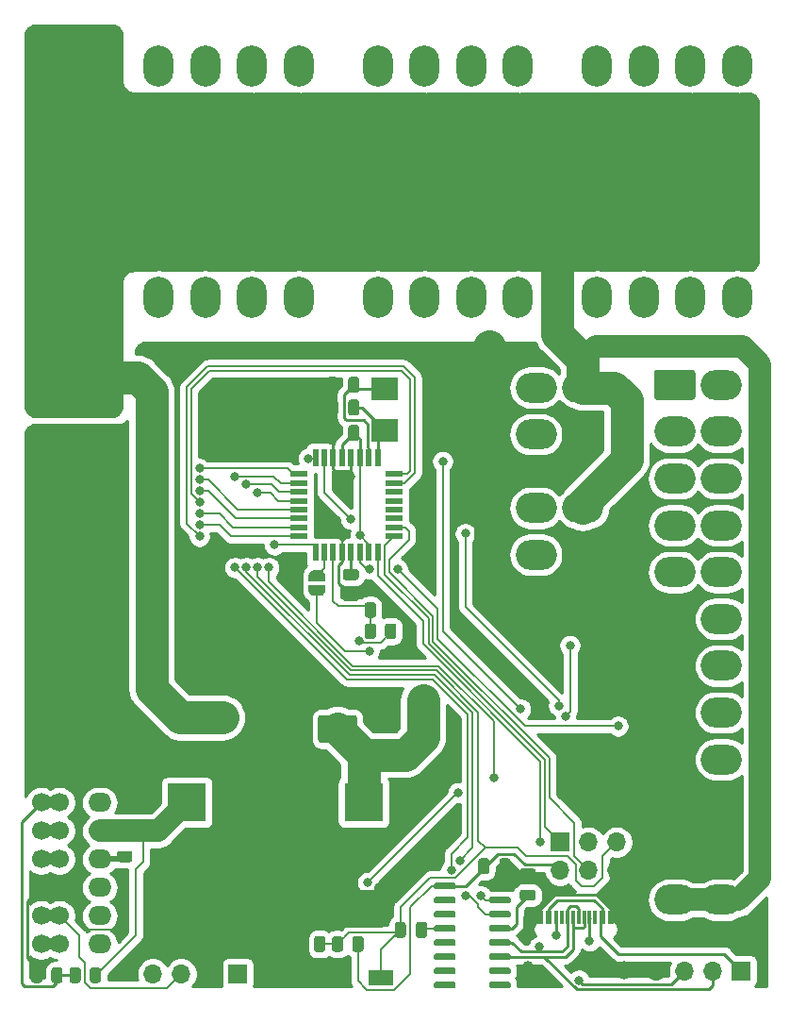
<source format=gbr>
%TF.GenerationSoftware,KiCad,Pcbnew,(5.1.9)-1*%
%TF.CreationDate,2021-04-10T21:08:21+08:00*%
%TF.ProjectId,CSPS2ATX2.0,43535053-3241-4545-9832-2e302e6b6963,V2.0*%
%TF.SameCoordinates,Original*%
%TF.FileFunction,Copper,L2,Bot*%
%TF.FilePolarity,Positive*%
%FSLAX46Y46*%
G04 Gerber Fmt 4.6, Leading zero omitted, Abs format (unit mm)*
G04 Created by KiCad (PCBNEW (5.1.9)-1) date 2021-04-10 21:08:21*
%MOMM*%
%LPD*%
G01*
G04 APERTURE LIST*
%TA.AperFunction,SMDPad,CuDef*%
%ADD10C,0.100000*%
%TD*%
%TA.AperFunction,SMDPad,CuDef*%
%ADD11R,0.600000X1.160000*%
%TD*%
%TA.AperFunction,SMDPad,CuDef*%
%ADD12R,0.300000X1.160000*%
%TD*%
%TA.AperFunction,ComponentPad*%
%ADD13O,0.900000X1.700000*%
%TD*%
%TA.AperFunction,ComponentPad*%
%ADD14O,0.900000X2.000000*%
%TD*%
%TA.AperFunction,ComponentPad*%
%ADD15O,1.700000X1.700000*%
%TD*%
%TA.AperFunction,ComponentPad*%
%ADD16R,1.700000X1.700000*%
%TD*%
%TA.AperFunction,SMDPad,CuDef*%
%ADD17R,3.500000X3.500000*%
%TD*%
%TA.AperFunction,SMDPad,CuDef*%
%ADD18R,2.400000X2.000000*%
%TD*%
%TA.AperFunction,SMDPad,CuDef*%
%ADD19R,1.600000X0.550000*%
%TD*%
%TA.AperFunction,SMDPad,CuDef*%
%ADD20R,0.550000X1.600000*%
%TD*%
%TA.AperFunction,SMDPad,CuDef*%
%ADD21R,2.180000X1.400000*%
%TD*%
%TA.AperFunction,ComponentPad*%
%ADD22O,3.700000X2.700000*%
%TD*%
%TA.AperFunction,ComponentPad*%
%ADD23O,2.700000X3.700000*%
%TD*%
%TA.AperFunction,ComponentPad*%
%ADD24O,2.080000X1.700000*%
%TD*%
%TA.AperFunction,ComponentPad*%
%ADD25C,1.700000*%
%TD*%
%TA.AperFunction,ViaPad*%
%ADD26C,0.800000*%
%TD*%
%TA.AperFunction,Conductor*%
%ADD27C,3.000000*%
%TD*%
%TA.AperFunction,Conductor*%
%ADD28C,0.250000*%
%TD*%
%TA.AperFunction,Conductor*%
%ADD29C,1.270000*%
%TD*%
%TA.AperFunction,Conductor*%
%ADD30C,0.500000*%
%TD*%
%TA.AperFunction,Conductor*%
%ADD31C,0.200000*%
%TD*%
%TA.AperFunction,Conductor*%
%ADD32C,1.000000*%
%TD*%
%TA.AperFunction,Conductor*%
%ADD33C,2.000000*%
%TD*%
%TA.AperFunction,Conductor*%
%ADD34C,0.254000*%
%TD*%
%TA.AperFunction,Conductor*%
%ADD35C,0.100000*%
%TD*%
G04 APERTURE END LIST*
%TA.AperFunction,SMDPad,CuDef*%
D10*
%TO.P,JP102,1*%
%TO.N,+3V3*%
G36*
X108319000Y-88415000D02*
G01*
X108319000Y-88915000D01*
X108318398Y-88915000D01*
X108318398Y-88939534D01*
X108313588Y-88988365D01*
X108304016Y-89036490D01*
X108289772Y-89083445D01*
X108270995Y-89128778D01*
X108247864Y-89172051D01*
X108220604Y-89212850D01*
X108189476Y-89250779D01*
X108154779Y-89285476D01*
X108116850Y-89316604D01*
X108076051Y-89343864D01*
X108032778Y-89366995D01*
X107987445Y-89385772D01*
X107940490Y-89400016D01*
X107892365Y-89409588D01*
X107843534Y-89414398D01*
X107819000Y-89414398D01*
X107819000Y-89415000D01*
X107319000Y-89415000D01*
X107319000Y-89414398D01*
X107294466Y-89414398D01*
X107245635Y-89409588D01*
X107197510Y-89400016D01*
X107150555Y-89385772D01*
X107105222Y-89366995D01*
X107061949Y-89343864D01*
X107021150Y-89316604D01*
X106983221Y-89285476D01*
X106948524Y-89250779D01*
X106917396Y-89212850D01*
X106890136Y-89172051D01*
X106867005Y-89128778D01*
X106848228Y-89083445D01*
X106833984Y-89036490D01*
X106824412Y-88988365D01*
X106819602Y-88939534D01*
X106819602Y-88915000D01*
X106819000Y-88915000D01*
X106819000Y-88415000D01*
X108319000Y-88415000D01*
G37*
%TD.AperFunction*%
%TA.AperFunction,SMDPad,CuDef*%
%TO.P,JP102,2*%
%TO.N,/A0*%
G36*
X106819602Y-87615000D02*
G01*
X106819602Y-87590466D01*
X106824412Y-87541635D01*
X106833984Y-87493510D01*
X106848228Y-87446555D01*
X106867005Y-87401222D01*
X106890136Y-87357949D01*
X106917396Y-87317150D01*
X106948524Y-87279221D01*
X106983221Y-87244524D01*
X107021150Y-87213396D01*
X107061949Y-87186136D01*
X107105222Y-87163005D01*
X107150555Y-87144228D01*
X107197510Y-87129984D01*
X107245635Y-87120412D01*
X107294466Y-87115602D01*
X107319000Y-87115602D01*
X107319000Y-87115000D01*
X107819000Y-87115000D01*
X107819000Y-87115602D01*
X107843534Y-87115602D01*
X107892365Y-87120412D01*
X107940490Y-87129984D01*
X107987445Y-87144228D01*
X108032778Y-87163005D01*
X108076051Y-87186136D01*
X108116850Y-87213396D01*
X108154779Y-87244524D01*
X108189476Y-87279221D01*
X108220604Y-87317150D01*
X108247864Y-87357949D01*
X108270995Y-87401222D01*
X108289772Y-87446555D01*
X108304016Y-87493510D01*
X108313588Y-87541635D01*
X108318398Y-87590466D01*
X108318398Y-87615000D01*
X108319000Y-87615000D01*
X108319000Y-88115000D01*
X106819000Y-88115000D01*
X106819000Y-87615000D01*
X106819602Y-87615000D01*
G37*
%TD.AperFunction*%
%TD*%
D11*
%TO.P,J101,A12*%
%TO.N,GND*%
X127610000Y-118267000D03*
%TO.P,J101,A9*%
%TO.N,/VBUS*%
X128410000Y-118267000D03*
%TO.P,J101,B1*%
%TO.N,GND*%
X127610000Y-118267000D03*
%TO.P,J101,B4*%
%TO.N,/VBUS*%
X128410000Y-118267000D03*
%TO.P,J101,B12*%
%TO.N,GND*%
X134010000Y-118267000D03*
%TO.P,J101,A1*%
X134010000Y-118267000D03*
%TO.P,J101,B9*%
%TO.N,/VBUS*%
X133210000Y-118267000D03*
%TO.P,J101,A4*%
X133210000Y-118267000D03*
D12*
%TO.P,J101,B5*%
%TO.N,Net-(J101-PadB5)*%
X129060000Y-118267000D03*
%TO.P,J101,B6*%
%TO.N,/D+*%
X130060000Y-118267000D03*
%TO.P,J101,A8*%
%TO.N,Net-(J101-PadA8)*%
X129560000Y-118267000D03*
%TO.P,J101,A5*%
%TO.N,Net-(J101-PadA5)*%
X132060000Y-118267000D03*
%TO.P,J101,B8*%
%TO.N,Net-(J101-PadB8)*%
X132560000Y-118267000D03*
%TO.P,J101,A7*%
%TO.N,/D-*%
X130560000Y-118267000D03*
%TO.P,J101,A6*%
%TO.N,/D+*%
X131060000Y-118267000D03*
%TO.P,J101,B7*%
%TO.N,/D-*%
X131560000Y-118267000D03*
D13*
%TO.P,J101,S1*%
%TO.N,GND*%
X126490000Y-123017000D03*
X135130000Y-123017000D03*
D14*
X126490000Y-118847000D03*
X135130000Y-118847000D03*
%TD*%
D15*
%TO.P,J104,4*%
%TO.N,/SDA*%
X92837000Y-123317000D03*
%TO.P,J104,3*%
%TO.N,/SCL*%
X95377000Y-123317000D03*
%TO.P,J104,2*%
%TO.N,GND*%
X97917000Y-123317000D03*
D16*
%TO.P,J104,1*%
%TO.N,/~PSON*%
X100457000Y-123317000D03*
%TD*%
D17*
%TO.P,U4,2*%
%TO.N,GND*%
X111760000Y-117475000D03*
%TO.P,U4,3*%
%TO.N,/+5VSB*%
X111760000Y-107950000D03*
%TO.P,U4,2*%
%TO.N,GND*%
X95885000Y-117475000D03*
%TO.P,U4,1*%
%TO.N,/+12VSB*%
X95885000Y-107950000D03*
%TD*%
D18*
%TO.P,Y101,2*%
%TO.N,Net-(C102-Pad1)*%
X113665000Y-70849000D03*
%TO.P,Y101,1*%
%TO.N,Net-(C101-Pad1)*%
X113665000Y-74549000D03*
%TD*%
%TO.P,U102,16*%
%TO.N,+5V*%
%TA.AperFunction,SMDPad,CuDef*%
G36*
G01*
X120039000Y-115293000D02*
X120039000Y-115593000D01*
G75*
G02*
X119889000Y-115743000I-150000J0D01*
G01*
X118239000Y-115743000D01*
G75*
G02*
X118089000Y-115593000I0J150000D01*
G01*
X118089000Y-115293000D01*
G75*
G02*
X118239000Y-115143000I150000J0D01*
G01*
X119889000Y-115143000D01*
G75*
G02*
X120039000Y-115293000I0J-150000D01*
G01*
G37*
%TD.AperFunction*%
%TO.P,U102,15*%
%TO.N,Net-(U102-Pad15)*%
%TA.AperFunction,SMDPad,CuDef*%
G36*
G01*
X120039000Y-116563000D02*
X120039000Y-116863000D01*
G75*
G02*
X119889000Y-117013000I-150000J0D01*
G01*
X118239000Y-117013000D01*
G75*
G02*
X118089000Y-116863000I0J150000D01*
G01*
X118089000Y-116563000D01*
G75*
G02*
X118239000Y-116413000I150000J0D01*
G01*
X119889000Y-116413000D01*
G75*
G02*
X120039000Y-116563000I0J-150000D01*
G01*
G37*
%TD.AperFunction*%
%TO.P,U102,14*%
%TO.N,Net-(U102-Pad14)*%
%TA.AperFunction,SMDPad,CuDef*%
G36*
G01*
X120039000Y-117833000D02*
X120039000Y-118133000D01*
G75*
G02*
X119889000Y-118283000I-150000J0D01*
G01*
X118239000Y-118283000D01*
G75*
G02*
X118089000Y-118133000I0J150000D01*
G01*
X118089000Y-117833000D01*
G75*
G02*
X118239000Y-117683000I150000J0D01*
G01*
X119889000Y-117683000D01*
G75*
G02*
X120039000Y-117833000I0J-150000D01*
G01*
G37*
%TD.AperFunction*%
%TO.P,U102,13*%
%TO.N,Net-(C108-Pad1)*%
%TA.AperFunction,SMDPad,CuDef*%
G36*
G01*
X120039000Y-119103000D02*
X120039000Y-119403000D01*
G75*
G02*
X119889000Y-119553000I-150000J0D01*
G01*
X118239000Y-119553000D01*
G75*
G02*
X118089000Y-119403000I0J150000D01*
G01*
X118089000Y-119103000D01*
G75*
G02*
X118239000Y-118953000I150000J0D01*
G01*
X119889000Y-118953000D01*
G75*
G02*
X120039000Y-119103000I0J-150000D01*
G01*
G37*
%TD.AperFunction*%
%TO.P,U102,12*%
%TO.N,Net-(U102-Pad12)*%
%TA.AperFunction,SMDPad,CuDef*%
G36*
G01*
X120039000Y-120373000D02*
X120039000Y-120673000D01*
G75*
G02*
X119889000Y-120823000I-150000J0D01*
G01*
X118239000Y-120823000D01*
G75*
G02*
X118089000Y-120673000I0J150000D01*
G01*
X118089000Y-120373000D01*
G75*
G02*
X118239000Y-120223000I150000J0D01*
G01*
X119889000Y-120223000D01*
G75*
G02*
X120039000Y-120373000I0J-150000D01*
G01*
G37*
%TD.AperFunction*%
%TO.P,U102,11*%
%TO.N,Net-(U102-Pad11)*%
%TA.AperFunction,SMDPad,CuDef*%
G36*
G01*
X120039000Y-121643000D02*
X120039000Y-121943000D01*
G75*
G02*
X119889000Y-122093000I-150000J0D01*
G01*
X118239000Y-122093000D01*
G75*
G02*
X118089000Y-121943000I0J150000D01*
G01*
X118089000Y-121643000D01*
G75*
G02*
X118239000Y-121493000I150000J0D01*
G01*
X119889000Y-121493000D01*
G75*
G02*
X120039000Y-121643000I0J-150000D01*
G01*
G37*
%TD.AperFunction*%
%TO.P,U102,10*%
%TO.N,Net-(U102-Pad10)*%
%TA.AperFunction,SMDPad,CuDef*%
G36*
G01*
X120039000Y-122913000D02*
X120039000Y-123213000D01*
G75*
G02*
X119889000Y-123363000I-150000J0D01*
G01*
X118239000Y-123363000D01*
G75*
G02*
X118089000Y-123213000I0J150000D01*
G01*
X118089000Y-122913000D01*
G75*
G02*
X118239000Y-122763000I150000J0D01*
G01*
X119889000Y-122763000D01*
G75*
G02*
X120039000Y-122913000I0J-150000D01*
G01*
G37*
%TD.AperFunction*%
%TO.P,U102,9*%
%TO.N,Net-(U102-Pad9)*%
%TA.AperFunction,SMDPad,CuDef*%
G36*
G01*
X120039000Y-124183000D02*
X120039000Y-124483000D01*
G75*
G02*
X119889000Y-124633000I-150000J0D01*
G01*
X118239000Y-124633000D01*
G75*
G02*
X118089000Y-124483000I0J150000D01*
G01*
X118089000Y-124183000D01*
G75*
G02*
X118239000Y-124033000I150000J0D01*
G01*
X119889000Y-124033000D01*
G75*
G02*
X120039000Y-124183000I0J-150000D01*
G01*
G37*
%TD.AperFunction*%
%TO.P,U102,8*%
%TO.N,Net-(U102-Pad8)*%
%TA.AperFunction,SMDPad,CuDef*%
G36*
G01*
X124989000Y-124183000D02*
X124989000Y-124483000D01*
G75*
G02*
X124839000Y-124633000I-150000J0D01*
G01*
X123189000Y-124633000D01*
G75*
G02*
X123039000Y-124483000I0J150000D01*
G01*
X123039000Y-124183000D01*
G75*
G02*
X123189000Y-124033000I150000J0D01*
G01*
X124839000Y-124033000D01*
G75*
G02*
X124989000Y-124183000I0J-150000D01*
G01*
G37*
%TD.AperFunction*%
%TO.P,U102,7*%
%TO.N,Net-(U102-Pad7)*%
%TA.AperFunction,SMDPad,CuDef*%
G36*
G01*
X124989000Y-122913000D02*
X124989000Y-123213000D01*
G75*
G02*
X124839000Y-123363000I-150000J0D01*
G01*
X123189000Y-123363000D01*
G75*
G02*
X123039000Y-123213000I0J150000D01*
G01*
X123039000Y-122913000D01*
G75*
G02*
X123189000Y-122763000I150000J0D01*
G01*
X124839000Y-122763000D01*
G75*
G02*
X124989000Y-122913000I0J-150000D01*
G01*
G37*
%TD.AperFunction*%
%TO.P,U102,6*%
%TO.N,/D-*%
%TA.AperFunction,SMDPad,CuDef*%
G36*
G01*
X124989000Y-121643000D02*
X124989000Y-121943000D01*
G75*
G02*
X124839000Y-122093000I-150000J0D01*
G01*
X123189000Y-122093000D01*
G75*
G02*
X123039000Y-121943000I0J150000D01*
G01*
X123039000Y-121643000D01*
G75*
G02*
X123189000Y-121493000I150000J0D01*
G01*
X124839000Y-121493000D01*
G75*
G02*
X124989000Y-121643000I0J-150000D01*
G01*
G37*
%TD.AperFunction*%
%TO.P,U102,5*%
%TO.N,/D+*%
%TA.AperFunction,SMDPad,CuDef*%
G36*
G01*
X124989000Y-120373000D02*
X124989000Y-120673000D01*
G75*
G02*
X124839000Y-120823000I-150000J0D01*
G01*
X123189000Y-120823000D01*
G75*
G02*
X123039000Y-120673000I0J150000D01*
G01*
X123039000Y-120373000D01*
G75*
G02*
X123189000Y-120223000I150000J0D01*
G01*
X124839000Y-120223000D01*
G75*
G02*
X124989000Y-120373000I0J-150000D01*
G01*
G37*
%TD.AperFunction*%
%TO.P,U102,4*%
%TO.N,Net-(C106-Pad1)*%
%TA.AperFunction,SMDPad,CuDef*%
G36*
G01*
X124989000Y-119103000D02*
X124989000Y-119403000D01*
G75*
G02*
X124839000Y-119553000I-150000J0D01*
G01*
X123189000Y-119553000D01*
G75*
G02*
X123039000Y-119403000I0J150000D01*
G01*
X123039000Y-119103000D01*
G75*
G02*
X123189000Y-118953000I150000J0D01*
G01*
X124839000Y-118953000D01*
G75*
G02*
X124989000Y-119103000I0J-150000D01*
G01*
G37*
%TD.AperFunction*%
%TO.P,U102,3*%
%TO.N,/RXD*%
%TA.AperFunction,SMDPad,CuDef*%
G36*
G01*
X124989000Y-117833000D02*
X124989000Y-118133000D01*
G75*
G02*
X124839000Y-118283000I-150000J0D01*
G01*
X123189000Y-118283000D01*
G75*
G02*
X123039000Y-118133000I0J150000D01*
G01*
X123039000Y-117833000D01*
G75*
G02*
X123189000Y-117683000I150000J0D01*
G01*
X124839000Y-117683000D01*
G75*
G02*
X124989000Y-117833000I0J-150000D01*
G01*
G37*
%TD.AperFunction*%
%TO.P,U102,2*%
%TO.N,/TXD*%
%TA.AperFunction,SMDPad,CuDef*%
G36*
G01*
X124989000Y-116563000D02*
X124989000Y-116863000D01*
G75*
G02*
X124839000Y-117013000I-150000J0D01*
G01*
X123189000Y-117013000D01*
G75*
G02*
X123039000Y-116863000I0J150000D01*
G01*
X123039000Y-116563000D01*
G75*
G02*
X123189000Y-116413000I150000J0D01*
G01*
X124839000Y-116413000D01*
G75*
G02*
X124989000Y-116563000I0J-150000D01*
G01*
G37*
%TD.AperFunction*%
%TO.P,U102,1*%
%TO.N,GND*%
%TA.AperFunction,SMDPad,CuDef*%
G36*
G01*
X124989000Y-115293000D02*
X124989000Y-115593000D01*
G75*
G02*
X124839000Y-115743000I-150000J0D01*
G01*
X123189000Y-115743000D01*
G75*
G02*
X123039000Y-115593000I0J150000D01*
G01*
X123039000Y-115293000D01*
G75*
G02*
X123189000Y-115143000I150000J0D01*
G01*
X124839000Y-115143000D01*
G75*
G02*
X124989000Y-115293000I0J-150000D01*
G01*
G37*
%TD.AperFunction*%
%TD*%
D19*
%TO.P,U101,32*%
%TO.N,/PS_INTERRUPT*%
X105986000Y-78480000D03*
%TO.P,U101,31*%
%TO.N,/RXD*%
X105986000Y-79280000D03*
%TO.P,U101,30*%
%TO.N,/TXD*%
X105986000Y-80080000D03*
%TO.P,U101,29*%
%TO.N,/~RESET*%
X105986000Y-80880000D03*
%TO.P,U101,28*%
%TO.N,/SCL*%
X105986000Y-81680000D03*
%TO.P,U101,27*%
%TO.N,/SDA*%
X105986000Y-82480000D03*
%TO.P,U101,26*%
%TO.N,/A3*%
X105986000Y-83280000D03*
%TO.P,U101,25*%
%TO.N,/A2*%
X105986000Y-84080000D03*
D20*
%TO.P,U101,24*%
%TO.N,/A1*%
X107436000Y-85530000D03*
%TO.P,U101,23*%
%TO.N,/A0*%
X108236000Y-85530000D03*
%TO.P,U101,22*%
%TO.N,/A7*%
X109036000Y-85530000D03*
%TO.P,U101,21*%
%TO.N,GND*%
X109836000Y-85530000D03*
%TO.P,U101,20*%
%TO.N,Net-(C104-Pad2)*%
X110636000Y-85530000D03*
%TO.P,U101,19*%
%TO.N,/A6*%
X111436000Y-85530000D03*
%TO.P,U101,18*%
%TO.N,+5V*%
X112236000Y-85530000D03*
%TO.P,U101,17*%
%TO.N,/SCK*%
X113036000Y-85530000D03*
D19*
%TO.P,U101,16*%
%TO.N,/MISO*%
X114486000Y-84080000D03*
%TO.P,U101,15*%
%TO.N,/MOSI*%
X114486000Y-83280000D03*
%TO.P,U101,14*%
%TO.N,Net-(U101-Pad14)*%
X114486000Y-82480000D03*
%TO.P,U101,13*%
%TO.N,Net-(U101-Pad13)*%
X114486000Y-81680000D03*
%TO.P,U101,12*%
%TO.N,Net-(U101-Pad12)*%
X114486000Y-80880000D03*
%TO.P,U101,11*%
%TO.N,Net-(U101-Pad11)*%
X114486000Y-80080000D03*
%TO.P,U101,10*%
%TO.N,/~PSON*%
X114486000Y-79280000D03*
%TO.P,U101,9*%
%TO.N,/~PRESENT*%
X114486000Y-78480000D03*
D20*
%TO.P,U101,8*%
%TO.N,Net-(C101-Pad1)*%
X113036000Y-77030000D03*
%TO.P,U101,7*%
%TO.N,Net-(C102-Pad1)*%
X112236000Y-77030000D03*
%TO.P,U101,6*%
%TO.N,+5V*%
X111436000Y-77030000D03*
%TO.P,U101,5*%
%TO.N,GND*%
X110636000Y-77030000D03*
%TO.P,U101,4*%
%TO.N,+5V*%
X109836000Y-77030000D03*
%TO.P,U101,3*%
%TO.N,GND*%
X109036000Y-77030000D03*
%TO.P,U101,2*%
%TO.N,/ATX_PWOK*%
X108236000Y-77030000D03*
%TO.P,U101,1*%
%TO.N,/~ATX_PSON*%
X107436000Y-77030000D03*
%TD*%
D21*
%TO.P,SW101,2*%
%TO.N,GND*%
X104104000Y-123698000D03*
%TO.P,SW101,1*%
%TO.N,/~RESET*%
X113284000Y-123698000D03*
%TD*%
%TO.P,R107,2*%
%TO.N,GND*%
%TA.AperFunction,SMDPad,CuDef*%
G36*
G01*
X113684000Y-91128001D02*
X113684000Y-90227999D01*
G75*
G02*
X113933999Y-89978000I249999J0D01*
G01*
X114459001Y-89978000D01*
G75*
G02*
X114709000Y-90227999I0J-249999D01*
G01*
X114709000Y-91128001D01*
G75*
G02*
X114459001Y-91378000I-249999J0D01*
G01*
X113933999Y-91378000D01*
G75*
G02*
X113684000Y-91128001I0J249999D01*
G01*
G37*
%TD.AperFunction*%
%TO.P,R107,1*%
%TO.N,/A7*%
%TA.AperFunction,SMDPad,CuDef*%
G36*
G01*
X111859000Y-91128001D02*
X111859000Y-90227999D01*
G75*
G02*
X112108999Y-89978000I249999J0D01*
G01*
X112634001Y-89978000D01*
G75*
G02*
X112884000Y-90227999I0J-249999D01*
G01*
X112884000Y-91128001D01*
G75*
G02*
X112634001Y-91378000I-249999J0D01*
G01*
X112108999Y-91378000D01*
G75*
G02*
X111859000Y-91128001I0J249999D01*
G01*
G37*
%TD.AperFunction*%
%TD*%
%TO.P,R106,2*%
%TO.N,/A7*%
%TA.AperFunction,SMDPad,CuDef*%
G36*
G01*
X112884000Y-92132999D02*
X112884000Y-93033001D01*
G75*
G02*
X112634001Y-93283000I-249999J0D01*
G01*
X112108999Y-93283000D01*
G75*
G02*
X111859000Y-93033001I0J249999D01*
G01*
X111859000Y-92132999D01*
G75*
G02*
X112108999Y-91883000I249999J0D01*
G01*
X112634001Y-91883000D01*
G75*
G02*
X112884000Y-92132999I0J-249999D01*
G01*
G37*
%TD.AperFunction*%
%TO.P,R106,1*%
%TO.N,+5V*%
%TA.AperFunction,SMDPad,CuDef*%
G36*
G01*
X114709000Y-92132999D02*
X114709000Y-93033001D01*
G75*
G02*
X114459001Y-93283000I-249999J0D01*
G01*
X113933999Y-93283000D01*
G75*
G02*
X113684000Y-93033001I0J249999D01*
G01*
X113684000Y-92132999D01*
G75*
G02*
X113933999Y-91883000I249999J0D01*
G01*
X114459001Y-91883000D01*
G75*
G02*
X114709000Y-92132999I0J-249999D01*
G01*
G37*
%TD.AperFunction*%
%TD*%
%TO.P,R101,2*%
%TO.N,+5V*%
%TA.AperFunction,SMDPad,CuDef*%
G36*
G01*
X110739500Y-121100001D02*
X110739500Y-120199999D01*
G75*
G02*
X110989499Y-119950000I249999J0D01*
G01*
X111514501Y-119950000D01*
G75*
G02*
X111764500Y-120199999I0J-249999D01*
G01*
X111764500Y-121100001D01*
G75*
G02*
X111514501Y-121350000I-249999J0D01*
G01*
X110989499Y-121350000D01*
G75*
G02*
X110739500Y-121100001I0J249999D01*
G01*
G37*
%TD.AperFunction*%
%TO.P,R101,1*%
%TO.N,/~RESET*%
%TA.AperFunction,SMDPad,CuDef*%
G36*
G01*
X108914500Y-121100001D02*
X108914500Y-120199999D01*
G75*
G02*
X109164499Y-119950000I249999J0D01*
G01*
X109689501Y-119950000D01*
G75*
G02*
X109939500Y-120199999I0J-249999D01*
G01*
X109939500Y-121100001D01*
G75*
G02*
X109689501Y-121350000I-249999J0D01*
G01*
X109164499Y-121350000D01*
G75*
G02*
X108914500Y-121100001I0J249999D01*
G01*
G37*
%TD.AperFunction*%
%TD*%
%TO.P,R6,2*%
%TO.N,GND*%
%TA.AperFunction,SMDPad,CuDef*%
G36*
G01*
X82912000Y-122993999D02*
X82912000Y-123894001D01*
G75*
G02*
X82662001Y-124144000I-249999J0D01*
G01*
X82136999Y-124144000D01*
G75*
G02*
X81887000Y-123894001I0J249999D01*
G01*
X81887000Y-122993999D01*
G75*
G02*
X82136999Y-122744000I249999J0D01*
G01*
X82662001Y-122744000D01*
G75*
G02*
X82912000Y-122993999I0J-249999D01*
G01*
G37*
%TD.AperFunction*%
%TO.P,R6,1*%
%TO.N,/ADDR*%
%TA.AperFunction,SMDPad,CuDef*%
G36*
G01*
X84737000Y-122993999D02*
X84737000Y-123894001D01*
G75*
G02*
X84487001Y-124144000I-249999J0D01*
G01*
X83961999Y-124144000D01*
G75*
G02*
X83712000Y-123894001I0J249999D01*
G01*
X83712000Y-122993999D01*
G75*
G02*
X83961999Y-122744000I249999J0D01*
G01*
X84487001Y-122744000D01*
G75*
G02*
X84737000Y-122993999I0J-249999D01*
G01*
G37*
%TD.AperFunction*%
%TD*%
%TO.P,R5,2*%
%TO.N,/ADDR*%
%TA.AperFunction,SMDPad,CuDef*%
G36*
G01*
X86364500Y-122993999D02*
X86364500Y-123894001D01*
G75*
G02*
X86114501Y-124144000I-249999J0D01*
G01*
X85589499Y-124144000D01*
G75*
G02*
X85339500Y-123894001I0J249999D01*
G01*
X85339500Y-122993999D01*
G75*
G02*
X85589499Y-122744000I249999J0D01*
G01*
X86114501Y-122744000D01*
G75*
G02*
X86364500Y-122993999I0J-249999D01*
G01*
G37*
%TD.AperFunction*%
%TO.P,R5,1*%
%TO.N,/+12VSB*%
%TA.AperFunction,SMDPad,CuDef*%
G36*
G01*
X88189500Y-122993999D02*
X88189500Y-123894001D01*
G75*
G02*
X87939501Y-124144000I-249999J0D01*
G01*
X87414499Y-124144000D01*
G75*
G02*
X87164500Y-123894001I0J249999D01*
G01*
X87164500Y-122993999D01*
G75*
G02*
X87414499Y-122744000I249999J0D01*
G01*
X87939501Y-122744000D01*
G75*
G02*
X88189500Y-122993999I0J-249999D01*
G01*
G37*
%TD.AperFunction*%
%TD*%
%TO.P,R1,2*%
%TO.N,/+12VSB*%
%TA.AperFunction,SMDPad,CuDef*%
G36*
G01*
X90747001Y-111487000D02*
X89846999Y-111487000D01*
G75*
G02*
X89597000Y-111237001I0J249999D01*
G01*
X89597000Y-110711999D01*
G75*
G02*
X89846999Y-110462000I249999J0D01*
G01*
X90747001Y-110462000D01*
G75*
G02*
X90997000Y-110711999I0J-249999D01*
G01*
X90997000Y-111237001D01*
G75*
G02*
X90747001Y-111487000I-249999J0D01*
G01*
G37*
%TD.AperFunction*%
%TO.P,R1,1*%
%TO.N,/~PRESENT*%
%TA.AperFunction,SMDPad,CuDef*%
G36*
G01*
X90747001Y-113312000D02*
X89846999Y-113312000D01*
G75*
G02*
X89597000Y-113062001I0J249999D01*
G01*
X89597000Y-112536999D01*
G75*
G02*
X89846999Y-112287000I249999J0D01*
G01*
X90747001Y-112287000D01*
G75*
G02*
X90997000Y-112536999I0J-249999D01*
G01*
X90997000Y-113062001D01*
G75*
G02*
X90747001Y-113312000I-249999J0D01*
G01*
G37*
%TD.AperFunction*%
%TD*%
D15*
%TO.P,J103,4*%
%TO.N,GND*%
X138049000Y-123063000D03*
%TO.P,J103,3*%
%TO.N,/D+*%
X140589000Y-123063000D03*
%TO.P,J103,2*%
%TO.N,/D-*%
X143129000Y-123063000D03*
D16*
%TO.P,J103,1*%
%TO.N,/VBUS*%
X145669000Y-123063000D03*
%TD*%
D15*
%TO.P,J102,6*%
%TO.N,GND*%
X134493000Y-114046000D03*
%TO.P,J102,5*%
%TO.N,/~RESET*%
X134493000Y-111506000D03*
%TO.P,J102,4*%
%TO.N,/MOSI*%
X131953000Y-114046000D03*
%TO.P,J102,3*%
%TO.N,/SCK*%
X131953000Y-111506000D03*
%TO.P,J102,2*%
%TO.N,+5V*%
X129413000Y-114046000D03*
D16*
%TO.P,J102,1*%
%TO.N,/MISO*%
X129413000Y-111506000D03*
%TD*%
%TO.P,J10,1*%
%TO.N,GND*%
%TA.AperFunction,ComponentPad*%
G36*
G01*
X133043900Y-76280000D02*
X129846100Y-76280000D01*
G75*
G02*
X129595000Y-76028900I0J251100D01*
G01*
X129595000Y-73831100D01*
G75*
G02*
X129846100Y-73580000I251100J0D01*
G01*
X133043900Y-73580000D01*
G75*
G02*
X133295000Y-73831100I0J-251100D01*
G01*
X133295000Y-76028900D01*
G75*
G02*
X133043900Y-76280000I-251100J0D01*
G01*
G37*
%TD.AperFunction*%
D22*
%TO.P,J10,2*%
%TO.N,+12V*%
X131445000Y-70730000D03*
%TO.P,J10,3*%
%TO.N,+5V*%
X127245000Y-74930000D03*
%TO.P,J10,4*%
%TO.N,Net-(J10-Pad4)*%
X127245000Y-70730000D03*
%TD*%
%TO.P,J9,1*%
%TO.N,GND*%
%TA.AperFunction,ComponentPad*%
G36*
G01*
X133043900Y-87075000D02*
X129846100Y-87075000D01*
G75*
G02*
X129595000Y-86823900I0J251100D01*
G01*
X129595000Y-84626100D01*
G75*
G02*
X129846100Y-84375000I251100J0D01*
G01*
X133043900Y-84375000D01*
G75*
G02*
X133295000Y-84626100I0J-251100D01*
G01*
X133295000Y-86823900D01*
G75*
G02*
X133043900Y-87075000I-251100J0D01*
G01*
G37*
%TD.AperFunction*%
%TO.P,J9,2*%
%TO.N,+12V*%
X131445000Y-81525000D03*
%TO.P,J9,3*%
%TO.N,+5V*%
X127245000Y-85725000D03*
%TO.P,J9,4*%
%TO.N,Net-(J9-Pad4)*%
X127245000Y-81525000D03*
%TD*%
D23*
%TO.P,J8,8*%
%TO.N,GND*%
X132715000Y-62620000D03*
%TO.P,J8,7*%
X136915000Y-62620000D03*
%TO.P,J8,6*%
X141115000Y-62620000D03*
%TO.P,J8,5*%
X145315000Y-62620000D03*
%TO.P,J8,4*%
%TO.N,+12V*%
X132715000Y-58420000D03*
%TO.P,J8,3*%
X136915000Y-58420000D03*
%TO.P,J8,1*%
%TA.AperFunction,ComponentPad*%
G36*
G01*
X146665000Y-56821100D02*
X146665000Y-60018900D01*
G75*
G02*
X146413900Y-60270000I-251100J0D01*
G01*
X144216100Y-60270000D01*
G75*
G02*
X143965000Y-60018900I0J251100D01*
G01*
X143965000Y-56821100D01*
G75*
G02*
X144216100Y-56570000I251100J0D01*
G01*
X146413900Y-56570000D01*
G75*
G02*
X146665000Y-56821100I0J-251100D01*
G01*
G37*
%TD.AperFunction*%
%TO.P,J8,2*%
X141115000Y-58420000D03*
%TD*%
%TO.P,J7,8*%
%TO.N,GND*%
X145315000Y-41910000D03*
%TO.P,J7,7*%
X141115000Y-41910000D03*
%TO.P,J7,6*%
X136915000Y-41910000D03*
%TO.P,J7,5*%
X132715000Y-41910000D03*
%TO.P,J7,4*%
%TO.N,+12V*%
X145315000Y-46110000D03*
%TO.P,J7,3*%
X141115000Y-46110000D03*
%TO.P,J7,1*%
%TA.AperFunction,ComponentPad*%
G36*
G01*
X131365000Y-47708900D02*
X131365000Y-44511100D01*
G75*
G02*
X131616100Y-44260000I251100J0D01*
G01*
X133813900Y-44260000D01*
G75*
G02*
X134065000Y-44511100I0J-251100D01*
G01*
X134065000Y-47708900D01*
G75*
G02*
X133813900Y-47960000I-251100J0D01*
G01*
X131616100Y-47960000D01*
G75*
G02*
X131365000Y-47708900I0J251100D01*
G01*
G37*
%TD.AperFunction*%
%TO.P,J7,2*%
X136915000Y-46110000D03*
%TD*%
%TO.P,J6,8*%
%TO.N,GND*%
X113030000Y-62620000D03*
%TO.P,J6,7*%
X117230000Y-62620000D03*
%TO.P,J6,6*%
X121430000Y-62620000D03*
%TO.P,J6,5*%
X125630000Y-62620000D03*
%TO.P,J6,4*%
%TO.N,+12V*%
X113030000Y-58420000D03*
%TO.P,J6,3*%
X117230000Y-58420000D03*
%TO.P,J6,1*%
%TA.AperFunction,ComponentPad*%
G36*
G01*
X126980000Y-56821100D02*
X126980000Y-60018900D01*
G75*
G02*
X126728900Y-60270000I-251100J0D01*
G01*
X124531100Y-60270000D01*
G75*
G02*
X124280000Y-60018900I0J251100D01*
G01*
X124280000Y-56821100D01*
G75*
G02*
X124531100Y-56570000I251100J0D01*
G01*
X126728900Y-56570000D01*
G75*
G02*
X126980000Y-56821100I0J-251100D01*
G01*
G37*
%TD.AperFunction*%
%TO.P,J6,2*%
X121430000Y-58420000D03*
%TD*%
%TO.P,J5,8*%
%TO.N,GND*%
X125630000Y-41910000D03*
%TO.P,J5,7*%
X121430000Y-41910000D03*
%TO.P,J5,6*%
X117230000Y-41910000D03*
%TO.P,J5,5*%
X113030000Y-41910000D03*
%TO.P,J5,4*%
%TO.N,+12V*%
X125630000Y-46110000D03*
%TO.P,J5,3*%
X121430000Y-46110000D03*
%TO.P,J5,1*%
%TA.AperFunction,ComponentPad*%
G36*
G01*
X111680000Y-47708900D02*
X111680000Y-44511100D01*
G75*
G02*
X111931100Y-44260000I251100J0D01*
G01*
X114128900Y-44260000D01*
G75*
G02*
X114380000Y-44511100I0J-251100D01*
G01*
X114380000Y-47708900D01*
G75*
G02*
X114128900Y-47960000I-251100J0D01*
G01*
X111931100Y-47960000D01*
G75*
G02*
X111680000Y-47708900I0J251100D01*
G01*
G37*
%TD.AperFunction*%
%TO.P,J5,2*%
X117230000Y-46110000D03*
%TD*%
%TO.P,J4,8*%
%TO.N,GND*%
X93345000Y-62620000D03*
%TO.P,J4,7*%
X97545000Y-62620000D03*
%TO.P,J4,6*%
X101745000Y-62620000D03*
%TO.P,J4,5*%
X105945000Y-62620000D03*
%TO.P,J4,4*%
%TO.N,+12V*%
X93345000Y-58420000D03*
%TO.P,J4,3*%
X97545000Y-58420000D03*
%TO.P,J4,1*%
%TA.AperFunction,ComponentPad*%
G36*
G01*
X107295000Y-56821100D02*
X107295000Y-60018900D01*
G75*
G02*
X107043900Y-60270000I-251100J0D01*
G01*
X104846100Y-60270000D01*
G75*
G02*
X104595000Y-60018900I0J251100D01*
G01*
X104595000Y-56821100D01*
G75*
G02*
X104846100Y-56570000I251100J0D01*
G01*
X107043900Y-56570000D01*
G75*
G02*
X107295000Y-56821100I0J-251100D01*
G01*
G37*
%TD.AperFunction*%
%TO.P,J4,2*%
X101745000Y-58420000D03*
%TD*%
%TO.P,J3,8*%
%TO.N,GND*%
X105945000Y-41910000D03*
%TO.P,J3,7*%
X101745000Y-41910000D03*
%TO.P,J3,6*%
X97545000Y-41910000D03*
%TO.P,J3,5*%
X93345000Y-41910000D03*
%TO.P,J3,4*%
%TO.N,+12V*%
X105945000Y-46110000D03*
%TO.P,J3,3*%
X101745000Y-46110000D03*
%TO.P,J3,1*%
%TA.AperFunction,ComponentPad*%
G36*
G01*
X91995000Y-47708900D02*
X91995000Y-44511100D01*
G75*
G02*
X92246100Y-44260000I251100J0D01*
G01*
X94443900Y-44260000D01*
G75*
G02*
X94695000Y-44511100I0J-251100D01*
G01*
X94695000Y-47708900D01*
G75*
G02*
X94443900Y-47960000I-251100J0D01*
G01*
X92246100Y-47960000D01*
G75*
G02*
X91995000Y-47708900I0J251100D01*
G01*
G37*
%TD.AperFunction*%
%TO.P,J3,2*%
X97545000Y-46110000D03*
%TD*%
D22*
%TO.P,J2,24*%
%TO.N,+12V*%
X143900000Y-116685000D03*
%TO.P,J2,23*%
%TO.N,GND*%
X143900000Y-112485000D03*
%TO.P,J2,22*%
X143900000Y-108285000D03*
%TO.P,J2,21*%
%TO.N,/ATX_PWOK*%
X143900000Y-104085000D03*
%TO.P,J2,20*%
%TO.N,/~ATX_PSON*%
X143900000Y-99885000D03*
%TO.P,J2,19*%
%TO.N,Net-(J2-Pad19)*%
X143900000Y-95685000D03*
%TO.P,J2,18*%
%TO.N,/+5VSB*%
X143900000Y-91485000D03*
%TO.P,J2,17*%
%TO.N,+3V3*%
X143900000Y-87285000D03*
%TO.P,J2,16*%
X143900000Y-83085000D03*
%TO.P,J2,15*%
%TO.N,Net-(J2-Pad15)*%
X143900000Y-78885000D03*
%TO.P,J2,14*%
%TO.N,+5V*%
X143900000Y-74685000D03*
%TO.P,J2,13*%
X143900000Y-70485000D03*
%TO.P,J2,12*%
%TO.N,+12V*%
X139700000Y-116685000D03*
%TO.P,J2,11*%
%TO.N,GND*%
X139700000Y-112485000D03*
%TO.P,J2,10*%
X139700000Y-108285000D03*
%TO.P,J2,9*%
X139700000Y-104085000D03*
%TO.P,J2,8*%
X139700000Y-99885000D03*
%TO.P,J2,7*%
X139700000Y-95685000D03*
%TO.P,J2,6*%
X139700000Y-91485000D03*
%TO.P,J2,5*%
%TO.N,+3V3*%
X139700000Y-87285000D03*
%TO.P,J2,4*%
X139700000Y-83085000D03*
%TO.P,J2,3*%
%TO.N,+5V*%
X139700000Y-78885000D03*
%TO.P,J2,1*%
%TA.AperFunction,ComponentPad*%
G36*
G01*
X138101100Y-69135000D02*
X141298900Y-69135000D01*
G75*
G02*
X141550000Y-69386100I0J-251100D01*
G01*
X141550000Y-71583900D01*
G75*
G02*
X141298900Y-71835000I-251100J0D01*
G01*
X138101100Y-71835000D01*
G75*
G02*
X137850000Y-71583900I0J251100D01*
G01*
X137850000Y-69386100D01*
G75*
G02*
X138101100Y-69135000I251100J0D01*
G01*
G37*
%TD.AperFunction*%
%TO.P,J2,2*%
X139700000Y-74685000D03*
%TD*%
D24*
%TO.P,J1,64*%
%TO.N,+12V*%
X88075000Y-41910000D03*
%TO.P,J1,63*%
X88075000Y-44450000D03*
%TO.P,J1,62*%
X88075000Y-46990000D03*
%TO.P,J1,61*%
X88075000Y-49530000D03*
%TO.P,J1,60*%
X88075000Y-52070000D03*
%TO.P,J1,59*%
X88075000Y-54610000D03*
%TO.P,J1,58*%
X88075000Y-57150000D03*
%TO.P,J1,57*%
X88075000Y-59690000D03*
%TO.P,J1,56*%
X88075000Y-62230000D03*
%TO.P,J1,55*%
X88075000Y-64770000D03*
%TO.P,J1,54*%
X88075000Y-67310000D03*
%TO.P,J1,53*%
X88075000Y-69850000D03*
%TO.P,J1,52*%
X88075000Y-72390000D03*
%TO.P,J1,51*%
%TO.N,GND*%
X88075000Y-74930000D03*
%TO.P,J1,50*%
X88075000Y-77470000D03*
%TO.P,J1,49*%
X88075000Y-80010000D03*
%TO.P,J1,48*%
X88075000Y-82550000D03*
%TO.P,J1,47*%
X88075000Y-85090000D03*
%TO.P,J1,46*%
X88075000Y-87630000D03*
%TO.P,J1,45*%
X88075000Y-90170000D03*
%TO.P,J1,44*%
X88075000Y-92710000D03*
%TO.P,J1,43*%
X88075000Y-95250000D03*
%TO.P,J1,42*%
X88075000Y-97790000D03*
%TO.P,J1,41*%
X88075000Y-100330000D03*
%TO.P,J1,40*%
X88075000Y-102870000D03*
%TO.P,J1,39*%
X88075000Y-105410000D03*
%TO.P,J1,38*%
%TO.N,/PS_INTERRUPT*%
X88075000Y-107950000D03*
%TO.P,J1,37*%
%TO.N,/+12VSB*%
X88075000Y-110490000D03*
%TO.P,J1,36*%
%TO.N,/~PRESENT*%
X88075000Y-113030000D03*
%TO.P,J1,35*%
%TO.N,/A3*%
X88075000Y-115570000D03*
%TO.P,J1,34*%
%TO.N,/IMONITOR*%
X88075000Y-118110000D03*
%TO.P,J1,33*%
%TO.N,/~PSON*%
X88075000Y-120650000D03*
D25*
%TO.P,J1,32*%
%TO.N,/SDA*%
X82805000Y-120650000D03*
%TO.P,J1,31*%
%TO.N,/SCL*%
X82805000Y-118110000D03*
%TO.P,J1,30*%
%TO.N,GND*%
X82805000Y-115570000D03*
%TO.P,J1,29*%
%TO.N,Net-(J1-Pad29)*%
X82805000Y-113030000D03*
%TO.P,J1,28*%
%TO.N,Net-(J1-Pad28)*%
X82805000Y-110490000D03*
%TO.P,J1,27*%
%TO.N,/ADDR*%
X82805000Y-107950000D03*
%TO.P,J1,26*%
%TO.N,GND*%
X82805000Y-105410000D03*
%TO.P,J1,25*%
X82805000Y-102870000D03*
%TO.P,J1,24*%
X82805000Y-100330000D03*
%TO.P,J1,23*%
X82805000Y-97790000D03*
%TO.P,J1,22*%
X82805000Y-95250000D03*
%TO.P,J1,21*%
X82805000Y-92710000D03*
%TO.P,J1,20*%
X82805000Y-90170000D03*
%TO.P,J1,19*%
X82805000Y-87630000D03*
%TO.P,J1,18*%
X82805000Y-85090000D03*
%TO.P,J1,17*%
X82805000Y-82550000D03*
%TO.P,J1,16*%
X82805000Y-80010000D03*
%TO.P,J1,15*%
X82805000Y-77470000D03*
%TO.P,J1,14*%
X82805000Y-74930000D03*
%TO.P,J1,13*%
%TO.N,+12V*%
X82805000Y-72390000D03*
%TO.P,J1,12*%
X82805000Y-69850000D03*
%TO.P,J1,11*%
X82805000Y-67310000D03*
%TO.P,J1,10*%
X82805000Y-64770000D03*
%TO.P,J1,9*%
X82805000Y-62230000D03*
%TO.P,J1,8*%
X82805000Y-59690000D03*
%TO.P,J1,7*%
X82805000Y-57150000D03*
%TO.P,J1,6*%
X82805000Y-54610000D03*
%TO.P,J1,5*%
X82805000Y-52070000D03*
%TO.P,J1,4*%
X82805000Y-49530000D03*
%TO.P,J1,3*%
X82805000Y-46990000D03*
%TO.P,J1,2*%
X82805000Y-44450000D03*
%TO.P,J1,32*%
%TO.N,/SDA*%
X84455000Y-120650000D03*
%TO.P,J1,31*%
%TO.N,/SCL*%
X84455000Y-118110000D03*
%TO.P,J1,30*%
%TO.N,GND*%
X84455000Y-115570000D03*
%TO.P,J1,29*%
%TO.N,Net-(J1-Pad29)*%
X84455000Y-113030000D03*
%TO.P,J1,28*%
%TO.N,Net-(J1-Pad28)*%
X84455000Y-110490000D03*
%TO.P,J1,27*%
%TO.N,/ADDR*%
X84455000Y-107950000D03*
%TO.P,J1,26*%
%TO.N,GND*%
X84455000Y-105410000D03*
%TO.P,J1,25*%
X84455000Y-102870000D03*
%TO.P,J1,24*%
X84455000Y-100330000D03*
%TO.P,J1,23*%
X84455000Y-97790000D03*
%TO.P,J1,22*%
X84455000Y-95250000D03*
%TO.P,J1,21*%
X84455000Y-92710000D03*
%TO.P,J1,20*%
X84455000Y-90170000D03*
%TO.P,J1,19*%
X84455000Y-87630000D03*
%TO.P,J1,18*%
X84455000Y-85090000D03*
%TO.P,J1,17*%
X84455000Y-82550000D03*
%TO.P,J1,16*%
X84455000Y-80010000D03*
%TO.P,J1,15*%
X84455000Y-77470000D03*
%TO.P,J1,14*%
X84455000Y-74930000D03*
%TO.P,J1,13*%
%TO.N,+12V*%
X84455000Y-72390000D03*
%TO.P,J1,12*%
X84455000Y-69850000D03*
%TO.P,J1,11*%
X84455000Y-67310000D03*
%TO.P,J1,10*%
X84455000Y-64770000D03*
%TO.P,J1,9*%
X84455000Y-62230000D03*
%TO.P,J1,8*%
X84455000Y-59690000D03*
%TO.P,J1,7*%
X84455000Y-57150000D03*
%TO.P,J1,6*%
X84455000Y-54610000D03*
%TO.P,J1,5*%
X84455000Y-52070000D03*
%TO.P,J1,4*%
X84455000Y-49530000D03*
%TO.P,J1,3*%
X84455000Y-46990000D03*
%TO.P,J1,2*%
X84455000Y-44450000D03*
%TO.P,J1,1*%
X82805000Y-41910000D03*
X84455000Y-41910000D03*
%TD*%
%TO.P,C108,2*%
%TO.N,/~RESET*%
%TA.AperFunction,SMDPad,CuDef*%
G36*
G01*
X115562000Y-118905000D02*
X115562000Y-119855000D01*
G75*
G02*
X115312000Y-120105000I-250000J0D01*
G01*
X114812000Y-120105000D01*
G75*
G02*
X114562000Y-119855000I0J250000D01*
G01*
X114562000Y-118905000D01*
G75*
G02*
X114812000Y-118655000I250000J0D01*
G01*
X115312000Y-118655000D01*
G75*
G02*
X115562000Y-118905000I0J-250000D01*
G01*
G37*
%TD.AperFunction*%
%TO.P,C108,1*%
%TO.N,Net-(C108-Pad1)*%
%TA.AperFunction,SMDPad,CuDef*%
G36*
G01*
X117462000Y-118905000D02*
X117462000Y-119855000D01*
G75*
G02*
X117212000Y-120105000I-250000J0D01*
G01*
X116712000Y-120105000D01*
G75*
G02*
X116462000Y-119855000I0J250000D01*
G01*
X116462000Y-118905000D01*
G75*
G02*
X116712000Y-118655000I250000J0D01*
G01*
X117212000Y-118655000D01*
G75*
G02*
X117462000Y-118905000I0J-250000D01*
G01*
G37*
%TD.AperFunction*%
%TD*%
%TO.P,C107,2*%
%TO.N,GND*%
%TA.AperFunction,SMDPad,CuDef*%
G36*
G01*
X123960000Y-114140000D02*
X123960000Y-113190000D01*
G75*
G02*
X124210000Y-112940000I250000J0D01*
G01*
X124710000Y-112940000D01*
G75*
G02*
X124960000Y-113190000I0J-250000D01*
G01*
X124960000Y-114140000D01*
G75*
G02*
X124710000Y-114390000I-250000J0D01*
G01*
X124210000Y-114390000D01*
G75*
G02*
X123960000Y-114140000I0J250000D01*
G01*
G37*
%TD.AperFunction*%
%TO.P,C107,1*%
%TO.N,+5V*%
%TA.AperFunction,SMDPad,CuDef*%
G36*
G01*
X122060000Y-114140000D02*
X122060000Y-113190000D01*
G75*
G02*
X122310000Y-112940000I250000J0D01*
G01*
X122810000Y-112940000D01*
G75*
G02*
X123060000Y-113190000I0J-250000D01*
G01*
X123060000Y-114140000D01*
G75*
G02*
X122810000Y-114390000I-250000J0D01*
G01*
X122310000Y-114390000D01*
G75*
G02*
X122060000Y-114140000I0J250000D01*
G01*
G37*
%TD.AperFunction*%
%TD*%
%TO.P,C106,2*%
%TO.N,GND*%
%TA.AperFunction,SMDPad,CuDef*%
G36*
G01*
X126967000Y-114866000D02*
X126017000Y-114866000D01*
G75*
G02*
X125767000Y-114616000I0J250000D01*
G01*
X125767000Y-114116000D01*
G75*
G02*
X126017000Y-113866000I250000J0D01*
G01*
X126967000Y-113866000D01*
G75*
G02*
X127217000Y-114116000I0J-250000D01*
G01*
X127217000Y-114616000D01*
G75*
G02*
X126967000Y-114866000I-250000J0D01*
G01*
G37*
%TD.AperFunction*%
%TO.P,C106,1*%
%TO.N,Net-(C106-Pad1)*%
%TA.AperFunction,SMDPad,CuDef*%
G36*
G01*
X126967000Y-116766000D02*
X126017000Y-116766000D01*
G75*
G02*
X125767000Y-116516000I0J250000D01*
G01*
X125767000Y-116016000D01*
G75*
G02*
X126017000Y-115766000I250000J0D01*
G01*
X126967000Y-115766000D01*
G75*
G02*
X127217000Y-116016000I0J-250000D01*
G01*
X127217000Y-116516000D01*
G75*
G02*
X126967000Y-116766000I-250000J0D01*
G01*
G37*
%TD.AperFunction*%
%TD*%
%TO.P,C105,2*%
%TO.N,/~RESET*%
%TA.AperFunction,SMDPad,CuDef*%
G36*
G01*
X107323000Y-121125000D02*
X107323000Y-120175000D01*
G75*
G02*
X107573000Y-119925000I250000J0D01*
G01*
X108073000Y-119925000D01*
G75*
G02*
X108323000Y-120175000I0J-250000D01*
G01*
X108323000Y-121125000D01*
G75*
G02*
X108073000Y-121375000I-250000J0D01*
G01*
X107573000Y-121375000D01*
G75*
G02*
X107323000Y-121125000I0J250000D01*
G01*
G37*
%TD.AperFunction*%
%TO.P,C105,1*%
%TO.N,GND*%
%TA.AperFunction,SMDPad,CuDef*%
G36*
G01*
X105423000Y-121125000D02*
X105423000Y-120175000D01*
G75*
G02*
X105673000Y-119925000I250000J0D01*
G01*
X106173000Y-119925000D01*
G75*
G02*
X106423000Y-120175000I0J-250000D01*
G01*
X106423000Y-121125000D01*
G75*
G02*
X106173000Y-121375000I-250000J0D01*
G01*
X105673000Y-121375000D01*
G75*
G02*
X105423000Y-121125000I0J250000D01*
G01*
G37*
%TD.AperFunction*%
%TD*%
%TO.P,C104,1*%
%TO.N,GND*%
%TA.AperFunction,SMDPad,CuDef*%
G36*
G01*
X111092000Y-89903000D02*
X110142000Y-89903000D01*
G75*
G02*
X109892000Y-89653000I0J250000D01*
G01*
X109892000Y-89153000D01*
G75*
G02*
X110142000Y-88903000I250000J0D01*
G01*
X111092000Y-88903000D01*
G75*
G02*
X111342000Y-89153000I0J-250000D01*
G01*
X111342000Y-89653000D01*
G75*
G02*
X111092000Y-89903000I-250000J0D01*
G01*
G37*
%TD.AperFunction*%
%TO.P,C104,2*%
%TO.N,Net-(C104-Pad2)*%
%TA.AperFunction,SMDPad,CuDef*%
G36*
G01*
X111092000Y-88003000D02*
X110142000Y-88003000D01*
G75*
G02*
X109892000Y-87753000I0J250000D01*
G01*
X109892000Y-87253000D01*
G75*
G02*
X110142000Y-87003000I250000J0D01*
G01*
X111092000Y-87003000D01*
G75*
G02*
X111342000Y-87253000I0J-250000D01*
G01*
X111342000Y-87753000D01*
G75*
G02*
X111092000Y-88003000I-250000J0D01*
G01*
G37*
%TD.AperFunction*%
%TD*%
%TO.P,C103,2*%
%TO.N,+5V*%
%TA.AperFunction,SMDPad,CuDef*%
G36*
G01*
X110371000Y-75278000D02*
X110371000Y-74328000D01*
G75*
G02*
X110621000Y-74078000I250000J0D01*
G01*
X111121000Y-74078000D01*
G75*
G02*
X111371000Y-74328000I0J-250000D01*
G01*
X111371000Y-75278000D01*
G75*
G02*
X111121000Y-75528000I-250000J0D01*
G01*
X110621000Y-75528000D01*
G75*
G02*
X110371000Y-75278000I0J250000D01*
G01*
G37*
%TD.AperFunction*%
%TO.P,C103,1*%
%TO.N,GND*%
%TA.AperFunction,SMDPad,CuDef*%
G36*
G01*
X108471000Y-75278000D02*
X108471000Y-74328000D01*
G75*
G02*
X108721000Y-74078000I250000J0D01*
G01*
X109221000Y-74078000D01*
G75*
G02*
X109471000Y-74328000I0J-250000D01*
G01*
X109471000Y-75278000D01*
G75*
G02*
X109221000Y-75528000I-250000J0D01*
G01*
X108721000Y-75528000D01*
G75*
G02*
X108471000Y-75278000I0J250000D01*
G01*
G37*
%TD.AperFunction*%
%TD*%
%TO.P,C102,2*%
%TO.N,GND*%
%TA.AperFunction,SMDPad,CuDef*%
G36*
G01*
X109471000Y-70010000D02*
X109471000Y-70960000D01*
G75*
G02*
X109221000Y-71210000I-250000J0D01*
G01*
X108721000Y-71210000D01*
G75*
G02*
X108471000Y-70960000I0J250000D01*
G01*
X108471000Y-70010000D01*
G75*
G02*
X108721000Y-69760000I250000J0D01*
G01*
X109221000Y-69760000D01*
G75*
G02*
X109471000Y-70010000I0J-250000D01*
G01*
G37*
%TD.AperFunction*%
%TO.P,C102,1*%
%TO.N,Net-(C102-Pad1)*%
%TA.AperFunction,SMDPad,CuDef*%
G36*
G01*
X111371000Y-70010000D02*
X111371000Y-70960000D01*
G75*
G02*
X111121000Y-71210000I-250000J0D01*
G01*
X110621000Y-71210000D01*
G75*
G02*
X110371000Y-70960000I0J250000D01*
G01*
X110371000Y-70010000D01*
G75*
G02*
X110621000Y-69760000I250000J0D01*
G01*
X111121000Y-69760000D01*
G75*
G02*
X111371000Y-70010000I0J-250000D01*
G01*
G37*
%TD.AperFunction*%
%TD*%
%TO.P,C101,2*%
%TO.N,GND*%
%TA.AperFunction,SMDPad,CuDef*%
G36*
G01*
X109471000Y-72042000D02*
X109471000Y-72992000D01*
G75*
G02*
X109221000Y-73242000I-250000J0D01*
G01*
X108721000Y-73242000D01*
G75*
G02*
X108471000Y-72992000I0J250000D01*
G01*
X108471000Y-72042000D01*
G75*
G02*
X108721000Y-71792000I250000J0D01*
G01*
X109221000Y-71792000D01*
G75*
G02*
X109471000Y-72042000I0J-250000D01*
G01*
G37*
%TD.AperFunction*%
%TO.P,C101,1*%
%TO.N,Net-(C101-Pad1)*%
%TA.AperFunction,SMDPad,CuDef*%
G36*
G01*
X111371000Y-72042000D02*
X111371000Y-72992000D01*
G75*
G02*
X111121000Y-73242000I-250000J0D01*
G01*
X110621000Y-73242000D01*
G75*
G02*
X110371000Y-72992000I0J250000D01*
G01*
X110371000Y-72042000D01*
G75*
G02*
X110621000Y-71792000I250000J0D01*
G01*
X111121000Y-71792000D01*
G75*
G02*
X111371000Y-72042000I0J-250000D01*
G01*
G37*
%TD.AperFunction*%
%TD*%
%TO.P,C7,2*%
%TO.N,GND*%
%TA.AperFunction,SMDPad,CuDef*%
G36*
G01*
X104672000Y-100346000D02*
X104672000Y-102346000D01*
G75*
G02*
X104422000Y-102596000I-250000J0D01*
G01*
X101422000Y-102596000D01*
G75*
G02*
X101172000Y-102346000I0J250000D01*
G01*
X101172000Y-100346000D01*
G75*
G02*
X101422000Y-100096000I250000J0D01*
G01*
X104422000Y-100096000D01*
G75*
G02*
X104672000Y-100346000I0J-250000D01*
G01*
G37*
%TD.AperFunction*%
%TO.P,C7,1*%
%TO.N,/+5VSB*%
%TA.AperFunction,SMDPad,CuDef*%
G36*
G01*
X111172000Y-100346000D02*
X111172000Y-102346000D01*
G75*
G02*
X110922000Y-102596000I-250000J0D01*
G01*
X107922000Y-102596000D01*
G75*
G02*
X107672000Y-102346000I0J250000D01*
G01*
X107672000Y-100346000D01*
G75*
G02*
X107922000Y-100096000I250000J0D01*
G01*
X110922000Y-100096000D01*
G75*
G02*
X111172000Y-100346000I0J-250000D01*
G01*
G37*
%TD.AperFunction*%
%TD*%
D26*
%TO.N,GND*%
X123952000Y-71755000D03*
X123063000Y-71755000D03*
X122174000Y-71755000D03*
X123952000Y-70866000D03*
X122174000Y-70866000D03*
X123063000Y-70866000D03*
X123952000Y-69977000D03*
X123952000Y-69088000D03*
X123952000Y-68199000D03*
X123952000Y-67310000D03*
X122174000Y-67310000D03*
X122174000Y-68199000D03*
X122174000Y-69088000D03*
X122174000Y-69977000D03*
X107950000Y-110744000D03*
X107061000Y-110744000D03*
X106172000Y-110744000D03*
X105283000Y-110744000D03*
X104394000Y-110744000D03*
X103505000Y-110744000D03*
X102616000Y-110744000D03*
X102616000Y-108966000D03*
X103505000Y-108966000D03*
X104394000Y-108966000D03*
X105283000Y-108966000D03*
X106172000Y-108966000D03*
X107061000Y-108966000D03*
X107950000Y-108966000D03*
X107950000Y-109855000D03*
X107061000Y-109855000D03*
X106172000Y-109855000D03*
X105283000Y-109855000D03*
X104394000Y-109855000D03*
X103505000Y-109855000D03*
X102616000Y-109855000D03*
X123063000Y-67310000D03*
X123063000Y-68199000D03*
X123063000Y-69088000D03*
X123063000Y-69977000D03*
X89662000Y-119253000D03*
X113210000Y-115623000D03*
X110631498Y-78676456D03*
X108839000Y-83185000D03*
%TO.N,/~PSON*%
X97028000Y-84074000D03*
X112141000Y-115124998D03*
X120269000Y-107061000D03*
%TO.N,+12V*%
X99695000Y-101219000D03*
X98806000Y-101219000D03*
X97917000Y-101219000D03*
X97028000Y-101219000D03*
X96139000Y-101219000D03*
X99695000Y-99441000D03*
X98806000Y-99441000D03*
X97917000Y-99441000D03*
X97028000Y-99441000D03*
X96139000Y-99441000D03*
X96139000Y-100330000D03*
X97028000Y-100330000D03*
X97917000Y-100330000D03*
X98806000Y-100330000D03*
X99695000Y-100330000D03*
%TO.N,+5V*%
X111436000Y-84004000D03*
X129286000Y-99277000D03*
X120903994Y-83820000D03*
X111379000Y-93472000D03*
%TO.N,+3V3*%
X129917999Y-100202919D03*
X130302000Y-93853000D03*
X112268000Y-94361000D03*
%TO.N,/+5VSB*%
X117983000Y-98552000D03*
X117983000Y-99441000D03*
X117983000Y-100330000D03*
X117983000Y-101219000D03*
X117983000Y-102108000D03*
X116205000Y-102108000D03*
X116205000Y-101219000D03*
X116205000Y-100330000D03*
X116205000Y-99441000D03*
X116205000Y-98552000D03*
X117094000Y-98552000D03*
X117094000Y-102108000D03*
X117094000Y-101219000D03*
X117094000Y-100330000D03*
X117094000Y-99441000D03*
%TO.N,/~RESET*%
X102235000Y-86868000D03*
X102235000Y-80137000D03*
%TO.N,/PS_INTERRUPT*%
X97028000Y-77978000D03*
%TO.N,/~PRESENT*%
X97028000Y-81026000D03*
%TO.N,/SDA*%
X97028000Y-80010000D03*
%TO.N,/SCL*%
X97028000Y-78994000D03*
%TO.N,/~ATX_PSON*%
X123444004Y-105731000D03*
X103251000Y-86868000D03*
X106807000Y-77089000D03*
%TO.N,Net-(J101-PadB5)*%
X129060000Y-119860000D03*
%TO.N,/D+*%
X127508000Y-120904000D03*
X131116859Y-123899141D03*
%TO.N,Net-(J101-PadA5)*%
X132060000Y-120376000D03*
%TO.N,/SCK*%
X127635000Y-111506000D03*
%TO.N,/A2*%
X97028000Y-83058000D03*
%TO.N,/ATX_PWOK*%
X125857000Y-99568000D03*
X110617000Y-82550000D03*
X118872000Y-77343000D03*
%TO.N,/A1*%
X103759000Y-84836000D03*
%TO.N,/A3*%
X97028000Y-82042000D03*
%TO.N,/A6*%
X114808000Y-86995000D03*
X134620000Y-101092000D03*
X112268000Y-86995000D03*
%TO.N,/RXD*%
X120904000Y-116332000D03*
X119634000Y-113981000D03*
X100203000Y-86868000D03*
X100203000Y-78678000D03*
%TO.N,/TXD*%
X122301000Y-116332000D03*
X120396000Y-113157000D03*
X101219000Y-86868000D03*
X101219000Y-79378000D03*
%TD*%
D27*
%TO.N,GND*%
X102235000Y-109855000D02*
X102235000Y-109855000D01*
X103124000Y-109855000D02*
X103505000Y-109855000D01*
X104013000Y-109855000D02*
X104394000Y-109855000D01*
X104902000Y-109855000D02*
X105283000Y-109855000D01*
X105791000Y-109855000D02*
X106172000Y-109855000D01*
X106680000Y-109855000D02*
X107061000Y-109855000D01*
X107950000Y-109855000D02*
X107950000Y-109855000D01*
X107061000Y-109855000D02*
X107950000Y-109855000D01*
X106172000Y-109855000D02*
X106680000Y-109855000D01*
X105283000Y-109855000D02*
X105791000Y-109855000D01*
X104394000Y-109855000D02*
X104902000Y-109855000D01*
X103505000Y-109855000D02*
X104013000Y-109855000D01*
X102616000Y-109855000D02*
X103124000Y-109855000D01*
X131445000Y-85725000D02*
X131445000Y-86995000D01*
X131445000Y-86995000D02*
X129286000Y-89154000D01*
X123063000Y-80137000D02*
X124968000Y-78232000D01*
X131445000Y-76280000D02*
X131445000Y-74930000D01*
X129493000Y-78232000D02*
X131445000Y-76280000D01*
X124968000Y-78232000D02*
X129493000Y-78232000D01*
X123063000Y-80137000D02*
X123063000Y-70866000D01*
X129286000Y-89154000D02*
X131617000Y-91485000D01*
X143900000Y-108285000D02*
X139700000Y-108285000D01*
X143900000Y-108285000D02*
X143900000Y-112485000D01*
X143900000Y-112485000D02*
X139700000Y-112485000D01*
X139700000Y-112485000D02*
X139700000Y-108285000D01*
X139700000Y-112485000D02*
X143900000Y-108285000D01*
X143900000Y-108285000D02*
X141813000Y-108285000D01*
X139700000Y-106172000D02*
X139700000Y-108285000D01*
X141813000Y-108285000D02*
X139700000Y-106172000D01*
X139700000Y-91485000D02*
X139700000Y-106172000D01*
X139700000Y-94705000D02*
X136480000Y-91485000D01*
X139700000Y-95685000D02*
X139700000Y-94705000D01*
X136480000Y-91485000D02*
X139700000Y-91485000D01*
X131617000Y-91485000D02*
X136480000Y-91485000D01*
X102235000Y-109855000D02*
X102616000Y-109855000D01*
X102235000Y-106299000D02*
X102235000Y-109855000D01*
X88900000Y-104140000D02*
X100076000Y-104140000D01*
X88075000Y-103315000D02*
X88900000Y-104140000D01*
X88075000Y-102870000D02*
X88075000Y-103315000D01*
X102922000Y-103453000D02*
X101155500Y-105219500D01*
X102922000Y-101346000D02*
X102922000Y-103453000D01*
X101155500Y-105219500D02*
X102235000Y-106299000D01*
X100076000Y-104140000D02*
X101155500Y-105219500D01*
X102235000Y-106299000D02*
X102235000Y-117475000D01*
D28*
X82399500Y-123444000D02*
X82399500Y-123293500D01*
X81534000Y-116841000D02*
X82805000Y-115570000D01*
X81534000Y-121878500D02*
X81534000Y-116841000D01*
X82399500Y-122744000D02*
X81534000Y-121878500D01*
X82399500Y-123444000D02*
X82399500Y-122744000D01*
D29*
X82805000Y-115570000D02*
X84455000Y-115570000D01*
D28*
X125415000Y-115443000D02*
X126492000Y-114366000D01*
X124014000Y-115443000D02*
X125415000Y-115443000D01*
X124460000Y-114997000D02*
X124014000Y-115443000D01*
X124460000Y-113792000D02*
X124460000Y-114997000D01*
X134550000Y-118267000D02*
X135130000Y-118847000D01*
X134010000Y-118267000D02*
X134550000Y-118267000D01*
X127070000Y-118267000D02*
X126490000Y-118847000D01*
X127610000Y-118267000D02*
X127070000Y-118267000D01*
X127610000Y-118267000D02*
X127610000Y-117500000D01*
X128651000Y-116459000D02*
X128778000Y-116332000D01*
X127610000Y-117500000D02*
X128651000Y-116459000D01*
X134010000Y-117500000D02*
X134010000Y-118267000D01*
X132715000Y-116205000D02*
X134010000Y-117500000D01*
X128905000Y-116205000D02*
X132715000Y-116205000D01*
X128651000Y-116459000D02*
X128905000Y-116205000D01*
X128585000Y-116459000D02*
X128651000Y-116459000D01*
X126492000Y-114366000D02*
X128585000Y-116459000D01*
X108971000Y-70485000D02*
X108971000Y-72517000D01*
X108971000Y-72517000D02*
X108971000Y-74803000D01*
X109036000Y-74868000D02*
X108971000Y-74803000D01*
X109036000Y-77030000D02*
X109036000Y-74868000D01*
X110617000Y-89403000D02*
X109601000Y-88387000D01*
X109601000Y-88387000D02*
X109596000Y-88387000D01*
X109596000Y-88387000D02*
X109474000Y-88265000D01*
X109836000Y-86293001D02*
X109836000Y-85530000D01*
X109474000Y-86655001D02*
X109836000Y-86293001D01*
X109474000Y-88265000D02*
X109474000Y-86655001D01*
D30*
X84455000Y-115570000D02*
X86106000Y-113919000D01*
X86106000Y-113919000D02*
X86106000Y-105918000D01*
D27*
X123063000Y-70866000D02*
X123063000Y-67000000D01*
D31*
X97917000Y-117983000D02*
X97409000Y-117475000D01*
X97917000Y-123317000D02*
X97917000Y-117983000D01*
D27*
X97409000Y-117475000D02*
X102235000Y-117475000D01*
X95885000Y-117475000D02*
X97409000Y-117475000D01*
D31*
X86233000Y-118745000D02*
X86233000Y-117348000D01*
X86868000Y-119380000D02*
X86233000Y-118745000D01*
X89154000Y-119380000D02*
X86868000Y-119380000D01*
X86233000Y-117348000D02*
X84455000Y-115570000D01*
X89281000Y-119253000D02*
X89154000Y-119380000D01*
X89662000Y-119253000D02*
X89281000Y-119253000D01*
X104122000Y-122192000D02*
X105918000Y-120396000D01*
X104122000Y-123444000D02*
X104122000Y-122192000D01*
X105918000Y-117602000D02*
X105791000Y-117475000D01*
X105918000Y-120396000D02*
X105918000Y-117602000D01*
D27*
X105791000Y-117475000D02*
X111760000Y-117475000D01*
X102235000Y-117475000D02*
X105791000Y-117475000D01*
D32*
X113210000Y-116025000D02*
X113210000Y-115623000D01*
X111760000Y-117475000D02*
X113210000Y-116025000D01*
D31*
X110636000Y-77030000D02*
X110636000Y-78671954D01*
X110636000Y-78671954D02*
X110631498Y-78676456D01*
X109836000Y-84182000D02*
X108966000Y-83312000D01*
X109836000Y-85530000D02*
X109836000Y-84182000D01*
D27*
X123131009Y-80205009D02*
X123063000Y-80137000D01*
X129286000Y-89154000D02*
X125095000Y-89154000D01*
X123131009Y-87190009D02*
X123131009Y-80205009D01*
X125095000Y-89154000D02*
X123131009Y-87190009D01*
D31*
X112921500Y-89403000D02*
X110617000Y-89403000D01*
X114196500Y-90678000D02*
X112921500Y-89403000D01*
D28*
X134493000Y-114427000D02*
X134493000Y-114046000D01*
X132715000Y-116205000D02*
X134493000Y-114427000D01*
X109036000Y-78048000D02*
X109036000Y-77030000D01*
X109220000Y-78232000D02*
X109036000Y-78048000D01*
X110490000Y-78232000D02*
X109220000Y-78232000D01*
X110636000Y-78086000D02*
X110490000Y-78232000D01*
X110636000Y-77030000D02*
X110636000Y-78086000D01*
D31*
%TO.N,/~PSON*%
X115468699Y-79280000D02*
X114486000Y-79280000D01*
X116351010Y-78397689D02*
X115468699Y-79280000D01*
X116351010Y-69811311D02*
X116351010Y-78397689D01*
X115354689Y-68814990D02*
X116351010Y-69811311D01*
X97751311Y-68814990D02*
X115354689Y-68814990D01*
X95865990Y-80429689D02*
X95865990Y-70700311D01*
X95865992Y-82911992D02*
X95865992Y-80429691D01*
X95865990Y-70700311D02*
X97751311Y-68814990D01*
X95865992Y-80429691D02*
X95865990Y-80429689D01*
X97028000Y-84074000D02*
X95865992Y-82911992D01*
X120204998Y-107061000D02*
X120269000Y-107061000D01*
X112141000Y-115124998D02*
X120204998Y-107061000D01*
D27*
%TO.N,+12V*%
X88075000Y-69850000D02*
X91440000Y-69850000D01*
X91440000Y-69850000D02*
X92710000Y-71120000D01*
X92710000Y-71120000D02*
X92710000Y-97790000D01*
X92710000Y-97790000D02*
X95250000Y-100330000D01*
X95250000Y-100330000D02*
X99060000Y-100330000D01*
X134230000Y-70730000D02*
X131445000Y-70730000D01*
X135382000Y-71882000D02*
X134230000Y-70730000D01*
X135382000Y-77216000D02*
X135382000Y-71882000D01*
X131445000Y-81153000D02*
X135382000Y-77216000D01*
X131445000Y-81525000D02*
X131445000Y-81153000D01*
X131445000Y-70730000D02*
X131445000Y-68199000D01*
X131445000Y-68199000D02*
X129159000Y-65913000D01*
X129159000Y-65913000D02*
X129159000Y-59055000D01*
D33*
X131445000Y-68199000D02*
X132588000Y-67056000D01*
X132588000Y-67056000D02*
X145796000Y-67056000D01*
X145796000Y-67056000D02*
X147364990Y-68624990D01*
X147364990Y-68624990D02*
X147364990Y-114763010D01*
X145443000Y-116685000D02*
X143900000Y-116685000D01*
X147364990Y-114763010D02*
X145443000Y-116685000D01*
X139700000Y-116685000D02*
X143900000Y-116685000D01*
D28*
%TO.N,+5V*%
X111436000Y-75368000D02*
X111436000Y-77030000D01*
X110871000Y-74803000D02*
X111436000Y-75368000D01*
X109836000Y-75838000D02*
X109836000Y-77030000D01*
X110871000Y-74803000D02*
X109836000Y-75838000D01*
D31*
X112236000Y-84804000D02*
X112236000Y-85530000D01*
X111436000Y-84004000D02*
X112236000Y-84804000D01*
X111436000Y-77030000D02*
X111436000Y-84004000D01*
X111436000Y-84004000D02*
X111436000Y-84004000D01*
X111252000Y-123969002D02*
X112052988Y-124769990D01*
X111252000Y-120650000D02*
X111252000Y-123969002D01*
X114515012Y-124769990D02*
X115951000Y-123334002D01*
X112052988Y-124769990D02*
X114515012Y-124769990D01*
X115951000Y-123334002D02*
X115951000Y-117348000D01*
X117856000Y-115443000D02*
X119064000Y-115443000D01*
X115951000Y-117348000D02*
X117856000Y-115443000D01*
X120963000Y-83947000D02*
X121031000Y-83947000D01*
X121031000Y-83947000D02*
X120904000Y-83820000D01*
X120903994Y-90423994D02*
X120903994Y-83820000D01*
X129286000Y-98806000D02*
X120903994Y-90423994D01*
X129286000Y-99277000D02*
X129286000Y-98806000D01*
X114196500Y-92583000D02*
X114196500Y-92686500D01*
X113299990Y-93583010D02*
X111490010Y-93583010D01*
X114196500Y-92686500D02*
X113299990Y-93583010D01*
X111490010Y-93583010D02*
X111379000Y-93472000D01*
D28*
X128907990Y-113540990D02*
X129413000Y-114046000D01*
X126240990Y-113540990D02*
X128907990Y-113540990D01*
X123785989Y-112566011D02*
X125266011Y-112566011D01*
X125266011Y-112566011D02*
X126240990Y-113540990D01*
X120909000Y-115443000D02*
X123785989Y-112566011D01*
X119064000Y-115443000D02*
X120909000Y-115443000D01*
D31*
%TO.N,+3V3*%
X130317998Y-94054998D02*
X130302000Y-94039000D01*
X130317998Y-99802920D02*
X130317998Y-94054998D01*
X129917999Y-100202919D02*
X130317998Y-99802920D01*
X110109000Y-94361000D02*
X112268000Y-94361000D01*
X107569000Y-91821000D02*
X110109000Y-94361000D01*
X107569000Y-88915000D02*
X107569000Y-91821000D01*
D27*
%TO.N,/+5VSB*%
X111760000Y-103684000D02*
X109422000Y-101346000D01*
X111760000Y-107950000D02*
X111760000Y-103684000D01*
X111760000Y-103684000D02*
X115518000Y-103684000D01*
X115518000Y-103684000D02*
X117094000Y-102108000D01*
X117094000Y-102108000D02*
X117094000Y-101219000D01*
X117094000Y-102108000D02*
X117094000Y-102108000D01*
X117094000Y-101219000D02*
X117094000Y-100330000D01*
X117094000Y-100330000D02*
X117094000Y-99441000D01*
X117094000Y-99441000D02*
X117094000Y-98806000D01*
D28*
%TO.N,Net-(C101-Pad1)*%
X113036000Y-75178000D02*
X113665000Y-74549000D01*
X113036000Y-77030000D02*
X113036000Y-75178000D01*
X111633000Y-72517000D02*
X113665000Y-74549000D01*
X110871000Y-72517000D02*
X111633000Y-72517000D01*
%TO.N,Net-(C102-Pad1)*%
X110981000Y-70849000D02*
X110871000Y-70739000D01*
X113665000Y-70849000D02*
X110981000Y-70849000D01*
X110871000Y-70485000D02*
X110045990Y-71310010D01*
X110045990Y-71310010D02*
X110045990Y-73469990D01*
X110045990Y-73469990D02*
X110109000Y-73533000D01*
X112236000Y-76170002D02*
X112236000Y-77030000D01*
X112139999Y-74039999D02*
X112139999Y-76074001D01*
X111760000Y-73660000D02*
X112139999Y-74039999D01*
X110236000Y-73660000D02*
X111760000Y-73660000D01*
X112139999Y-76074001D02*
X112236000Y-76170002D01*
X110045990Y-73469990D02*
X110236000Y-73660000D01*
%TO.N,Net-(C104-Pad2)*%
X110617000Y-85549000D02*
X110636000Y-85530000D01*
X110617000Y-87503000D02*
X110617000Y-85549000D01*
D31*
%TO.N,/~RESET*%
X107818000Y-120650000D02*
X109427000Y-120650000D01*
X112475000Y-123444000D02*
X113302000Y-123444000D01*
X113302000Y-121140000D02*
X115062000Y-119380000D01*
X113302000Y-123444000D02*
X113302000Y-121140000D01*
X109427000Y-120650000D02*
X109474000Y-120650000D01*
X114792010Y-119649990D02*
X115062000Y-119380000D01*
X110474010Y-119649990D02*
X114792010Y-119649990D01*
X109474000Y-120650000D02*
X110474010Y-119649990D01*
X104121000Y-80880000D02*
X105986000Y-80880000D01*
X103378000Y-80137000D02*
X104121000Y-80880000D01*
X102235000Y-80137000D02*
X103378000Y-80137000D01*
X120015000Y-114681000D02*
X122555000Y-112141000D01*
X117729000Y-114681000D02*
X120015000Y-114681000D01*
X115062000Y-117348000D02*
X117729000Y-114681000D01*
X115062000Y-119380000D02*
X115062000Y-117348000D01*
X122555000Y-112141000D02*
X122682000Y-112014000D01*
X102235000Y-87699302D02*
X102235000Y-87433685D01*
X110642753Y-96107055D02*
X102235000Y-87699302D01*
X118320452Y-96107055D02*
X110642753Y-96107055D01*
X102235000Y-87433685D02*
X102235000Y-86868000D01*
X122066010Y-99852613D02*
X118320452Y-96107055D01*
X122066010Y-111398010D02*
X122066010Y-99852613D01*
X122682000Y-112014000D02*
X122066010Y-111398010D01*
X133223000Y-114681000D02*
X133223000Y-112776000D01*
X132461000Y-115443000D02*
X133223000Y-114681000D01*
X133223000Y-112776000D02*
X134493000Y-111506000D01*
X131318000Y-115443000D02*
X132461000Y-115443000D01*
X130802999Y-113530999D02*
X130802999Y-114927999D01*
X130048000Y-112776000D02*
X130802999Y-113530999D01*
X126365000Y-112776000D02*
X130048000Y-112776000D01*
X125603000Y-112014000D02*
X126365000Y-112776000D01*
X130802999Y-114927999D02*
X131318000Y-115443000D01*
X122682000Y-112014000D02*
X125603000Y-112014000D01*
D28*
%TO.N,Net-(C106-Pad1)*%
X124014000Y-119253000D02*
X125095000Y-119253000D01*
X125095000Y-119253000D02*
X125476000Y-118872000D01*
X125476000Y-117282000D02*
X126492000Y-116266000D01*
X125476000Y-118872000D02*
X125476000Y-117282000D01*
D31*
%TO.N,Net-(C108-Pad1)*%
X117089000Y-119253000D02*
X116962000Y-119380000D01*
X119064000Y-119253000D02*
X117089000Y-119253000D01*
%TO.N,/PS_INTERRUPT*%
X105404000Y-78480000D02*
X105986000Y-78480000D01*
X104902000Y-77978000D02*
X105404000Y-78480000D01*
X97028000Y-77978000D02*
X104902000Y-77978000D01*
D33*
%TO.N,/+12VSB*%
X93345000Y-110490000D02*
X95885000Y-107950000D01*
D31*
X87526500Y-123444000D02*
X87757000Y-123444000D01*
X91297010Y-119903990D02*
X91297010Y-113934990D01*
X87757000Y-123444000D02*
X91297010Y-119903990D01*
X91948000Y-113284000D02*
X91948000Y-110490000D01*
X91297010Y-113934990D02*
X91948000Y-113284000D01*
D33*
X91948000Y-110490000D02*
X93345000Y-110490000D01*
X88075000Y-110490000D02*
X91948000Y-110490000D01*
D28*
%TO.N,/~PRESENT*%
X90320500Y-113030000D02*
X90551000Y-112799500D01*
D30*
X88075000Y-113030000D02*
X90320500Y-113030000D01*
D31*
X114486000Y-78480000D02*
X115703000Y-78480000D01*
X115703000Y-78480000D02*
X115951000Y-78232000D01*
X115951000Y-78232000D02*
X115951000Y-69977000D01*
X115951000Y-69977000D02*
X115189000Y-69215000D01*
X115189000Y-69215000D02*
X97917000Y-69215000D01*
X97917000Y-69215000D02*
X96266000Y-70866000D01*
X96266000Y-80264000D02*
X97028000Y-81026000D01*
X96266000Y-70866000D02*
X96266000Y-80264000D01*
D32*
%TO.N,/SDA*%
X82805000Y-120650000D02*
X84455000Y-120650000D01*
D31*
X100260000Y-82480000D02*
X105986000Y-82480000D01*
X97790000Y-80010000D02*
X100260000Y-82480000D01*
X97028000Y-80010000D02*
X97790000Y-80010000D01*
D32*
%TO.N,/SCL*%
X82805000Y-118110000D02*
X84455000Y-118110000D01*
D31*
X100476000Y-81680000D02*
X105986000Y-81680000D01*
X97790000Y-78994000D02*
X100476000Y-81680000D01*
X97028000Y-78994000D02*
X97790000Y-78994000D01*
X87249000Y-124587000D02*
X94107000Y-124587000D01*
X86741000Y-124079000D02*
X87249000Y-124587000D01*
X86741000Y-122301000D02*
X86741000Y-124079000D01*
X86233000Y-121793000D02*
X86741000Y-122301000D01*
X86233000Y-119888000D02*
X86233000Y-121793000D01*
X94107000Y-124587000D02*
X95377000Y-123317000D01*
X84455000Y-118110000D02*
X86233000Y-119888000D01*
D32*
%TO.N,Net-(J1-Pad29)*%
X82805000Y-113030000D02*
X84455000Y-113030000D01*
%TO.N,Net-(J1-Pad28)*%
X82805000Y-110490000D02*
X84455000Y-110490000D01*
D28*
%TO.N,/ADDR*%
X83810990Y-124469010D02*
X84224500Y-124055500D01*
X81289010Y-124469010D02*
X83810990Y-124469010D01*
X81026000Y-124206000D02*
X81289010Y-124469010D01*
X84224500Y-124055500D02*
X84224500Y-123444000D01*
X81026000Y-109729000D02*
X81026000Y-124206000D01*
X82805000Y-107950000D02*
X81026000Y-109729000D01*
X84224500Y-123444000D02*
X85701500Y-123444000D01*
D32*
X82805000Y-107950000D02*
X84455000Y-107950000D01*
D31*
%TO.N,/~ATX_PSON*%
X107377000Y-77089000D02*
X107436000Y-77030000D01*
X106807000Y-77089000D02*
X107377000Y-77089000D01*
X103251000Y-88149604D02*
X103251000Y-86868000D01*
X110808440Y-95707044D02*
X103251000Y-88149604D01*
X118486141Y-95707044D02*
X110808440Y-95707044D01*
X123444004Y-100664907D02*
X118486141Y-95707044D01*
X123444004Y-105731000D02*
X123444004Y-100664907D01*
D28*
%TO.N,/VBUS*%
X133210000Y-117437000D02*
X133210000Y-118267000D01*
X132486000Y-116713000D02*
X133210000Y-117437000D01*
X129159000Y-116713000D02*
X132486000Y-116713000D01*
X128410000Y-117462000D02*
X129159000Y-116713000D01*
X128410000Y-118267000D02*
X128410000Y-117462000D01*
X144145000Y-121539000D02*
X145669000Y-123063000D01*
X134620000Y-121539000D02*
X144145000Y-121539000D01*
X133044250Y-119963250D02*
X134620000Y-121539000D01*
X133044250Y-118745000D02*
X133044250Y-119963250D01*
X133210000Y-118579250D02*
X133044250Y-118745000D01*
X133210000Y-118267000D02*
X133210000Y-118579250D01*
%TO.N,Net-(J101-PadB5)*%
X129060000Y-118267000D02*
X129060000Y-119860000D01*
%TO.N,/D+*%
X131060000Y-117451998D02*
X131060000Y-118267000D01*
X130829002Y-117221000D02*
X131060000Y-117451998D01*
X130290998Y-117221000D02*
X130829002Y-117221000D01*
X130060000Y-117451998D02*
X130290998Y-117221000D01*
X130060000Y-118267000D02*
X130060000Y-117451998D01*
X130060000Y-120892000D02*
X130060000Y-119082002D01*
X130060000Y-119082002D02*
X130060000Y-118267000D01*
X129609010Y-121342990D02*
X130060000Y-120892000D01*
X125095000Y-120523000D02*
X125914990Y-121342990D01*
X124014000Y-120523000D02*
X125095000Y-120523000D01*
X131455719Y-124238001D02*
X131116859Y-123899141D01*
X140589000Y-123063000D02*
X139413999Y-124238001D01*
X139413999Y-124238001D02*
X131455719Y-124238001D01*
X127508000Y-121273980D02*
X127438990Y-121342990D01*
X127508000Y-120904000D02*
X127508000Y-121273980D01*
X127438990Y-121342990D02*
X129609010Y-121342990D01*
X125914990Y-121342990D02*
X127438990Y-121342990D01*
%TO.N,Net-(J101-PadA5)*%
X132060000Y-118344000D02*
X132080000Y-118364000D01*
X132060000Y-118267000D02*
X132060000Y-118344000D01*
X132060000Y-118267000D02*
X132060000Y-120376000D01*
%TO.N,/D-*%
X131560000Y-119082002D02*
X131560000Y-118267000D01*
X130560000Y-119218412D02*
X130560000Y-118267000D01*
X124014000Y-121793000D02*
X127985412Y-121793000D01*
X131423590Y-119218412D02*
X130560000Y-119218412D01*
X131560000Y-119082002D02*
X131423590Y-119218412D01*
X130906412Y-124714000D02*
X127985412Y-121793000D01*
X142748000Y-124714000D02*
X130906412Y-124714000D01*
X143129000Y-124333000D02*
X142748000Y-124714000D01*
X143129000Y-123063000D02*
X143129000Y-124333000D01*
X127985412Y-121793000D02*
X129921000Y-121793000D01*
X130560000Y-121154000D02*
X130560000Y-119218412D01*
X129921000Y-121793000D02*
X130560000Y-121154000D01*
D31*
%TO.N,/MOSI*%
X115486000Y-83280000D02*
X114486000Y-83280000D01*
X115824000Y-83618000D02*
X115486000Y-83280000D01*
X114046000Y-87249000D02*
X114046000Y-86135002D01*
X114046000Y-86135002D02*
X115824000Y-84357002D01*
X118002011Y-91205011D02*
X114046000Y-87249000D01*
X118002011Y-93491011D02*
X118002011Y-91205011D01*
X128435020Y-103924020D02*
X118002011Y-93491011D01*
X128435020Y-107530312D02*
X128435020Y-103924020D01*
X130683000Y-109778292D02*
X128435020Y-107530312D01*
X115824000Y-84357002D02*
X115824000Y-83618000D01*
X130683000Y-112776000D02*
X130683000Y-109778292D01*
X131953000Y-114046000D02*
X130683000Y-112776000D01*
%TO.N,/SCK*%
X113036000Y-87636000D02*
X113036000Y-85530000D01*
X127635000Y-104267000D02*
X117094000Y-93726000D01*
X127635000Y-111506000D02*
X127635000Y-104267000D01*
X117094000Y-93726000D02*
X117094000Y-91694000D01*
X117094000Y-91694000D02*
X113036000Y-87636000D01*
%TO.N,/MISO*%
X113645989Y-84920011D02*
X114486000Y-84080000D01*
X113645989Y-87483989D02*
X113645989Y-84920011D01*
X117602000Y-91440000D02*
X113645989Y-87483989D01*
X117602000Y-93668300D02*
X117602000Y-91440000D01*
X128035011Y-104101311D02*
X117602000Y-93668300D01*
X128035011Y-110128011D02*
X128035011Y-104101311D01*
X129413000Y-111506000D02*
X128035011Y-110128011D01*
%TO.N,/A2*%
X98806000Y-83058000D02*
X97028000Y-83058000D01*
X99828000Y-84080000D02*
X98806000Y-83058000D01*
X105986000Y-84080000D02*
X99828000Y-84080000D01*
%TO.N,/ATX_PWOK*%
X125857000Y-99568000D02*
X118872000Y-92583000D01*
X118872000Y-92583000D02*
X118872000Y-78105000D01*
X108236000Y-77030000D02*
X108236000Y-80169000D01*
X108236000Y-80169000D02*
X110617000Y-82550000D01*
X118872000Y-78105000D02*
X118872000Y-77343000D01*
%TO.N,/A0*%
X108236000Y-86948000D02*
X108236000Y-85530000D01*
X107569000Y-87615000D02*
X108236000Y-86948000D01*
%TO.N,/A1*%
X107188000Y-84836000D02*
X103759000Y-84836000D01*
X107436000Y-85084000D02*
X107188000Y-84836000D01*
X107436000Y-85530000D02*
X107436000Y-85084000D01*
%TO.N,/A3*%
X100044000Y-83280000D02*
X98806000Y-82042000D01*
X98806000Y-82042000D02*
X97028000Y-82042000D01*
X105986000Y-83280000D02*
X100044000Y-83280000D01*
%TO.N,/A6*%
X112014000Y-86995000D02*
X112268000Y-86995000D01*
X111436000Y-86417000D02*
X112014000Y-86995000D01*
X111436000Y-85530000D02*
X111436000Y-86417000D01*
X134054315Y-101092000D02*
X134620000Y-101092000D01*
X114808000Y-86995000D02*
X118402022Y-90589022D01*
X126238000Y-101092000D02*
X134054315Y-101092000D01*
X118402022Y-90589022D02*
X118402022Y-93256022D01*
X118402022Y-93256022D02*
X126238000Y-101092000D01*
%TO.N,/RXD*%
X124014000Y-117983000D02*
X122682000Y-117983000D01*
X122682000Y-117983000D02*
X122047000Y-117348000D01*
X122047000Y-117348000D02*
X122047000Y-117094000D01*
X122047000Y-117094000D02*
X121285000Y-116332000D01*
X121285000Y-116332000D02*
X120904000Y-116332000D01*
X104299000Y-79280000D02*
X105986000Y-79280000D01*
X103697000Y-78678000D02*
X104299000Y-79280000D01*
X100203000Y-78678000D02*
X103697000Y-78678000D01*
X121138989Y-111036689D02*
X121138989Y-100056992D01*
X119634000Y-113981000D02*
X119634000Y-112541678D01*
X119634000Y-112541678D02*
X121138989Y-111036689D01*
X121138989Y-100056992D02*
X117989074Y-96907077D01*
X110242077Y-96907077D02*
X100203000Y-86868000D01*
X117989074Y-96907077D02*
X110242077Y-96907077D01*
%TO.N,/TXD*%
X124014000Y-116713000D02*
X122682000Y-116713000D01*
X122682000Y-116713000D02*
X122301000Y-116332000D01*
X101219000Y-79378000D02*
X103508000Y-79378000D01*
X104210000Y-80080000D02*
X105986000Y-80080000D01*
X103508000Y-79378000D02*
X104210000Y-80080000D01*
X101219000Y-87249000D02*
X101219000Y-86868000D01*
X120396000Y-113157000D02*
X121539000Y-112014000D01*
X121539000Y-112014000D02*
X121539000Y-99891303D01*
X118154763Y-96507066D02*
X110477066Y-96507066D01*
X110477066Y-96507066D02*
X101219000Y-87249000D01*
X121539000Y-99891303D02*
X118154763Y-96507066D01*
%TO.N,/A7*%
X109474000Y-90297000D02*
X111887000Y-90297000D01*
X109036000Y-89846000D02*
X109029500Y-89852500D01*
X109036000Y-85530000D02*
X109036000Y-89846000D01*
X109029500Y-89852500D02*
X109474000Y-90297000D01*
X112371500Y-90678000D02*
X112371500Y-92583000D01*
%TD*%
D34*
%TO.N,+12V*%
X89340189Y-38244376D02*
X89503850Y-38294022D01*
X89654672Y-38374638D01*
X89786870Y-38483130D01*
X89895362Y-38615328D01*
X89975978Y-38766150D01*
X90025624Y-38929811D01*
X90043000Y-39106234D01*
X90043000Y-43196000D01*
X90043612Y-43208448D01*
X90062827Y-43403538D01*
X90067683Y-43427956D01*
X90124588Y-43615549D01*
X90134116Y-43638550D01*
X90226526Y-43811437D01*
X90240358Y-43832138D01*
X90364721Y-43983675D01*
X90382325Y-44001279D01*
X90533862Y-44125642D01*
X90554563Y-44139474D01*
X90727450Y-44231884D01*
X90750451Y-44241412D01*
X90938044Y-44298317D01*
X90962462Y-44303173D01*
X91157552Y-44322388D01*
X91170000Y-44323000D01*
X92813204Y-44323000D01*
X92955873Y-44366278D01*
X93345000Y-44404604D01*
X93734128Y-44366278D01*
X93876797Y-44323000D01*
X97013204Y-44323000D01*
X97155873Y-44366278D01*
X97545000Y-44404604D01*
X97934128Y-44366278D01*
X98076797Y-44323000D01*
X101213204Y-44323000D01*
X101355873Y-44366278D01*
X101745000Y-44404604D01*
X102134128Y-44366278D01*
X102276797Y-44323000D01*
X105413204Y-44323000D01*
X105555873Y-44366278D01*
X105945000Y-44404604D01*
X106334128Y-44366278D01*
X106476797Y-44323000D01*
X112498204Y-44323000D01*
X112640873Y-44366278D01*
X113030000Y-44404604D01*
X113419128Y-44366278D01*
X113561797Y-44323000D01*
X116698204Y-44323000D01*
X116840873Y-44366278D01*
X117230000Y-44404604D01*
X117619128Y-44366278D01*
X117761797Y-44323000D01*
X120898204Y-44323000D01*
X121040873Y-44366278D01*
X121430000Y-44404604D01*
X121819128Y-44366278D01*
X121961797Y-44323000D01*
X125098204Y-44323000D01*
X125240873Y-44366278D01*
X125630000Y-44404604D01*
X126019128Y-44366278D01*
X126161797Y-44323000D01*
X132183204Y-44323000D01*
X132325873Y-44366278D01*
X132715000Y-44404604D01*
X133104128Y-44366278D01*
X133246797Y-44323000D01*
X136383204Y-44323000D01*
X136525873Y-44366278D01*
X136915000Y-44404604D01*
X137304128Y-44366278D01*
X137446797Y-44323000D01*
X140583204Y-44323000D01*
X140725873Y-44366278D01*
X141115000Y-44404604D01*
X141504128Y-44366278D01*
X141646797Y-44323000D01*
X144783204Y-44323000D01*
X144925873Y-44366278D01*
X145315000Y-44404604D01*
X145704128Y-44366278D01*
X145846797Y-44323000D01*
X146313766Y-44323000D01*
X146490189Y-44340376D01*
X146653850Y-44390022D01*
X146804672Y-44470638D01*
X146936870Y-44579130D01*
X147045362Y-44711328D01*
X147125978Y-44862150D01*
X147175624Y-45025811D01*
X147193000Y-45202234D01*
X147193000Y-59318766D01*
X147175624Y-59495189D01*
X147125978Y-59658850D01*
X147045362Y-59809672D01*
X146936870Y-59941870D01*
X146804672Y-60050362D01*
X146653850Y-60130978D01*
X146490189Y-60180624D01*
X146313766Y-60198000D01*
X145817128Y-60198000D01*
X145704128Y-60163722D01*
X145315000Y-60125396D01*
X144925873Y-60163722D01*
X144812873Y-60198000D01*
X141617128Y-60198000D01*
X141504128Y-60163722D01*
X141115000Y-60125396D01*
X140725873Y-60163722D01*
X140612873Y-60198000D01*
X137417128Y-60198000D01*
X137304128Y-60163722D01*
X136915000Y-60125396D01*
X136525873Y-60163722D01*
X136412873Y-60198000D01*
X133217128Y-60198000D01*
X133104128Y-60163722D01*
X132715000Y-60125396D01*
X132325873Y-60163722D01*
X132212873Y-60198000D01*
X126132128Y-60198000D01*
X126019128Y-60163722D01*
X125630000Y-60125396D01*
X125240873Y-60163722D01*
X125127873Y-60198000D01*
X121932128Y-60198000D01*
X121819128Y-60163722D01*
X121430000Y-60125396D01*
X121040873Y-60163722D01*
X120927873Y-60198000D01*
X117732128Y-60198000D01*
X117619128Y-60163722D01*
X117230000Y-60125396D01*
X116840873Y-60163722D01*
X116727873Y-60198000D01*
X113532128Y-60198000D01*
X113419128Y-60163722D01*
X113030000Y-60125396D01*
X112640873Y-60163722D01*
X112527873Y-60198000D01*
X106447128Y-60198000D01*
X106334128Y-60163722D01*
X105945000Y-60125396D01*
X105555873Y-60163722D01*
X105442873Y-60198000D01*
X102247128Y-60198000D01*
X102134128Y-60163722D01*
X101745000Y-60125396D01*
X101355873Y-60163722D01*
X101242873Y-60198000D01*
X98047128Y-60198000D01*
X97934128Y-60163722D01*
X97545000Y-60125396D01*
X97155873Y-60163722D01*
X97042873Y-60198000D01*
X93847128Y-60198000D01*
X93734128Y-60163722D01*
X93345000Y-60125396D01*
X92955873Y-60163722D01*
X92842873Y-60198000D01*
X91170000Y-60198000D01*
X91157552Y-60198612D01*
X90962462Y-60217827D01*
X90938044Y-60222683D01*
X90750451Y-60279588D01*
X90727450Y-60289116D01*
X90554563Y-60381526D01*
X90533862Y-60395358D01*
X90382325Y-60519721D01*
X90364721Y-60537325D01*
X90240358Y-60688862D01*
X90226526Y-60709563D01*
X90134116Y-60882450D01*
X90124588Y-60905451D01*
X90067683Y-61093044D01*
X90062827Y-61117462D01*
X90043612Y-61312552D01*
X90043000Y-61325000D01*
X90043000Y-72399766D01*
X90025624Y-72576189D01*
X89975978Y-72739850D01*
X89895362Y-72890672D01*
X89786870Y-73022870D01*
X89654672Y-73131362D01*
X89503850Y-73211978D01*
X89340189Y-73261624D01*
X89163766Y-73279000D01*
X82286234Y-73279000D01*
X82109811Y-73261624D01*
X81946150Y-73211978D01*
X81795328Y-73131362D01*
X81663130Y-73022870D01*
X81554638Y-72890672D01*
X81474022Y-72739850D01*
X81424376Y-72576189D01*
X81407000Y-72399766D01*
X81407000Y-39106234D01*
X81424376Y-38929811D01*
X81474022Y-38766150D01*
X81554638Y-38615328D01*
X81663130Y-38483130D01*
X81795328Y-38374638D01*
X81946150Y-38294022D01*
X82109811Y-38244376D01*
X82286234Y-38227000D01*
X89163766Y-38227000D01*
X89340189Y-38244376D01*
%TA.AperFunction,Conductor*%
D35*
G36*
X89340189Y-38244376D02*
G01*
X89503850Y-38294022D01*
X89654672Y-38374638D01*
X89786870Y-38483130D01*
X89895362Y-38615328D01*
X89975978Y-38766150D01*
X90025624Y-38929811D01*
X90043000Y-39106234D01*
X90043000Y-43196000D01*
X90043612Y-43208448D01*
X90062827Y-43403538D01*
X90067683Y-43427956D01*
X90124588Y-43615549D01*
X90134116Y-43638550D01*
X90226526Y-43811437D01*
X90240358Y-43832138D01*
X90364721Y-43983675D01*
X90382325Y-44001279D01*
X90533862Y-44125642D01*
X90554563Y-44139474D01*
X90727450Y-44231884D01*
X90750451Y-44241412D01*
X90938044Y-44298317D01*
X90962462Y-44303173D01*
X91157552Y-44322388D01*
X91170000Y-44323000D01*
X92813204Y-44323000D01*
X92955873Y-44366278D01*
X93345000Y-44404604D01*
X93734128Y-44366278D01*
X93876797Y-44323000D01*
X97013204Y-44323000D01*
X97155873Y-44366278D01*
X97545000Y-44404604D01*
X97934128Y-44366278D01*
X98076797Y-44323000D01*
X101213204Y-44323000D01*
X101355873Y-44366278D01*
X101745000Y-44404604D01*
X102134128Y-44366278D01*
X102276797Y-44323000D01*
X105413204Y-44323000D01*
X105555873Y-44366278D01*
X105945000Y-44404604D01*
X106334128Y-44366278D01*
X106476797Y-44323000D01*
X112498204Y-44323000D01*
X112640873Y-44366278D01*
X113030000Y-44404604D01*
X113419128Y-44366278D01*
X113561797Y-44323000D01*
X116698204Y-44323000D01*
X116840873Y-44366278D01*
X117230000Y-44404604D01*
X117619128Y-44366278D01*
X117761797Y-44323000D01*
X120898204Y-44323000D01*
X121040873Y-44366278D01*
X121430000Y-44404604D01*
X121819128Y-44366278D01*
X121961797Y-44323000D01*
X125098204Y-44323000D01*
X125240873Y-44366278D01*
X125630000Y-44404604D01*
X126019128Y-44366278D01*
X126161797Y-44323000D01*
X132183204Y-44323000D01*
X132325873Y-44366278D01*
X132715000Y-44404604D01*
X133104128Y-44366278D01*
X133246797Y-44323000D01*
X136383204Y-44323000D01*
X136525873Y-44366278D01*
X136915000Y-44404604D01*
X137304128Y-44366278D01*
X137446797Y-44323000D01*
X140583204Y-44323000D01*
X140725873Y-44366278D01*
X141115000Y-44404604D01*
X141504128Y-44366278D01*
X141646797Y-44323000D01*
X144783204Y-44323000D01*
X144925873Y-44366278D01*
X145315000Y-44404604D01*
X145704128Y-44366278D01*
X145846797Y-44323000D01*
X146313766Y-44323000D01*
X146490189Y-44340376D01*
X146653850Y-44390022D01*
X146804672Y-44470638D01*
X146936870Y-44579130D01*
X147045362Y-44711328D01*
X147125978Y-44862150D01*
X147175624Y-45025811D01*
X147193000Y-45202234D01*
X147193000Y-59318766D01*
X147175624Y-59495189D01*
X147125978Y-59658850D01*
X147045362Y-59809672D01*
X146936870Y-59941870D01*
X146804672Y-60050362D01*
X146653850Y-60130978D01*
X146490189Y-60180624D01*
X146313766Y-60198000D01*
X145817128Y-60198000D01*
X145704128Y-60163722D01*
X145315000Y-60125396D01*
X144925873Y-60163722D01*
X144812873Y-60198000D01*
X141617128Y-60198000D01*
X141504128Y-60163722D01*
X141115000Y-60125396D01*
X140725873Y-60163722D01*
X140612873Y-60198000D01*
X137417128Y-60198000D01*
X137304128Y-60163722D01*
X136915000Y-60125396D01*
X136525873Y-60163722D01*
X136412873Y-60198000D01*
X133217128Y-60198000D01*
X133104128Y-60163722D01*
X132715000Y-60125396D01*
X132325873Y-60163722D01*
X132212873Y-60198000D01*
X126132128Y-60198000D01*
X126019128Y-60163722D01*
X125630000Y-60125396D01*
X125240873Y-60163722D01*
X125127873Y-60198000D01*
X121932128Y-60198000D01*
X121819128Y-60163722D01*
X121430000Y-60125396D01*
X121040873Y-60163722D01*
X120927873Y-60198000D01*
X117732128Y-60198000D01*
X117619128Y-60163722D01*
X117230000Y-60125396D01*
X116840873Y-60163722D01*
X116727873Y-60198000D01*
X113532128Y-60198000D01*
X113419128Y-60163722D01*
X113030000Y-60125396D01*
X112640873Y-60163722D01*
X112527873Y-60198000D01*
X106447128Y-60198000D01*
X106334128Y-60163722D01*
X105945000Y-60125396D01*
X105555873Y-60163722D01*
X105442873Y-60198000D01*
X102247128Y-60198000D01*
X102134128Y-60163722D01*
X101745000Y-60125396D01*
X101355873Y-60163722D01*
X101242873Y-60198000D01*
X98047128Y-60198000D01*
X97934128Y-60163722D01*
X97545000Y-60125396D01*
X97155873Y-60163722D01*
X97042873Y-60198000D01*
X93847128Y-60198000D01*
X93734128Y-60163722D01*
X93345000Y-60125396D01*
X92955873Y-60163722D01*
X92842873Y-60198000D01*
X91170000Y-60198000D01*
X91157552Y-60198612D01*
X90962462Y-60217827D01*
X90938044Y-60222683D01*
X90750451Y-60279588D01*
X90727450Y-60289116D01*
X90554563Y-60381526D01*
X90533862Y-60395358D01*
X90382325Y-60519721D01*
X90364721Y-60537325D01*
X90240358Y-60688862D01*
X90226526Y-60709563D01*
X90134116Y-60882450D01*
X90124588Y-60905451D01*
X90067683Y-61093044D01*
X90062827Y-61117462D01*
X90043612Y-61312552D01*
X90043000Y-61325000D01*
X90043000Y-72399766D01*
X90025624Y-72576189D01*
X89975978Y-72739850D01*
X89895362Y-72890672D01*
X89786870Y-73022870D01*
X89654672Y-73131362D01*
X89503850Y-73211978D01*
X89340189Y-73261624D01*
X89163766Y-73279000D01*
X82286234Y-73279000D01*
X82109811Y-73261624D01*
X81946150Y-73211978D01*
X81795328Y-73131362D01*
X81663130Y-73022870D01*
X81554638Y-72890672D01*
X81474022Y-72739850D01*
X81424376Y-72576189D01*
X81407000Y-72399766D01*
X81407000Y-39106234D01*
X81424376Y-38929811D01*
X81474022Y-38766150D01*
X81554638Y-38615328D01*
X81663130Y-38483130D01*
X81795328Y-38374638D01*
X81946150Y-38294022D01*
X82109811Y-38244376D01*
X82286234Y-38227000D01*
X89163766Y-38227000D01*
X89340189Y-38244376D01*
G37*
%TD.AperFunction*%
%TD*%
D34*
%TO.N,GND*%
X89340189Y-74058376D02*
X89503850Y-74108022D01*
X89654672Y-74188638D01*
X89786870Y-74297130D01*
X89895362Y-74429328D01*
X89975978Y-74580150D01*
X90025624Y-74743811D01*
X90043000Y-74920234D01*
X90043000Y-105419766D01*
X90025624Y-105596189D01*
X89975978Y-105759850D01*
X89895362Y-105910672D01*
X89786870Y-106042870D01*
X89654672Y-106151362D01*
X89503850Y-106231978D01*
X89340189Y-106281624D01*
X89163766Y-106299000D01*
X82286234Y-106299000D01*
X82109811Y-106281624D01*
X81946150Y-106231978D01*
X81795328Y-106151362D01*
X81663130Y-106042870D01*
X81554638Y-105910672D01*
X81474022Y-105759850D01*
X81424376Y-105596189D01*
X81407000Y-105419766D01*
X81407000Y-74920234D01*
X81424376Y-74743811D01*
X81474022Y-74580150D01*
X81554638Y-74429328D01*
X81663130Y-74297130D01*
X81795328Y-74188638D01*
X81946150Y-74108022D01*
X82109811Y-74058376D01*
X82286234Y-74041000D01*
X89163766Y-74041000D01*
X89340189Y-74058376D01*
%TA.AperFunction,Conductor*%
D35*
G36*
X89340189Y-74058376D02*
G01*
X89503850Y-74108022D01*
X89654672Y-74188638D01*
X89786870Y-74297130D01*
X89895362Y-74429328D01*
X89975978Y-74580150D01*
X90025624Y-74743811D01*
X90043000Y-74920234D01*
X90043000Y-105419766D01*
X90025624Y-105596189D01*
X89975978Y-105759850D01*
X89895362Y-105910672D01*
X89786870Y-106042870D01*
X89654672Y-106151362D01*
X89503850Y-106231978D01*
X89340189Y-106281624D01*
X89163766Y-106299000D01*
X82286234Y-106299000D01*
X82109811Y-106281624D01*
X81946150Y-106231978D01*
X81795328Y-106151362D01*
X81663130Y-106042870D01*
X81554638Y-105910672D01*
X81474022Y-105759850D01*
X81424376Y-105596189D01*
X81407000Y-105419766D01*
X81407000Y-74920234D01*
X81424376Y-74743811D01*
X81474022Y-74580150D01*
X81554638Y-74429328D01*
X81663130Y-74297130D01*
X81795328Y-74188638D01*
X81946150Y-74108022D01*
X82109811Y-74058376D01*
X82286234Y-74041000D01*
X89163766Y-74041000D01*
X89340189Y-74058376D01*
G37*
%TD.AperFunction*%
%TD*%
D34*
%TO.N,GND*%
X127176974Y-66733981D02*
X127375223Y-67104881D01*
X127642023Y-67429977D01*
X127723492Y-67496837D01*
X129310000Y-69083346D01*
X129310000Y-69507985D01*
X129155398Y-69319602D01*
X128853143Y-69071547D01*
X128508302Y-68887226D01*
X128134128Y-68773722D01*
X127842510Y-68745000D01*
X126647490Y-68745000D01*
X126355872Y-68773722D01*
X125981698Y-68887226D01*
X125636857Y-69071547D01*
X125334602Y-69319602D01*
X125086547Y-69621857D01*
X124902226Y-69966698D01*
X124788722Y-70340872D01*
X124750396Y-70730000D01*
X124788722Y-71119128D01*
X124902226Y-71493302D01*
X125086547Y-71838143D01*
X125334602Y-72140398D01*
X125636857Y-72388453D01*
X125981698Y-72572774D01*
X126355872Y-72686278D01*
X126647490Y-72715000D01*
X127842510Y-72715000D01*
X128134128Y-72686278D01*
X128508302Y-72572774D01*
X128853143Y-72388453D01*
X129155398Y-72140398D01*
X129345000Y-71909368D01*
X129534602Y-72140398D01*
X129836857Y-72388453D01*
X130181698Y-72572774D01*
X130555872Y-72686278D01*
X130580359Y-72688690D01*
X130624018Y-72712026D01*
X131026467Y-72834108D01*
X131445000Y-72875330D01*
X131549882Y-72865000D01*
X133247001Y-72865000D01*
X133247000Y-76331654D01*
X130009491Y-79569164D01*
X129928023Y-79636023D01*
X129661223Y-79961119D01*
X129614025Y-80049421D01*
X129534602Y-80114602D01*
X129345000Y-80345632D01*
X129155398Y-80114602D01*
X128853143Y-79866547D01*
X128508302Y-79682226D01*
X128134128Y-79568722D01*
X127842510Y-79540000D01*
X126647490Y-79540000D01*
X126355872Y-79568722D01*
X125981698Y-79682226D01*
X125636857Y-79866547D01*
X125334602Y-80114602D01*
X125086547Y-80416857D01*
X124902226Y-80761698D01*
X124788722Y-81135872D01*
X124750396Y-81525000D01*
X124788722Y-81914128D01*
X124902226Y-82288302D01*
X125086547Y-82633143D01*
X125334602Y-82935398D01*
X125636857Y-83183453D01*
X125981698Y-83367774D01*
X126355872Y-83481278D01*
X126647490Y-83510000D01*
X127842510Y-83510000D01*
X128134128Y-83481278D01*
X128508302Y-83367774D01*
X128853143Y-83183453D01*
X129155398Y-82935398D01*
X129345000Y-82704368D01*
X129534602Y-82935398D01*
X129836857Y-83183453D01*
X130181698Y-83367774D01*
X130555872Y-83481278D01*
X130580359Y-83483690D01*
X130624018Y-83507026D01*
X131026467Y-83629108D01*
X131445000Y-83670330D01*
X131863532Y-83629108D01*
X132265981Y-83507026D01*
X132309640Y-83483690D01*
X132334128Y-83481278D01*
X132708302Y-83367774D01*
X133053143Y-83183453D01*
X133355398Y-82935398D01*
X133603453Y-82633143D01*
X133787774Y-82288302D01*
X133901278Y-81914128D01*
X133922917Y-81694429D01*
X136817513Y-78799833D01*
X136898977Y-78732977D01*
X136966660Y-78650506D01*
X137116379Y-78468072D01*
X137165777Y-78407881D01*
X137364026Y-78036982D01*
X137413447Y-77874063D01*
X137486108Y-77634534D01*
X137492692Y-77567680D01*
X137517000Y-77320882D01*
X137517000Y-77320875D01*
X137527329Y-77216000D01*
X137517000Y-77111126D01*
X137517000Y-75747219D01*
X137541547Y-75793143D01*
X137789602Y-76095398D01*
X138091857Y-76343453D01*
X138436698Y-76527774D01*
X138810872Y-76641278D01*
X139102490Y-76670000D01*
X140297510Y-76670000D01*
X140589128Y-76641278D01*
X140963302Y-76527774D01*
X141308143Y-76343453D01*
X141610398Y-76095398D01*
X141800000Y-75864368D01*
X141989602Y-76095398D01*
X142291857Y-76343453D01*
X142636698Y-76527774D01*
X143010872Y-76641278D01*
X143302490Y-76670000D01*
X144497510Y-76670000D01*
X144789128Y-76641278D01*
X145163302Y-76527774D01*
X145508143Y-76343453D01*
X145729990Y-76161387D01*
X145729990Y-77408613D01*
X145508143Y-77226547D01*
X145163302Y-77042226D01*
X144789128Y-76928722D01*
X144497510Y-76900000D01*
X143302490Y-76900000D01*
X143010872Y-76928722D01*
X142636698Y-77042226D01*
X142291857Y-77226547D01*
X141989602Y-77474602D01*
X141800000Y-77705632D01*
X141610398Y-77474602D01*
X141308143Y-77226547D01*
X140963302Y-77042226D01*
X140589128Y-76928722D01*
X140297510Y-76900000D01*
X139102490Y-76900000D01*
X138810872Y-76928722D01*
X138436698Y-77042226D01*
X138091857Y-77226547D01*
X137789602Y-77474602D01*
X137541547Y-77776857D01*
X137357226Y-78121698D01*
X137243722Y-78495872D01*
X137205396Y-78885000D01*
X137243722Y-79274128D01*
X137357226Y-79648302D01*
X137541547Y-79993143D01*
X137789602Y-80295398D01*
X138091857Y-80543453D01*
X138436698Y-80727774D01*
X138810872Y-80841278D01*
X139102490Y-80870000D01*
X140297510Y-80870000D01*
X140589128Y-80841278D01*
X140963302Y-80727774D01*
X141308143Y-80543453D01*
X141610398Y-80295398D01*
X141800000Y-80064368D01*
X141989602Y-80295398D01*
X142291857Y-80543453D01*
X142636698Y-80727774D01*
X143010872Y-80841278D01*
X143302490Y-80870000D01*
X144497510Y-80870000D01*
X144789128Y-80841278D01*
X145163302Y-80727774D01*
X145508143Y-80543453D01*
X145729990Y-80361387D01*
X145729990Y-81608613D01*
X145508143Y-81426547D01*
X145163302Y-81242226D01*
X144789128Y-81128722D01*
X144497510Y-81100000D01*
X143302490Y-81100000D01*
X143010872Y-81128722D01*
X142636698Y-81242226D01*
X142291857Y-81426547D01*
X141989602Y-81674602D01*
X141800000Y-81905632D01*
X141610398Y-81674602D01*
X141308143Y-81426547D01*
X140963302Y-81242226D01*
X140589128Y-81128722D01*
X140297510Y-81100000D01*
X139102490Y-81100000D01*
X138810872Y-81128722D01*
X138436698Y-81242226D01*
X138091857Y-81426547D01*
X137789602Y-81674602D01*
X137541547Y-81976857D01*
X137357226Y-82321698D01*
X137243722Y-82695872D01*
X137205396Y-83085000D01*
X137243722Y-83474128D01*
X137357226Y-83848302D01*
X137541547Y-84193143D01*
X137789602Y-84495398D01*
X138091857Y-84743453D01*
X138436698Y-84927774D01*
X138810872Y-85041278D01*
X139102490Y-85070000D01*
X140297510Y-85070000D01*
X140589128Y-85041278D01*
X140963302Y-84927774D01*
X141308143Y-84743453D01*
X141610398Y-84495398D01*
X141800000Y-84264368D01*
X141989602Y-84495398D01*
X142291857Y-84743453D01*
X142636698Y-84927774D01*
X143010872Y-85041278D01*
X143302490Y-85070000D01*
X144497510Y-85070000D01*
X144789128Y-85041278D01*
X145163302Y-84927774D01*
X145508143Y-84743453D01*
X145729990Y-84561387D01*
X145729990Y-85808613D01*
X145508143Y-85626547D01*
X145163302Y-85442226D01*
X144789128Y-85328722D01*
X144497510Y-85300000D01*
X143302490Y-85300000D01*
X143010872Y-85328722D01*
X142636698Y-85442226D01*
X142291857Y-85626547D01*
X141989602Y-85874602D01*
X141800000Y-86105632D01*
X141610398Y-85874602D01*
X141308143Y-85626547D01*
X140963302Y-85442226D01*
X140589128Y-85328722D01*
X140297510Y-85300000D01*
X139102490Y-85300000D01*
X138810872Y-85328722D01*
X138436698Y-85442226D01*
X138091857Y-85626547D01*
X137789602Y-85874602D01*
X137541547Y-86176857D01*
X137357226Y-86521698D01*
X137243722Y-86895872D01*
X137205396Y-87285000D01*
X137243722Y-87674128D01*
X137357226Y-88048302D01*
X137541547Y-88393143D01*
X137789602Y-88695398D01*
X138091857Y-88943453D01*
X138436698Y-89127774D01*
X138810872Y-89241278D01*
X139102490Y-89270000D01*
X140297510Y-89270000D01*
X140589128Y-89241278D01*
X140963302Y-89127774D01*
X141308143Y-88943453D01*
X141610398Y-88695398D01*
X141800000Y-88464368D01*
X141989602Y-88695398D01*
X142291857Y-88943453D01*
X142636698Y-89127774D01*
X143010872Y-89241278D01*
X143302490Y-89270000D01*
X144497510Y-89270000D01*
X144789128Y-89241278D01*
X145163302Y-89127774D01*
X145508143Y-88943453D01*
X145729990Y-88761387D01*
X145729990Y-90008613D01*
X145508143Y-89826547D01*
X145163302Y-89642226D01*
X144789128Y-89528722D01*
X144497510Y-89500000D01*
X143302490Y-89500000D01*
X143010872Y-89528722D01*
X142636698Y-89642226D01*
X142291857Y-89826547D01*
X141989602Y-90074602D01*
X141741547Y-90376857D01*
X141557226Y-90721698D01*
X141443722Y-91095872D01*
X141405396Y-91485000D01*
X141443722Y-91874128D01*
X141557226Y-92248302D01*
X141741547Y-92593143D01*
X141989602Y-92895398D01*
X142291857Y-93143453D01*
X142636698Y-93327774D01*
X143010872Y-93441278D01*
X143302490Y-93470000D01*
X144497510Y-93470000D01*
X144789128Y-93441278D01*
X145163302Y-93327774D01*
X145508143Y-93143453D01*
X145729991Y-92961387D01*
X145729991Y-94208613D01*
X145508143Y-94026547D01*
X145163302Y-93842226D01*
X144789128Y-93728722D01*
X144497510Y-93700000D01*
X143302490Y-93700000D01*
X143010872Y-93728722D01*
X142636698Y-93842226D01*
X142291857Y-94026547D01*
X141989602Y-94274602D01*
X141741547Y-94576857D01*
X141557226Y-94921698D01*
X141443722Y-95295872D01*
X141405396Y-95685000D01*
X141443722Y-96074128D01*
X141557226Y-96448302D01*
X141741547Y-96793143D01*
X141989602Y-97095398D01*
X142291857Y-97343453D01*
X142636698Y-97527774D01*
X143010872Y-97641278D01*
X143302490Y-97670000D01*
X144497510Y-97670000D01*
X144789128Y-97641278D01*
X145163302Y-97527774D01*
X145508143Y-97343453D01*
X145729991Y-97161387D01*
X145729991Y-98408613D01*
X145508143Y-98226547D01*
X145163302Y-98042226D01*
X144789128Y-97928722D01*
X144497510Y-97900000D01*
X143302490Y-97900000D01*
X143010872Y-97928722D01*
X142636698Y-98042226D01*
X142291857Y-98226547D01*
X141989602Y-98474602D01*
X141741547Y-98776857D01*
X141557226Y-99121698D01*
X141443722Y-99495872D01*
X141405396Y-99885000D01*
X141443722Y-100274128D01*
X141557226Y-100648302D01*
X141741547Y-100993143D01*
X141989602Y-101295398D01*
X142291857Y-101543453D01*
X142636698Y-101727774D01*
X143010872Y-101841278D01*
X143302490Y-101870000D01*
X144497510Y-101870000D01*
X144789128Y-101841278D01*
X145163302Y-101727774D01*
X145508143Y-101543453D01*
X145729991Y-101361387D01*
X145729991Y-102608613D01*
X145508143Y-102426547D01*
X145163302Y-102242226D01*
X144789128Y-102128722D01*
X144497510Y-102100000D01*
X143302490Y-102100000D01*
X143010872Y-102128722D01*
X142636698Y-102242226D01*
X142291857Y-102426547D01*
X141989602Y-102674602D01*
X141741547Y-102976857D01*
X141557226Y-103321698D01*
X141443722Y-103695872D01*
X141405396Y-104085000D01*
X141443722Y-104474128D01*
X141557226Y-104848302D01*
X141741547Y-105193143D01*
X141989602Y-105495398D01*
X142291857Y-105743453D01*
X142636698Y-105927774D01*
X143010872Y-106041278D01*
X143302490Y-106070000D01*
X144497510Y-106070000D01*
X144789128Y-106041278D01*
X145163302Y-105927774D01*
X145508143Y-105743453D01*
X145729991Y-105561387D01*
X145729991Y-114085770D01*
X145017703Y-114798059D01*
X144789128Y-114728722D01*
X144497510Y-114700000D01*
X143302490Y-114700000D01*
X143010872Y-114728722D01*
X142636698Y-114842226D01*
X142291857Y-115026547D01*
X142263280Y-115050000D01*
X141336720Y-115050000D01*
X141308143Y-115026547D01*
X140963302Y-114842226D01*
X140589128Y-114728722D01*
X140297510Y-114700000D01*
X139102490Y-114700000D01*
X138810872Y-114728722D01*
X138436698Y-114842226D01*
X138091857Y-115026547D01*
X137789602Y-115274602D01*
X137541547Y-115576857D01*
X137357226Y-115921698D01*
X137243722Y-116295872D01*
X137205396Y-116685000D01*
X137243722Y-117074128D01*
X137357226Y-117448302D01*
X137541547Y-117793143D01*
X137789602Y-118095398D01*
X138091857Y-118343453D01*
X138436698Y-118527774D01*
X138810872Y-118641278D01*
X139102490Y-118670000D01*
X140297510Y-118670000D01*
X140589128Y-118641278D01*
X140963302Y-118527774D01*
X141308143Y-118343453D01*
X141336720Y-118320000D01*
X142263280Y-118320000D01*
X142291857Y-118343453D01*
X142636698Y-118527774D01*
X143010872Y-118641278D01*
X143302490Y-118670000D01*
X144497510Y-118670000D01*
X144789128Y-118641278D01*
X145163302Y-118527774D01*
X145508143Y-118343453D01*
X145538548Y-118318500D01*
X145763516Y-118296343D01*
X146071715Y-118202852D01*
X146355752Y-118051031D01*
X146604714Y-117846714D01*
X146655925Y-117784313D01*
X147930001Y-116510238D01*
X147930001Y-124435000D01*
X146883896Y-124435000D01*
X146970185Y-124364185D01*
X147049537Y-124267494D01*
X147108502Y-124157180D01*
X147144812Y-124037482D01*
X147157072Y-123913000D01*
X147157072Y-122213000D01*
X147144812Y-122088518D01*
X147108502Y-121968820D01*
X147049537Y-121858506D01*
X146970185Y-121761815D01*
X146873494Y-121682463D01*
X146763180Y-121623498D01*
X146643482Y-121587188D01*
X146519000Y-121574928D01*
X145255730Y-121574928D01*
X144708803Y-121028002D01*
X144685001Y-120998999D01*
X144569276Y-120904026D01*
X144437247Y-120833454D01*
X144293986Y-120789997D01*
X144182333Y-120779000D01*
X144182322Y-120779000D01*
X144145000Y-120775324D01*
X144107678Y-120779000D01*
X134934802Y-120779000D01*
X134243897Y-120088095D01*
X134296028Y-120053262D01*
X134426262Y-119923028D01*
X134528586Y-119769889D01*
X134599068Y-119599729D01*
X134635000Y-119419089D01*
X134635000Y-119234911D01*
X134599068Y-119054271D01*
X134528586Y-118884111D01*
X134426262Y-118730972D01*
X134296028Y-118600738D01*
X134148072Y-118501877D01*
X134148072Y-117687000D01*
X134135812Y-117562518D01*
X134099502Y-117442820D01*
X134040537Y-117332506D01*
X133961185Y-117235815D01*
X133937197Y-117216129D01*
X133915546Y-117144753D01*
X133844974Y-117012724D01*
X133773799Y-116925997D01*
X133750001Y-116896999D01*
X133721004Y-116873202D01*
X133049803Y-116202002D01*
X133026001Y-116172999D01*
X132910276Y-116078026D01*
X132871211Y-116057145D01*
X132871320Y-116057087D01*
X132983238Y-115965238D01*
X133006258Y-115937188D01*
X133717197Y-115226250D01*
X133745237Y-115203238D01*
X133768250Y-115175197D01*
X133768253Y-115175194D01*
X133837087Y-115091320D01*
X133905337Y-114963634D01*
X133947365Y-114825085D01*
X133961556Y-114681000D01*
X133958000Y-114644895D01*
X133958000Y-113080446D01*
X134097103Y-112941344D01*
X134346740Y-112991000D01*
X134639260Y-112991000D01*
X134926158Y-112933932D01*
X135196411Y-112821990D01*
X135439632Y-112659475D01*
X135646475Y-112452632D01*
X135808990Y-112209411D01*
X135920932Y-111939158D01*
X135978000Y-111652260D01*
X135978000Y-111359740D01*
X135920932Y-111072842D01*
X135808990Y-110802589D01*
X135646475Y-110559368D01*
X135439632Y-110352525D01*
X135196411Y-110190010D01*
X134926158Y-110078068D01*
X134639260Y-110021000D01*
X134346740Y-110021000D01*
X134059842Y-110078068D01*
X133789589Y-110190010D01*
X133546368Y-110352525D01*
X133339525Y-110559368D01*
X133223000Y-110733760D01*
X133106475Y-110559368D01*
X132899632Y-110352525D01*
X132656411Y-110190010D01*
X132386158Y-110078068D01*
X132099260Y-110021000D01*
X131806740Y-110021000D01*
X131519842Y-110078068D01*
X131418000Y-110120252D01*
X131418000Y-109814397D01*
X131421556Y-109778292D01*
X131407365Y-109634207D01*
X131390926Y-109580015D01*
X131365337Y-109495659D01*
X131297087Y-109367972D01*
X131205238Y-109256054D01*
X131177193Y-109233038D01*
X129170020Y-107225866D01*
X129170020Y-103960125D01*
X129173576Y-103924020D01*
X129159385Y-103779935D01*
X129148715Y-103744762D01*
X129117357Y-103641387D01*
X129049107Y-103513700D01*
X128957258Y-103401782D01*
X128929213Y-103378766D01*
X127377447Y-101827000D01*
X133891289Y-101827000D01*
X133960226Y-101895937D01*
X134129744Y-102009205D01*
X134318102Y-102087226D01*
X134518061Y-102127000D01*
X134721939Y-102127000D01*
X134921898Y-102087226D01*
X135110256Y-102009205D01*
X135279774Y-101895937D01*
X135423937Y-101751774D01*
X135537205Y-101582256D01*
X135615226Y-101393898D01*
X135655000Y-101193939D01*
X135655000Y-100990061D01*
X135615226Y-100790102D01*
X135537205Y-100601744D01*
X135423937Y-100432226D01*
X135279774Y-100288063D01*
X135110256Y-100174795D01*
X134921898Y-100096774D01*
X134721939Y-100057000D01*
X134518061Y-100057000D01*
X134318102Y-100096774D01*
X134129744Y-100174795D01*
X133960226Y-100288063D01*
X133891289Y-100357000D01*
X130942627Y-100357000D01*
X130952999Y-100304858D01*
X130952999Y-100174113D01*
X131000335Y-100085553D01*
X131029614Y-99989034D01*
X131042363Y-99947006D01*
X131056554Y-99802921D01*
X131052998Y-99766816D01*
X131052998Y-94565713D01*
X131105937Y-94512774D01*
X131219205Y-94343256D01*
X131297226Y-94154898D01*
X131337000Y-93954939D01*
X131337000Y-93751061D01*
X131297226Y-93551102D01*
X131219205Y-93362744D01*
X131105937Y-93193226D01*
X130961774Y-93049063D01*
X130792256Y-92935795D01*
X130603898Y-92857774D01*
X130403939Y-92818000D01*
X130200061Y-92818000D01*
X130000102Y-92857774D01*
X129811744Y-92935795D01*
X129642226Y-93049063D01*
X129498063Y-93193226D01*
X129384795Y-93362744D01*
X129306774Y-93551102D01*
X129267000Y-93751061D01*
X129267000Y-93954939D01*
X129306774Y-94154898D01*
X129384795Y-94343256D01*
X129498063Y-94512774D01*
X129582999Y-94597710D01*
X129582998Y-98063551D01*
X121638994Y-90119548D01*
X121638994Y-85725000D01*
X124750396Y-85725000D01*
X124788722Y-86114128D01*
X124902226Y-86488302D01*
X125086547Y-86833143D01*
X125334602Y-87135398D01*
X125636857Y-87383453D01*
X125981698Y-87567774D01*
X126355872Y-87681278D01*
X126647490Y-87710000D01*
X127842510Y-87710000D01*
X128134128Y-87681278D01*
X128508302Y-87567774D01*
X128853143Y-87383453D01*
X129155398Y-87135398D01*
X129403453Y-86833143D01*
X129587774Y-86488302D01*
X129701278Y-86114128D01*
X129739604Y-85725000D01*
X129701278Y-85335872D01*
X129587774Y-84961698D01*
X129403453Y-84616857D01*
X129155398Y-84314602D01*
X128853143Y-84066547D01*
X128508302Y-83882226D01*
X128134128Y-83768722D01*
X127842510Y-83740000D01*
X126647490Y-83740000D01*
X126355872Y-83768722D01*
X125981698Y-83882226D01*
X125636857Y-84066547D01*
X125334602Y-84314602D01*
X125086547Y-84616857D01*
X124902226Y-84961698D01*
X124788722Y-85335872D01*
X124750396Y-85725000D01*
X121638994Y-85725000D01*
X121638994Y-84548711D01*
X121707931Y-84479774D01*
X121821199Y-84310256D01*
X121899220Y-84121898D01*
X121938994Y-83921939D01*
X121938994Y-83718061D01*
X121899220Y-83518102D01*
X121821199Y-83329744D01*
X121707931Y-83160226D01*
X121563768Y-83016063D01*
X121394250Y-82902795D01*
X121205892Y-82824774D01*
X121005933Y-82785000D01*
X120802055Y-82785000D01*
X120602096Y-82824774D01*
X120413738Y-82902795D01*
X120244220Y-83016063D01*
X120100057Y-83160226D01*
X119986789Y-83329744D01*
X119908768Y-83518102D01*
X119868994Y-83718061D01*
X119868994Y-83921939D01*
X119908768Y-84121898D01*
X119986789Y-84310256D01*
X120100057Y-84479774D01*
X120168995Y-84548712D01*
X120168994Y-90387889D01*
X120165438Y-90423994D01*
X120179629Y-90568079D01*
X120185982Y-90589022D01*
X120221657Y-90706626D01*
X120289907Y-90834313D01*
X120381756Y-90946231D01*
X120409802Y-90969248D01*
X128327351Y-98886798D01*
X128290774Y-98975102D01*
X128251000Y-99175061D01*
X128251000Y-99378939D01*
X128290774Y-99578898D01*
X128368795Y-99767256D01*
X128482063Y-99936774D01*
X128626226Y-100080937D01*
X128795744Y-100194205D01*
X128882999Y-100230347D01*
X128882999Y-100304858D01*
X128893371Y-100357000D01*
X126542447Y-100357000D01*
X126537079Y-100351632D01*
X126660937Y-100227774D01*
X126774205Y-100058256D01*
X126852226Y-99869898D01*
X126892000Y-99669939D01*
X126892000Y-99466061D01*
X126852226Y-99266102D01*
X126774205Y-99077744D01*
X126660937Y-98908226D01*
X126516774Y-98764063D01*
X126347256Y-98650795D01*
X126158898Y-98572774D01*
X125958939Y-98533000D01*
X125861447Y-98533000D01*
X119607000Y-92278554D01*
X119607000Y-78071711D01*
X119675937Y-78002774D01*
X119789205Y-77833256D01*
X119867226Y-77644898D01*
X119907000Y-77444939D01*
X119907000Y-77241061D01*
X119867226Y-77041102D01*
X119789205Y-76852744D01*
X119675937Y-76683226D01*
X119531774Y-76539063D01*
X119362256Y-76425795D01*
X119173898Y-76347774D01*
X118973939Y-76308000D01*
X118770061Y-76308000D01*
X118570102Y-76347774D01*
X118381744Y-76425795D01*
X118212226Y-76539063D01*
X118068063Y-76683226D01*
X117954795Y-76852744D01*
X117876774Y-77041102D01*
X117837000Y-77241061D01*
X117837000Y-77444939D01*
X117876774Y-77644898D01*
X117954795Y-77833256D01*
X118068063Y-78002774D01*
X118137000Y-78071711D01*
X118137000Y-78141104D01*
X118137001Y-78141114D01*
X118137000Y-89284553D01*
X115843000Y-86990554D01*
X115843000Y-86893061D01*
X115803226Y-86693102D01*
X115725205Y-86504744D01*
X115611937Y-86335226D01*
X115467774Y-86191063D01*
X115298256Y-86077795D01*
X115188229Y-86032220D01*
X116318197Y-84902252D01*
X116346237Y-84879240D01*
X116369250Y-84851199D01*
X116369253Y-84851196D01*
X116438087Y-84767322D01*
X116506337Y-84639636D01*
X116548365Y-84501087D01*
X116562556Y-84357002D01*
X116559000Y-84320897D01*
X116559000Y-83654096D01*
X116562555Y-83617999D01*
X116559000Y-83581902D01*
X116559000Y-83581895D01*
X116548365Y-83473915D01*
X116546668Y-83468319D01*
X116533249Y-83424084D01*
X116506337Y-83335367D01*
X116438087Y-83207680D01*
X116346238Y-83095762D01*
X116318187Y-83072741D01*
X116031259Y-82785813D01*
X116008238Y-82757762D01*
X115924072Y-82688689D01*
X115924072Y-82205000D01*
X115911812Y-82080518D01*
X115911655Y-82080000D01*
X115911812Y-82079482D01*
X115924072Y-81955000D01*
X115924072Y-81405000D01*
X115911812Y-81280518D01*
X115911655Y-81280000D01*
X115911812Y-81279482D01*
X115924072Y-81155000D01*
X115924072Y-80605000D01*
X115911812Y-80480518D01*
X115911655Y-80480000D01*
X115911812Y-80479482D01*
X115924072Y-80355000D01*
X115924072Y-79857113D01*
X115990937Y-79802238D01*
X116013957Y-79774188D01*
X116845203Y-78942943D01*
X116873248Y-78919927D01*
X116965097Y-78808009D01*
X117033347Y-78680322D01*
X117065580Y-78574063D01*
X117075375Y-78541775D01*
X117077980Y-78515320D01*
X117086010Y-78433794D01*
X117086010Y-78433787D01*
X117089565Y-78397690D01*
X117086010Y-78361593D01*
X117086010Y-74930000D01*
X124750396Y-74930000D01*
X124788722Y-75319128D01*
X124902226Y-75693302D01*
X125086547Y-76038143D01*
X125334602Y-76340398D01*
X125636857Y-76588453D01*
X125981698Y-76772774D01*
X126355872Y-76886278D01*
X126647490Y-76915000D01*
X127842510Y-76915000D01*
X128134128Y-76886278D01*
X128508302Y-76772774D01*
X128853143Y-76588453D01*
X129155398Y-76340398D01*
X129403453Y-76038143D01*
X129587774Y-75693302D01*
X129701278Y-75319128D01*
X129739604Y-74930000D01*
X129701278Y-74540872D01*
X129587774Y-74166698D01*
X129403453Y-73821857D01*
X129155398Y-73519602D01*
X128853143Y-73271547D01*
X128508302Y-73087226D01*
X128134128Y-72973722D01*
X127842510Y-72945000D01*
X126647490Y-72945000D01*
X126355872Y-72973722D01*
X125981698Y-73087226D01*
X125636857Y-73271547D01*
X125334602Y-73519602D01*
X125086547Y-73821857D01*
X124902226Y-74166698D01*
X124788722Y-74540872D01*
X124750396Y-74930000D01*
X117086010Y-74930000D01*
X117086010Y-69847416D01*
X117089566Y-69811311D01*
X117075375Y-69667226D01*
X117033347Y-69528677D01*
X116965097Y-69400991D01*
X116896263Y-69317117D01*
X116896260Y-69317114D01*
X116873247Y-69289073D01*
X116845207Y-69266061D01*
X115899947Y-68320802D01*
X115876927Y-68292752D01*
X115765009Y-68200903D01*
X115637322Y-68132653D01*
X115498774Y-68090625D01*
X115390794Y-68079990D01*
X115354689Y-68076434D01*
X115318584Y-68079990D01*
X97787416Y-68079990D01*
X97751311Y-68076434D01*
X97607226Y-68090625D01*
X97468677Y-68132653D01*
X97426265Y-68155323D01*
X97340991Y-68200903D01*
X97229073Y-68292752D01*
X97206057Y-68320797D01*
X95371798Y-70155057D01*
X95343753Y-70178073D01*
X95251904Y-70289991D01*
X95222860Y-70344329D01*
X95183654Y-70417678D01*
X95141625Y-70556226D01*
X95127434Y-70700311D01*
X95130991Y-70736426D01*
X95130990Y-80393584D01*
X95127434Y-80429689D01*
X95130993Y-80465824D01*
X95130992Y-82875887D01*
X95127436Y-82911992D01*
X95141627Y-83056077D01*
X95146529Y-83072237D01*
X95183655Y-83194624D01*
X95251905Y-83322311D01*
X95343754Y-83434229D01*
X95371800Y-83457246D01*
X95993000Y-84078447D01*
X95993000Y-84175939D01*
X96032774Y-84375898D01*
X96110795Y-84564256D01*
X96224063Y-84733774D01*
X96368226Y-84877937D01*
X96537744Y-84991205D01*
X96726102Y-85069226D01*
X96926061Y-85109000D01*
X97129939Y-85109000D01*
X97329898Y-85069226D01*
X97518256Y-84991205D01*
X97687774Y-84877937D01*
X97831937Y-84733774D01*
X97945205Y-84564256D01*
X98023226Y-84375898D01*
X98063000Y-84175939D01*
X98063000Y-83972061D01*
X98027383Y-83793000D01*
X98501554Y-83793000D01*
X99282746Y-84574193D01*
X99305762Y-84602238D01*
X99417680Y-84694087D01*
X99545367Y-84762337D01*
X99683915Y-84804365D01*
X99791895Y-84815000D01*
X99791904Y-84815000D01*
X99827999Y-84818555D01*
X99864094Y-84815000D01*
X102724000Y-84815000D01*
X102724000Y-84937939D01*
X102763774Y-85137898D01*
X102841795Y-85326256D01*
X102955063Y-85495774D01*
X103099226Y-85639937D01*
X103268744Y-85753205D01*
X103457102Y-85831226D01*
X103657061Y-85871000D01*
X103860939Y-85871000D01*
X104060898Y-85831226D01*
X104249256Y-85753205D01*
X104418774Y-85639937D01*
X104487711Y-85571000D01*
X106522928Y-85571000D01*
X106522928Y-86330000D01*
X106535188Y-86454482D01*
X106571498Y-86574180D01*
X106630463Y-86684494D01*
X106643845Y-86700801D01*
X106550618Y-86777310D01*
X106481310Y-86846618D01*
X106401958Y-86943309D01*
X106347502Y-87024808D01*
X106288536Y-87135125D01*
X106251027Y-87225681D01*
X106214718Y-87345377D01*
X106195596Y-87441510D01*
X106183336Y-87565991D01*
X106183336Y-87590550D01*
X106180928Y-87615000D01*
X106180928Y-88115000D01*
X106193188Y-88239482D01*
X106200929Y-88265000D01*
X106193188Y-88290518D01*
X106180928Y-88415000D01*
X106180928Y-88915000D01*
X106183336Y-88939450D01*
X106183336Y-88964009D01*
X106195596Y-89088490D01*
X106214718Y-89184623D01*
X106251027Y-89304319D01*
X106288536Y-89394875D01*
X106347502Y-89505192D01*
X106401958Y-89586691D01*
X106481310Y-89683382D01*
X106550618Y-89752690D01*
X106647309Y-89832042D01*
X106728808Y-89886498D01*
X106834000Y-89942725D01*
X106834001Y-90693158D01*
X103986000Y-87845158D01*
X103986000Y-87596711D01*
X104054937Y-87527774D01*
X104168205Y-87358256D01*
X104246226Y-87169898D01*
X104286000Y-86969939D01*
X104286000Y-86766061D01*
X104246226Y-86566102D01*
X104168205Y-86377744D01*
X104054937Y-86208226D01*
X103910774Y-86064063D01*
X103741256Y-85950795D01*
X103552898Y-85872774D01*
X103352939Y-85833000D01*
X103149061Y-85833000D01*
X102949102Y-85872774D01*
X102760744Y-85950795D01*
X102743000Y-85962651D01*
X102725256Y-85950795D01*
X102536898Y-85872774D01*
X102336939Y-85833000D01*
X102133061Y-85833000D01*
X101933102Y-85872774D01*
X101744744Y-85950795D01*
X101727000Y-85962651D01*
X101709256Y-85950795D01*
X101520898Y-85872774D01*
X101320939Y-85833000D01*
X101117061Y-85833000D01*
X100917102Y-85872774D01*
X100728744Y-85950795D01*
X100711000Y-85962651D01*
X100693256Y-85950795D01*
X100504898Y-85872774D01*
X100304939Y-85833000D01*
X100101061Y-85833000D01*
X99901102Y-85872774D01*
X99712744Y-85950795D01*
X99543226Y-86064063D01*
X99399063Y-86208226D01*
X99285795Y-86377744D01*
X99207774Y-86566102D01*
X99168000Y-86766061D01*
X99168000Y-86969939D01*
X99207774Y-87169898D01*
X99285795Y-87358256D01*
X99399063Y-87527774D01*
X99543226Y-87671937D01*
X99712744Y-87785205D01*
X99901102Y-87863226D01*
X100101061Y-87903000D01*
X100198554Y-87903000D01*
X109696823Y-97401270D01*
X109719839Y-97429315D01*
X109831757Y-97521164D01*
X109959444Y-97589414D01*
X110097992Y-97631442D01*
X110242077Y-97645633D01*
X110278182Y-97642077D01*
X115295279Y-97642077D01*
X115111974Y-97985018D01*
X114989892Y-98387467D01*
X114959000Y-98701118D01*
X114959000Y-101223654D01*
X114633655Y-101549000D01*
X112644346Y-101549000D01*
X111810072Y-100714727D01*
X111810072Y-100346000D01*
X111793008Y-100172746D01*
X111742472Y-100006150D01*
X111660405Y-99852614D01*
X111549962Y-99718038D01*
X111415386Y-99607595D01*
X111261850Y-99525528D01*
X111095254Y-99474992D01*
X110922000Y-99457928D01*
X110418756Y-99457928D01*
X110242982Y-99363975D01*
X109840533Y-99241893D01*
X109422000Y-99200671D01*
X109003467Y-99241893D01*
X108601018Y-99363975D01*
X108425244Y-99457928D01*
X107922000Y-99457928D01*
X107748746Y-99474992D01*
X107582150Y-99525528D01*
X107428614Y-99607595D01*
X107294038Y-99718038D01*
X107183595Y-99852614D01*
X107101528Y-100006150D01*
X107050992Y-100172746D01*
X107033928Y-100346000D01*
X107033928Y-102346000D01*
X107050992Y-102519254D01*
X107101528Y-102685850D01*
X107183595Y-102839386D01*
X107294038Y-102973962D01*
X107428614Y-103084405D01*
X107582150Y-103166472D01*
X107748746Y-103217008D01*
X107922000Y-103234072D01*
X108290727Y-103234072D01*
X109625001Y-104568346D01*
X109625001Y-105694498D01*
X109558815Y-105748815D01*
X109479463Y-105845506D01*
X109420498Y-105955820D01*
X109384188Y-106075518D01*
X109371928Y-106200000D01*
X109371928Y-109700000D01*
X109384188Y-109824482D01*
X109420498Y-109944180D01*
X109479463Y-110054494D01*
X109558815Y-110151185D01*
X109655506Y-110230537D01*
X109765820Y-110289502D01*
X109885518Y-110325812D01*
X110010000Y-110338072D01*
X113510000Y-110338072D01*
X113634482Y-110325812D01*
X113754180Y-110289502D01*
X113864494Y-110230537D01*
X113961185Y-110151185D01*
X114040537Y-110054494D01*
X114099502Y-109944180D01*
X114135812Y-109824482D01*
X114148072Y-109700000D01*
X114148072Y-106200000D01*
X114135812Y-106075518D01*
X114099502Y-105955820D01*
X114040537Y-105845506D01*
X114018784Y-105819000D01*
X115413128Y-105819000D01*
X115518000Y-105829329D01*
X115622872Y-105819000D01*
X115622882Y-105819000D01*
X115936533Y-105788108D01*
X116338982Y-105666026D01*
X116709881Y-105467777D01*
X117034977Y-105200977D01*
X117101837Y-105119508D01*
X118529513Y-103691833D01*
X118610977Y-103624977D01*
X118677833Y-103543513D01*
X118677836Y-103543510D01*
X118859872Y-103321698D01*
X118877777Y-103299881D01*
X119076026Y-102928982D01*
X119198108Y-102526533D01*
X119239330Y-102108000D01*
X119229000Y-102003118D01*
X119229000Y-99186450D01*
X120403990Y-100361440D01*
X120403989Y-106032574D01*
X120370939Y-106026000D01*
X120167061Y-106026000D01*
X119967102Y-106065774D01*
X119778744Y-106143795D01*
X119609226Y-106257063D01*
X119465063Y-106401226D01*
X119351795Y-106570744D01*
X119273774Y-106759102D01*
X119234000Y-106959061D01*
X119234000Y-106992551D01*
X112136554Y-114089998D01*
X112039061Y-114089998D01*
X111839102Y-114129772D01*
X111650744Y-114207793D01*
X111481226Y-114321061D01*
X111337063Y-114465224D01*
X111223795Y-114634742D01*
X111145774Y-114823100D01*
X111106000Y-115023059D01*
X111106000Y-115226937D01*
X111145774Y-115426896D01*
X111223795Y-115615254D01*
X111337063Y-115784772D01*
X111481226Y-115928935D01*
X111650744Y-116042203D01*
X111839102Y-116120224D01*
X112039061Y-116159998D01*
X112242939Y-116159998D01*
X112442898Y-116120224D01*
X112631256Y-116042203D01*
X112800774Y-115928935D01*
X112944937Y-115784772D01*
X113058205Y-115615254D01*
X113136226Y-115426896D01*
X113176000Y-115226937D01*
X113176000Y-115129444D01*
X120209445Y-108096000D01*
X120370939Y-108096000D01*
X120403989Y-108089426D01*
X120403989Y-110732242D01*
X119139808Y-111996424D01*
X119111763Y-112019440D01*
X119019914Y-112131358D01*
X118978194Y-112209411D01*
X118951664Y-112259045D01*
X118909635Y-112397593D01*
X118895444Y-112541678D01*
X118899001Y-112577793D01*
X118899001Y-113252288D01*
X118830063Y-113321226D01*
X118716795Y-113490744D01*
X118638774Y-113679102D01*
X118599000Y-113879061D01*
X118599000Y-113946000D01*
X117765105Y-113946000D01*
X117729000Y-113942444D01*
X117584915Y-113956635D01*
X117446366Y-113998663D01*
X117346595Y-114051992D01*
X117318680Y-114066913D01*
X117206762Y-114158762D01*
X117183746Y-114186807D01*
X114567808Y-116802746D01*
X114539763Y-116825762D01*
X114447914Y-116937680D01*
X114390589Y-117044928D01*
X114379664Y-117065367D01*
X114337635Y-117203915D01*
X114323444Y-117348000D01*
X114327001Y-117384115D01*
X114327001Y-118162112D01*
X114318614Y-118166595D01*
X114184038Y-118277038D01*
X114073595Y-118411614D01*
X113991528Y-118565150D01*
X113940992Y-118731746D01*
X113923928Y-118905000D01*
X113923928Y-118914990D01*
X110510115Y-118914990D01*
X110474010Y-118911434D01*
X110329925Y-118925625D01*
X110191376Y-118967653D01*
X110091598Y-119020986D01*
X110063690Y-119035903D01*
X109951772Y-119127752D01*
X109928756Y-119155797D01*
X109765172Y-119319381D01*
X109689501Y-119311928D01*
X109164499Y-119311928D01*
X108991245Y-119328992D01*
X108824649Y-119379528D01*
X108671113Y-119461595D01*
X108633981Y-119492068D01*
X108566386Y-119436595D01*
X108412850Y-119354528D01*
X108246254Y-119303992D01*
X108073000Y-119286928D01*
X107573000Y-119286928D01*
X107399746Y-119303992D01*
X107233150Y-119354528D01*
X107079614Y-119436595D01*
X106945038Y-119547038D01*
X106834595Y-119681614D01*
X106752528Y-119835150D01*
X106701992Y-120001746D01*
X106684928Y-120175000D01*
X106684928Y-121125000D01*
X106701992Y-121298254D01*
X106752528Y-121464850D01*
X106834595Y-121618386D01*
X106945038Y-121752962D01*
X107079614Y-121863405D01*
X107233150Y-121945472D01*
X107399746Y-121996008D01*
X107573000Y-122013072D01*
X108073000Y-122013072D01*
X108246254Y-121996008D01*
X108412850Y-121945472D01*
X108566386Y-121863405D01*
X108633981Y-121807932D01*
X108671113Y-121838405D01*
X108824649Y-121920472D01*
X108991245Y-121971008D01*
X109164499Y-121988072D01*
X109689501Y-121988072D01*
X109862755Y-121971008D01*
X110029351Y-121920472D01*
X110182887Y-121838405D01*
X110317462Y-121727962D01*
X110339500Y-121701109D01*
X110361538Y-121727962D01*
X110496113Y-121838405D01*
X110517000Y-121849570D01*
X110517001Y-123932887D01*
X110513444Y-123969002D01*
X110527635Y-124113087D01*
X110558998Y-124216475D01*
X110569664Y-124251635D01*
X110637914Y-124379322D01*
X110683608Y-124435000D01*
X101883770Y-124435000D01*
X101896502Y-124411180D01*
X101932812Y-124291482D01*
X101945072Y-124167000D01*
X101945072Y-122467000D01*
X101932812Y-122342518D01*
X101896502Y-122222820D01*
X101837537Y-122112506D01*
X101758185Y-122015815D01*
X101661494Y-121936463D01*
X101551180Y-121877498D01*
X101431482Y-121841188D01*
X101307000Y-121828928D01*
X99607000Y-121828928D01*
X99482518Y-121841188D01*
X99362820Y-121877498D01*
X99252506Y-121936463D01*
X99155815Y-122015815D01*
X99076463Y-122112506D01*
X99017498Y-122222820D01*
X98981188Y-122342518D01*
X98968928Y-122467000D01*
X98968928Y-124167000D01*
X98981188Y-124291482D01*
X99017498Y-124411180D01*
X99030230Y-124435000D01*
X96359107Y-124435000D01*
X96530475Y-124263632D01*
X96692990Y-124020411D01*
X96804932Y-123750158D01*
X96862000Y-123463260D01*
X96862000Y-123170740D01*
X96804932Y-122883842D01*
X96692990Y-122613589D01*
X96530475Y-122370368D01*
X96323632Y-122163525D01*
X96080411Y-122001010D01*
X95810158Y-121889068D01*
X95523260Y-121832000D01*
X95230740Y-121832000D01*
X94943842Y-121889068D01*
X94673589Y-122001010D01*
X94430368Y-122163525D01*
X94223525Y-122370368D01*
X94107000Y-122544760D01*
X93990475Y-122370368D01*
X93783632Y-122163525D01*
X93540411Y-122001010D01*
X93270158Y-121889068D01*
X92983260Y-121832000D01*
X92690740Y-121832000D01*
X92403842Y-121889068D01*
X92133589Y-122001010D01*
X91890368Y-122163525D01*
X91683525Y-122370368D01*
X91521010Y-122613589D01*
X91409068Y-122883842D01*
X91352000Y-123170740D01*
X91352000Y-123463260D01*
X91409068Y-123750158D01*
X91451252Y-123852000D01*
X88827572Y-123852000D01*
X88827572Y-123412874D01*
X91791207Y-120449240D01*
X91819247Y-120426228D01*
X91842260Y-120398187D01*
X91842263Y-120398184D01*
X91911096Y-120314311D01*
X91911097Y-120314310D01*
X91979347Y-120186623D01*
X92021375Y-120048075D01*
X92032010Y-119940095D01*
X92032010Y-119940088D01*
X92035565Y-119903991D01*
X92032010Y-119867894D01*
X92032010Y-114239436D01*
X92442197Y-113829250D01*
X92470237Y-113806238D01*
X92493250Y-113778197D01*
X92493253Y-113778194D01*
X92555576Y-113702253D01*
X92562087Y-113694320D01*
X92630337Y-113566633D01*
X92672365Y-113428085D01*
X92683000Y-113320105D01*
X92683000Y-113320104D01*
X92686556Y-113284000D01*
X92683000Y-113247895D01*
X92683000Y-112125000D01*
X93264681Y-112125000D01*
X93345000Y-112132911D01*
X93425319Y-112125000D01*
X93425322Y-112125000D01*
X93665516Y-112101343D01*
X93973715Y-112007852D01*
X94257752Y-111856031D01*
X94506714Y-111651714D01*
X94557925Y-111589313D01*
X95809167Y-110338072D01*
X97635000Y-110338072D01*
X97759482Y-110325812D01*
X97879180Y-110289502D01*
X97989494Y-110230537D01*
X98086185Y-110151185D01*
X98165537Y-110054494D01*
X98224502Y-109944180D01*
X98260812Y-109824482D01*
X98273072Y-109700000D01*
X98273072Y-106200000D01*
X98260812Y-106075518D01*
X98224502Y-105955820D01*
X98165537Y-105845506D01*
X98086185Y-105748815D01*
X97989494Y-105669463D01*
X97879180Y-105610498D01*
X97759482Y-105574188D01*
X97635000Y-105561928D01*
X94135000Y-105561928D01*
X94010518Y-105574188D01*
X93890820Y-105610498D01*
X93780506Y-105669463D01*
X93683815Y-105748815D01*
X93604463Y-105845506D01*
X93545498Y-105955820D01*
X93509188Y-106075518D01*
X93496928Y-106200000D01*
X93496928Y-108025833D01*
X92667762Y-108855000D01*
X89443346Y-108855000D01*
X89505706Y-108779014D01*
X89643599Y-108521034D01*
X89728513Y-108241111D01*
X89757185Y-107950000D01*
X89728513Y-107658889D01*
X89643599Y-107378966D01*
X89505706Y-107120986D01*
X89320134Y-106894866D01*
X89094014Y-106709294D01*
X88836034Y-106571401D01*
X88556111Y-106486487D01*
X88337950Y-106465000D01*
X87812050Y-106465000D01*
X87593889Y-106486487D01*
X87313966Y-106571401D01*
X87055986Y-106709294D01*
X86829866Y-106894866D01*
X86644294Y-107120986D01*
X86506401Y-107378966D01*
X86421487Y-107658889D01*
X86392815Y-107950000D01*
X86421487Y-108241111D01*
X86506401Y-108521034D01*
X86644294Y-108779014D01*
X86829866Y-109005134D01*
X87055986Y-109190706D01*
X87071091Y-109198780D01*
X86913286Y-109328286D01*
X86708969Y-109577248D01*
X86701410Y-109591390D01*
X86644294Y-109660986D01*
X86506401Y-109918966D01*
X86421487Y-110198889D01*
X86392815Y-110490000D01*
X86421487Y-110781111D01*
X86506401Y-111061034D01*
X86644294Y-111319014D01*
X86701410Y-111388610D01*
X86708969Y-111402752D01*
X86913286Y-111651714D01*
X87071091Y-111781220D01*
X87055986Y-111789294D01*
X86829866Y-111974866D01*
X86644294Y-112200986D01*
X86506401Y-112458966D01*
X86421487Y-112738889D01*
X86392815Y-113030000D01*
X86421487Y-113321111D01*
X86506401Y-113601034D01*
X86644294Y-113859014D01*
X86829866Y-114085134D01*
X87055986Y-114270706D01*
X87110791Y-114300000D01*
X87055986Y-114329294D01*
X86829866Y-114514866D01*
X86644294Y-114740986D01*
X86506401Y-114998966D01*
X86421487Y-115278889D01*
X86392815Y-115570000D01*
X86421487Y-115861111D01*
X86506401Y-116141034D01*
X86644294Y-116399014D01*
X86829866Y-116625134D01*
X87055986Y-116810706D01*
X87110791Y-116840000D01*
X87055986Y-116869294D01*
X86829866Y-117054866D01*
X86644294Y-117280986D01*
X86506401Y-117538966D01*
X86421487Y-117818889D01*
X86392815Y-118110000D01*
X86421487Y-118401111D01*
X86506401Y-118681034D01*
X86644294Y-118939014D01*
X86829866Y-119165134D01*
X87055986Y-119350706D01*
X87110791Y-119380000D01*
X87055986Y-119409294D01*
X86885375Y-119549311D01*
X86847087Y-119477680D01*
X86778253Y-119393806D01*
X86778250Y-119393803D01*
X86755237Y-119365762D01*
X86727197Y-119342750D01*
X85890344Y-118505897D01*
X85940000Y-118256260D01*
X85940000Y-117963740D01*
X85882932Y-117676842D01*
X85770990Y-117406589D01*
X85608475Y-117163368D01*
X85401632Y-116956525D01*
X85158411Y-116794010D01*
X84888158Y-116682068D01*
X84601260Y-116625000D01*
X84308740Y-116625000D01*
X84021842Y-116682068D01*
X83751589Y-116794010D01*
X83630000Y-116875253D01*
X83508411Y-116794010D01*
X83238158Y-116682068D01*
X82951260Y-116625000D01*
X82658740Y-116625000D01*
X82371842Y-116682068D01*
X82101589Y-116794010D01*
X81858368Y-116956525D01*
X81786000Y-117028893D01*
X81786000Y-114111107D01*
X81858368Y-114183475D01*
X82101589Y-114345990D01*
X82371842Y-114457932D01*
X82658740Y-114515000D01*
X82951260Y-114515000D01*
X83238158Y-114457932D01*
X83508411Y-114345990D01*
X83630000Y-114264747D01*
X83751589Y-114345990D01*
X84021842Y-114457932D01*
X84308740Y-114515000D01*
X84601260Y-114515000D01*
X84888158Y-114457932D01*
X85158411Y-114345990D01*
X85401632Y-114183475D01*
X85608475Y-113976632D01*
X85770990Y-113733411D01*
X85882932Y-113463158D01*
X85940000Y-113176260D01*
X85940000Y-112883740D01*
X85882932Y-112596842D01*
X85770990Y-112326589D01*
X85608475Y-112083368D01*
X85401632Y-111876525D01*
X85227240Y-111760000D01*
X85401632Y-111643475D01*
X85608475Y-111436632D01*
X85770990Y-111193411D01*
X85882932Y-110923158D01*
X85940000Y-110636260D01*
X85940000Y-110343740D01*
X85882932Y-110056842D01*
X85770990Y-109786589D01*
X85608475Y-109543368D01*
X85401632Y-109336525D01*
X85227240Y-109220000D01*
X85401632Y-109103475D01*
X85608475Y-108896632D01*
X85770990Y-108653411D01*
X85882932Y-108383158D01*
X85940000Y-108096260D01*
X85940000Y-107803740D01*
X85882932Y-107516842D01*
X85770990Y-107246589D01*
X85608475Y-107003368D01*
X85401632Y-106796525D01*
X85158411Y-106634010D01*
X84888158Y-106522068D01*
X84601260Y-106465000D01*
X84308740Y-106465000D01*
X84021842Y-106522068D01*
X83751589Y-106634010D01*
X83630000Y-106715253D01*
X83508411Y-106634010D01*
X83238158Y-106522068D01*
X82951260Y-106465000D01*
X82658740Y-106465000D01*
X82371842Y-106522068D01*
X82101589Y-106634010D01*
X81858368Y-106796525D01*
X81651525Y-107003368D01*
X81489010Y-107246589D01*
X81407000Y-107444579D01*
X81407000Y-74920234D01*
X81424376Y-74743811D01*
X81474022Y-74580150D01*
X81554638Y-74429328D01*
X81663130Y-74297130D01*
X81795328Y-74188638D01*
X81946150Y-74108022D01*
X82109811Y-74058376D01*
X82286234Y-74041000D01*
X89755786Y-74041000D01*
X89768234Y-74040388D01*
X89963325Y-74021173D01*
X89987743Y-74016317D01*
X90175336Y-73959412D01*
X90198337Y-73949884D01*
X90371224Y-73857474D01*
X90391925Y-73843642D01*
X90543461Y-73719279D01*
X90552696Y-73710910D01*
X90575000Y-73688606D01*
X90575001Y-97685118D01*
X90564671Y-97790000D01*
X90605893Y-98208533D01*
X90727975Y-98610982D01*
X90926224Y-98981881D01*
X91126165Y-99225510D01*
X91126168Y-99225513D01*
X91193024Y-99306977D01*
X91274487Y-99373832D01*
X93666167Y-101765513D01*
X93733023Y-101846977D01*
X93814487Y-101913833D01*
X93814489Y-101913835D01*
X93968200Y-102039982D01*
X94058119Y-102113777D01*
X94429018Y-102312026D01*
X94831467Y-102434108D01*
X95145118Y-102465000D01*
X95145127Y-102465000D01*
X95249999Y-102475329D01*
X95354871Y-102465000D01*
X99164882Y-102465000D01*
X99478533Y-102434108D01*
X99880982Y-102312026D01*
X100251881Y-102113777D01*
X100576977Y-101846977D01*
X100843777Y-101521881D01*
X101042026Y-101150982D01*
X101164108Y-100748533D01*
X101205330Y-100330000D01*
X101164108Y-99911467D01*
X101042026Y-99509018D01*
X100843777Y-99138119D01*
X100576977Y-98813023D01*
X100251881Y-98546223D01*
X99880982Y-98347974D01*
X99478533Y-98225892D01*
X99164882Y-98195000D01*
X96134346Y-98195000D01*
X94845000Y-96905655D01*
X94845000Y-71224871D01*
X94855329Y-71119999D01*
X94845000Y-71015127D01*
X94845000Y-71015118D01*
X94814108Y-70701467D01*
X94692026Y-70299018D01*
X94493777Y-69928119D01*
X94226977Y-69603023D01*
X94145508Y-69536163D01*
X93023837Y-68414492D01*
X92956977Y-68333023D01*
X92631881Y-68066223D01*
X92260982Y-67867974D01*
X91858533Y-67745892D01*
X91544882Y-67715000D01*
X91544872Y-67715000D01*
X91440000Y-67704671D01*
X91335128Y-67715000D01*
X91313000Y-67715000D01*
X91313000Y-67554234D01*
X91330376Y-67377811D01*
X91380022Y-67214150D01*
X91460638Y-67063328D01*
X91569130Y-66931130D01*
X91701328Y-66822638D01*
X91852150Y-66742022D01*
X92015811Y-66692376D01*
X92192234Y-66675000D01*
X127159082Y-66675000D01*
X127176974Y-66733981D01*
%TA.AperFunction,Conductor*%
D35*
G36*
X127176974Y-66733981D02*
G01*
X127375223Y-67104881D01*
X127642023Y-67429977D01*
X127723492Y-67496837D01*
X129310000Y-69083346D01*
X129310000Y-69507985D01*
X129155398Y-69319602D01*
X128853143Y-69071547D01*
X128508302Y-68887226D01*
X128134128Y-68773722D01*
X127842510Y-68745000D01*
X126647490Y-68745000D01*
X126355872Y-68773722D01*
X125981698Y-68887226D01*
X125636857Y-69071547D01*
X125334602Y-69319602D01*
X125086547Y-69621857D01*
X124902226Y-69966698D01*
X124788722Y-70340872D01*
X124750396Y-70730000D01*
X124788722Y-71119128D01*
X124902226Y-71493302D01*
X125086547Y-71838143D01*
X125334602Y-72140398D01*
X125636857Y-72388453D01*
X125981698Y-72572774D01*
X126355872Y-72686278D01*
X126647490Y-72715000D01*
X127842510Y-72715000D01*
X128134128Y-72686278D01*
X128508302Y-72572774D01*
X128853143Y-72388453D01*
X129155398Y-72140398D01*
X129345000Y-71909368D01*
X129534602Y-72140398D01*
X129836857Y-72388453D01*
X130181698Y-72572774D01*
X130555872Y-72686278D01*
X130580359Y-72688690D01*
X130624018Y-72712026D01*
X131026467Y-72834108D01*
X131445000Y-72875330D01*
X131549882Y-72865000D01*
X133247001Y-72865000D01*
X133247000Y-76331654D01*
X130009491Y-79569164D01*
X129928023Y-79636023D01*
X129661223Y-79961119D01*
X129614025Y-80049421D01*
X129534602Y-80114602D01*
X129345000Y-80345632D01*
X129155398Y-80114602D01*
X128853143Y-79866547D01*
X128508302Y-79682226D01*
X128134128Y-79568722D01*
X127842510Y-79540000D01*
X126647490Y-79540000D01*
X126355872Y-79568722D01*
X125981698Y-79682226D01*
X125636857Y-79866547D01*
X125334602Y-80114602D01*
X125086547Y-80416857D01*
X124902226Y-80761698D01*
X124788722Y-81135872D01*
X124750396Y-81525000D01*
X124788722Y-81914128D01*
X124902226Y-82288302D01*
X125086547Y-82633143D01*
X125334602Y-82935398D01*
X125636857Y-83183453D01*
X125981698Y-83367774D01*
X126355872Y-83481278D01*
X126647490Y-83510000D01*
X127842510Y-83510000D01*
X128134128Y-83481278D01*
X128508302Y-83367774D01*
X128853143Y-83183453D01*
X129155398Y-82935398D01*
X129345000Y-82704368D01*
X129534602Y-82935398D01*
X129836857Y-83183453D01*
X130181698Y-83367774D01*
X130555872Y-83481278D01*
X130580359Y-83483690D01*
X130624018Y-83507026D01*
X131026467Y-83629108D01*
X131445000Y-83670330D01*
X131863532Y-83629108D01*
X132265981Y-83507026D01*
X132309640Y-83483690D01*
X132334128Y-83481278D01*
X132708302Y-83367774D01*
X133053143Y-83183453D01*
X133355398Y-82935398D01*
X133603453Y-82633143D01*
X133787774Y-82288302D01*
X133901278Y-81914128D01*
X133922917Y-81694429D01*
X136817513Y-78799833D01*
X136898977Y-78732977D01*
X136966660Y-78650506D01*
X137116379Y-78468072D01*
X137165777Y-78407881D01*
X137364026Y-78036982D01*
X137413447Y-77874063D01*
X137486108Y-77634534D01*
X137492692Y-77567680D01*
X137517000Y-77320882D01*
X137517000Y-77320875D01*
X137527329Y-77216000D01*
X137517000Y-77111126D01*
X137517000Y-75747219D01*
X137541547Y-75793143D01*
X137789602Y-76095398D01*
X138091857Y-76343453D01*
X138436698Y-76527774D01*
X138810872Y-76641278D01*
X139102490Y-76670000D01*
X140297510Y-76670000D01*
X140589128Y-76641278D01*
X140963302Y-76527774D01*
X141308143Y-76343453D01*
X141610398Y-76095398D01*
X141800000Y-75864368D01*
X141989602Y-76095398D01*
X142291857Y-76343453D01*
X142636698Y-76527774D01*
X143010872Y-76641278D01*
X143302490Y-76670000D01*
X144497510Y-76670000D01*
X144789128Y-76641278D01*
X145163302Y-76527774D01*
X145508143Y-76343453D01*
X145729990Y-76161387D01*
X145729990Y-77408613D01*
X145508143Y-77226547D01*
X145163302Y-77042226D01*
X144789128Y-76928722D01*
X144497510Y-76900000D01*
X143302490Y-76900000D01*
X143010872Y-76928722D01*
X142636698Y-77042226D01*
X142291857Y-77226547D01*
X141989602Y-77474602D01*
X141800000Y-77705632D01*
X141610398Y-77474602D01*
X141308143Y-77226547D01*
X140963302Y-77042226D01*
X140589128Y-76928722D01*
X140297510Y-76900000D01*
X139102490Y-76900000D01*
X138810872Y-76928722D01*
X138436698Y-77042226D01*
X138091857Y-77226547D01*
X137789602Y-77474602D01*
X137541547Y-77776857D01*
X137357226Y-78121698D01*
X137243722Y-78495872D01*
X137205396Y-78885000D01*
X137243722Y-79274128D01*
X137357226Y-79648302D01*
X137541547Y-79993143D01*
X137789602Y-80295398D01*
X138091857Y-80543453D01*
X138436698Y-80727774D01*
X138810872Y-80841278D01*
X139102490Y-80870000D01*
X140297510Y-80870000D01*
X140589128Y-80841278D01*
X140963302Y-80727774D01*
X141308143Y-80543453D01*
X141610398Y-80295398D01*
X141800000Y-80064368D01*
X141989602Y-80295398D01*
X142291857Y-80543453D01*
X142636698Y-80727774D01*
X143010872Y-80841278D01*
X143302490Y-80870000D01*
X144497510Y-80870000D01*
X144789128Y-80841278D01*
X145163302Y-80727774D01*
X145508143Y-80543453D01*
X145729990Y-80361387D01*
X145729990Y-81608613D01*
X145508143Y-81426547D01*
X145163302Y-81242226D01*
X144789128Y-81128722D01*
X144497510Y-81100000D01*
X143302490Y-81100000D01*
X143010872Y-81128722D01*
X142636698Y-81242226D01*
X142291857Y-81426547D01*
X141989602Y-81674602D01*
X141800000Y-81905632D01*
X141610398Y-81674602D01*
X141308143Y-81426547D01*
X140963302Y-81242226D01*
X140589128Y-81128722D01*
X140297510Y-81100000D01*
X139102490Y-81100000D01*
X138810872Y-81128722D01*
X138436698Y-81242226D01*
X138091857Y-81426547D01*
X137789602Y-81674602D01*
X137541547Y-81976857D01*
X137357226Y-82321698D01*
X137243722Y-82695872D01*
X137205396Y-83085000D01*
X137243722Y-83474128D01*
X137357226Y-83848302D01*
X137541547Y-84193143D01*
X137789602Y-84495398D01*
X138091857Y-84743453D01*
X138436698Y-84927774D01*
X138810872Y-85041278D01*
X139102490Y-85070000D01*
X140297510Y-85070000D01*
X140589128Y-85041278D01*
X140963302Y-84927774D01*
X141308143Y-84743453D01*
X141610398Y-84495398D01*
X141800000Y-84264368D01*
X141989602Y-84495398D01*
X142291857Y-84743453D01*
X142636698Y-84927774D01*
X143010872Y-85041278D01*
X143302490Y-85070000D01*
X144497510Y-85070000D01*
X144789128Y-85041278D01*
X145163302Y-84927774D01*
X145508143Y-84743453D01*
X145729990Y-84561387D01*
X145729990Y-85808613D01*
X145508143Y-85626547D01*
X145163302Y-85442226D01*
X144789128Y-85328722D01*
X144497510Y-85300000D01*
X143302490Y-85300000D01*
X143010872Y-85328722D01*
X142636698Y-85442226D01*
X142291857Y-85626547D01*
X141989602Y-85874602D01*
X141800000Y-86105632D01*
X141610398Y-85874602D01*
X141308143Y-85626547D01*
X140963302Y-85442226D01*
X140589128Y-85328722D01*
X140297510Y-85300000D01*
X139102490Y-85300000D01*
X138810872Y-85328722D01*
X138436698Y-85442226D01*
X138091857Y-85626547D01*
X137789602Y-85874602D01*
X137541547Y-86176857D01*
X137357226Y-86521698D01*
X137243722Y-86895872D01*
X137205396Y-87285000D01*
X137243722Y-87674128D01*
X137357226Y-88048302D01*
X137541547Y-88393143D01*
X137789602Y-88695398D01*
X138091857Y-88943453D01*
X138436698Y-89127774D01*
X138810872Y-89241278D01*
X139102490Y-89270000D01*
X140297510Y-89270000D01*
X140589128Y-89241278D01*
X140963302Y-89127774D01*
X141308143Y-88943453D01*
X141610398Y-88695398D01*
X141800000Y-88464368D01*
X141989602Y-88695398D01*
X142291857Y-88943453D01*
X142636698Y-89127774D01*
X143010872Y-89241278D01*
X143302490Y-89270000D01*
X144497510Y-89270000D01*
X144789128Y-89241278D01*
X145163302Y-89127774D01*
X145508143Y-88943453D01*
X145729990Y-88761387D01*
X145729990Y-90008613D01*
X145508143Y-89826547D01*
X145163302Y-89642226D01*
X144789128Y-89528722D01*
X144497510Y-89500000D01*
X143302490Y-89500000D01*
X143010872Y-89528722D01*
X142636698Y-89642226D01*
X142291857Y-89826547D01*
X141989602Y-90074602D01*
X141741547Y-90376857D01*
X141557226Y-90721698D01*
X141443722Y-91095872D01*
X141405396Y-91485000D01*
X141443722Y-91874128D01*
X141557226Y-92248302D01*
X141741547Y-92593143D01*
X141989602Y-92895398D01*
X142291857Y-93143453D01*
X142636698Y-93327774D01*
X143010872Y-93441278D01*
X143302490Y-93470000D01*
X144497510Y-93470000D01*
X144789128Y-93441278D01*
X145163302Y-93327774D01*
X145508143Y-93143453D01*
X145729991Y-92961387D01*
X145729991Y-94208613D01*
X145508143Y-94026547D01*
X145163302Y-93842226D01*
X144789128Y-93728722D01*
X144497510Y-93700000D01*
X143302490Y-93700000D01*
X143010872Y-93728722D01*
X142636698Y-93842226D01*
X142291857Y-94026547D01*
X141989602Y-94274602D01*
X141741547Y-94576857D01*
X141557226Y-94921698D01*
X141443722Y-95295872D01*
X141405396Y-95685000D01*
X141443722Y-96074128D01*
X141557226Y-96448302D01*
X141741547Y-96793143D01*
X141989602Y-97095398D01*
X142291857Y-97343453D01*
X142636698Y-97527774D01*
X143010872Y-97641278D01*
X143302490Y-97670000D01*
X144497510Y-97670000D01*
X144789128Y-97641278D01*
X145163302Y-97527774D01*
X145508143Y-97343453D01*
X145729991Y-97161387D01*
X145729991Y-98408613D01*
X145508143Y-98226547D01*
X145163302Y-98042226D01*
X144789128Y-97928722D01*
X144497510Y-97900000D01*
X143302490Y-97900000D01*
X143010872Y-97928722D01*
X142636698Y-98042226D01*
X142291857Y-98226547D01*
X141989602Y-98474602D01*
X141741547Y-98776857D01*
X141557226Y-99121698D01*
X141443722Y-99495872D01*
X141405396Y-99885000D01*
X141443722Y-100274128D01*
X141557226Y-100648302D01*
X141741547Y-100993143D01*
X141989602Y-101295398D01*
X142291857Y-101543453D01*
X142636698Y-101727774D01*
X143010872Y-101841278D01*
X143302490Y-101870000D01*
X144497510Y-101870000D01*
X144789128Y-101841278D01*
X145163302Y-101727774D01*
X145508143Y-101543453D01*
X145729991Y-101361387D01*
X145729991Y-102608613D01*
X145508143Y-102426547D01*
X145163302Y-102242226D01*
X144789128Y-102128722D01*
X144497510Y-102100000D01*
X143302490Y-102100000D01*
X143010872Y-102128722D01*
X142636698Y-102242226D01*
X142291857Y-102426547D01*
X141989602Y-102674602D01*
X141741547Y-102976857D01*
X141557226Y-103321698D01*
X141443722Y-103695872D01*
X141405396Y-104085000D01*
X141443722Y-104474128D01*
X141557226Y-104848302D01*
X141741547Y-105193143D01*
X141989602Y-105495398D01*
X142291857Y-105743453D01*
X142636698Y-105927774D01*
X143010872Y-106041278D01*
X143302490Y-106070000D01*
X144497510Y-106070000D01*
X144789128Y-106041278D01*
X145163302Y-105927774D01*
X145508143Y-105743453D01*
X145729991Y-105561387D01*
X145729991Y-114085770D01*
X145017703Y-114798059D01*
X144789128Y-114728722D01*
X144497510Y-114700000D01*
X143302490Y-114700000D01*
X143010872Y-114728722D01*
X142636698Y-114842226D01*
X142291857Y-115026547D01*
X142263280Y-115050000D01*
X141336720Y-115050000D01*
X141308143Y-115026547D01*
X140963302Y-114842226D01*
X140589128Y-114728722D01*
X140297510Y-114700000D01*
X139102490Y-114700000D01*
X138810872Y-114728722D01*
X138436698Y-114842226D01*
X138091857Y-115026547D01*
X137789602Y-115274602D01*
X137541547Y-115576857D01*
X137357226Y-115921698D01*
X137243722Y-116295872D01*
X137205396Y-116685000D01*
X137243722Y-117074128D01*
X137357226Y-117448302D01*
X137541547Y-117793143D01*
X137789602Y-118095398D01*
X138091857Y-118343453D01*
X138436698Y-118527774D01*
X138810872Y-118641278D01*
X139102490Y-118670000D01*
X140297510Y-118670000D01*
X140589128Y-118641278D01*
X140963302Y-118527774D01*
X141308143Y-118343453D01*
X141336720Y-118320000D01*
X142263280Y-118320000D01*
X142291857Y-118343453D01*
X142636698Y-118527774D01*
X143010872Y-118641278D01*
X143302490Y-118670000D01*
X144497510Y-118670000D01*
X144789128Y-118641278D01*
X145163302Y-118527774D01*
X145508143Y-118343453D01*
X145538548Y-118318500D01*
X145763516Y-118296343D01*
X146071715Y-118202852D01*
X146355752Y-118051031D01*
X146604714Y-117846714D01*
X146655925Y-117784313D01*
X147930001Y-116510238D01*
X147930001Y-124435000D01*
X146883896Y-124435000D01*
X146970185Y-124364185D01*
X147049537Y-124267494D01*
X147108502Y-124157180D01*
X147144812Y-124037482D01*
X147157072Y-123913000D01*
X147157072Y-122213000D01*
X147144812Y-122088518D01*
X147108502Y-121968820D01*
X147049537Y-121858506D01*
X146970185Y-121761815D01*
X146873494Y-121682463D01*
X146763180Y-121623498D01*
X146643482Y-121587188D01*
X146519000Y-121574928D01*
X145255730Y-121574928D01*
X144708803Y-121028002D01*
X144685001Y-120998999D01*
X144569276Y-120904026D01*
X144437247Y-120833454D01*
X144293986Y-120789997D01*
X144182333Y-120779000D01*
X144182322Y-120779000D01*
X144145000Y-120775324D01*
X144107678Y-120779000D01*
X134934802Y-120779000D01*
X134243897Y-120088095D01*
X134296028Y-120053262D01*
X134426262Y-119923028D01*
X134528586Y-119769889D01*
X134599068Y-119599729D01*
X134635000Y-119419089D01*
X134635000Y-119234911D01*
X134599068Y-119054271D01*
X134528586Y-118884111D01*
X134426262Y-118730972D01*
X134296028Y-118600738D01*
X134148072Y-118501877D01*
X134148072Y-117687000D01*
X134135812Y-117562518D01*
X134099502Y-117442820D01*
X134040537Y-117332506D01*
X133961185Y-117235815D01*
X133937197Y-117216129D01*
X133915546Y-117144753D01*
X133844974Y-117012724D01*
X133773799Y-116925997D01*
X133750001Y-116896999D01*
X133721004Y-116873202D01*
X133049803Y-116202002D01*
X133026001Y-116172999D01*
X132910276Y-116078026D01*
X132871211Y-116057145D01*
X132871320Y-116057087D01*
X132983238Y-115965238D01*
X133006258Y-115937188D01*
X133717197Y-115226250D01*
X133745237Y-115203238D01*
X133768250Y-115175197D01*
X133768253Y-115175194D01*
X133837087Y-115091320D01*
X133905337Y-114963634D01*
X133947365Y-114825085D01*
X133961556Y-114681000D01*
X133958000Y-114644895D01*
X133958000Y-113080446D01*
X134097103Y-112941344D01*
X134346740Y-112991000D01*
X134639260Y-112991000D01*
X134926158Y-112933932D01*
X135196411Y-112821990D01*
X135439632Y-112659475D01*
X135646475Y-112452632D01*
X135808990Y-112209411D01*
X135920932Y-111939158D01*
X135978000Y-111652260D01*
X135978000Y-111359740D01*
X135920932Y-111072842D01*
X135808990Y-110802589D01*
X135646475Y-110559368D01*
X135439632Y-110352525D01*
X135196411Y-110190010D01*
X134926158Y-110078068D01*
X134639260Y-110021000D01*
X134346740Y-110021000D01*
X134059842Y-110078068D01*
X133789589Y-110190010D01*
X133546368Y-110352525D01*
X133339525Y-110559368D01*
X133223000Y-110733760D01*
X133106475Y-110559368D01*
X132899632Y-110352525D01*
X132656411Y-110190010D01*
X132386158Y-110078068D01*
X132099260Y-110021000D01*
X131806740Y-110021000D01*
X131519842Y-110078068D01*
X131418000Y-110120252D01*
X131418000Y-109814397D01*
X131421556Y-109778292D01*
X131407365Y-109634207D01*
X131390926Y-109580015D01*
X131365337Y-109495659D01*
X131297087Y-109367972D01*
X131205238Y-109256054D01*
X131177193Y-109233038D01*
X129170020Y-107225866D01*
X129170020Y-103960125D01*
X129173576Y-103924020D01*
X129159385Y-103779935D01*
X129148715Y-103744762D01*
X129117357Y-103641387D01*
X129049107Y-103513700D01*
X128957258Y-103401782D01*
X128929213Y-103378766D01*
X127377447Y-101827000D01*
X133891289Y-101827000D01*
X133960226Y-101895937D01*
X134129744Y-102009205D01*
X134318102Y-102087226D01*
X134518061Y-102127000D01*
X134721939Y-102127000D01*
X134921898Y-102087226D01*
X135110256Y-102009205D01*
X135279774Y-101895937D01*
X135423937Y-101751774D01*
X135537205Y-101582256D01*
X135615226Y-101393898D01*
X135655000Y-101193939D01*
X135655000Y-100990061D01*
X135615226Y-100790102D01*
X135537205Y-100601744D01*
X135423937Y-100432226D01*
X135279774Y-100288063D01*
X135110256Y-100174795D01*
X134921898Y-100096774D01*
X134721939Y-100057000D01*
X134518061Y-100057000D01*
X134318102Y-100096774D01*
X134129744Y-100174795D01*
X133960226Y-100288063D01*
X133891289Y-100357000D01*
X130942627Y-100357000D01*
X130952999Y-100304858D01*
X130952999Y-100174113D01*
X131000335Y-100085553D01*
X131029614Y-99989034D01*
X131042363Y-99947006D01*
X131056554Y-99802921D01*
X131052998Y-99766816D01*
X131052998Y-94565713D01*
X131105937Y-94512774D01*
X131219205Y-94343256D01*
X131297226Y-94154898D01*
X131337000Y-93954939D01*
X131337000Y-93751061D01*
X131297226Y-93551102D01*
X131219205Y-93362744D01*
X131105937Y-93193226D01*
X130961774Y-93049063D01*
X130792256Y-92935795D01*
X130603898Y-92857774D01*
X130403939Y-92818000D01*
X130200061Y-92818000D01*
X130000102Y-92857774D01*
X129811744Y-92935795D01*
X129642226Y-93049063D01*
X129498063Y-93193226D01*
X129384795Y-93362744D01*
X129306774Y-93551102D01*
X129267000Y-93751061D01*
X129267000Y-93954939D01*
X129306774Y-94154898D01*
X129384795Y-94343256D01*
X129498063Y-94512774D01*
X129582999Y-94597710D01*
X129582998Y-98063551D01*
X121638994Y-90119548D01*
X121638994Y-85725000D01*
X124750396Y-85725000D01*
X124788722Y-86114128D01*
X124902226Y-86488302D01*
X125086547Y-86833143D01*
X125334602Y-87135398D01*
X125636857Y-87383453D01*
X125981698Y-87567774D01*
X126355872Y-87681278D01*
X126647490Y-87710000D01*
X127842510Y-87710000D01*
X128134128Y-87681278D01*
X128508302Y-87567774D01*
X128853143Y-87383453D01*
X129155398Y-87135398D01*
X129403453Y-86833143D01*
X129587774Y-86488302D01*
X129701278Y-86114128D01*
X129739604Y-85725000D01*
X129701278Y-85335872D01*
X129587774Y-84961698D01*
X129403453Y-84616857D01*
X129155398Y-84314602D01*
X128853143Y-84066547D01*
X128508302Y-83882226D01*
X128134128Y-83768722D01*
X127842510Y-83740000D01*
X126647490Y-83740000D01*
X126355872Y-83768722D01*
X125981698Y-83882226D01*
X125636857Y-84066547D01*
X125334602Y-84314602D01*
X125086547Y-84616857D01*
X124902226Y-84961698D01*
X124788722Y-85335872D01*
X124750396Y-85725000D01*
X121638994Y-85725000D01*
X121638994Y-84548711D01*
X121707931Y-84479774D01*
X121821199Y-84310256D01*
X121899220Y-84121898D01*
X121938994Y-83921939D01*
X121938994Y-83718061D01*
X121899220Y-83518102D01*
X121821199Y-83329744D01*
X121707931Y-83160226D01*
X121563768Y-83016063D01*
X121394250Y-82902795D01*
X121205892Y-82824774D01*
X121005933Y-82785000D01*
X120802055Y-82785000D01*
X120602096Y-82824774D01*
X120413738Y-82902795D01*
X120244220Y-83016063D01*
X120100057Y-83160226D01*
X119986789Y-83329744D01*
X119908768Y-83518102D01*
X119868994Y-83718061D01*
X119868994Y-83921939D01*
X119908768Y-84121898D01*
X119986789Y-84310256D01*
X120100057Y-84479774D01*
X120168995Y-84548712D01*
X120168994Y-90387889D01*
X120165438Y-90423994D01*
X120179629Y-90568079D01*
X120185982Y-90589022D01*
X120221657Y-90706626D01*
X120289907Y-90834313D01*
X120381756Y-90946231D01*
X120409802Y-90969248D01*
X128327351Y-98886798D01*
X128290774Y-98975102D01*
X128251000Y-99175061D01*
X128251000Y-99378939D01*
X128290774Y-99578898D01*
X128368795Y-99767256D01*
X128482063Y-99936774D01*
X128626226Y-100080937D01*
X128795744Y-100194205D01*
X128882999Y-100230347D01*
X128882999Y-100304858D01*
X128893371Y-100357000D01*
X126542447Y-100357000D01*
X126537079Y-100351632D01*
X126660937Y-100227774D01*
X126774205Y-100058256D01*
X126852226Y-99869898D01*
X126892000Y-99669939D01*
X126892000Y-99466061D01*
X126852226Y-99266102D01*
X126774205Y-99077744D01*
X126660937Y-98908226D01*
X126516774Y-98764063D01*
X126347256Y-98650795D01*
X126158898Y-98572774D01*
X125958939Y-98533000D01*
X125861447Y-98533000D01*
X119607000Y-92278554D01*
X119607000Y-78071711D01*
X119675937Y-78002774D01*
X119789205Y-77833256D01*
X119867226Y-77644898D01*
X119907000Y-77444939D01*
X119907000Y-77241061D01*
X119867226Y-77041102D01*
X119789205Y-76852744D01*
X119675937Y-76683226D01*
X119531774Y-76539063D01*
X119362256Y-76425795D01*
X119173898Y-76347774D01*
X118973939Y-76308000D01*
X118770061Y-76308000D01*
X118570102Y-76347774D01*
X118381744Y-76425795D01*
X118212226Y-76539063D01*
X118068063Y-76683226D01*
X117954795Y-76852744D01*
X117876774Y-77041102D01*
X117837000Y-77241061D01*
X117837000Y-77444939D01*
X117876774Y-77644898D01*
X117954795Y-77833256D01*
X118068063Y-78002774D01*
X118137000Y-78071711D01*
X118137000Y-78141104D01*
X118137001Y-78141114D01*
X118137000Y-89284553D01*
X115843000Y-86990554D01*
X115843000Y-86893061D01*
X115803226Y-86693102D01*
X115725205Y-86504744D01*
X115611937Y-86335226D01*
X115467774Y-86191063D01*
X115298256Y-86077795D01*
X115188229Y-86032220D01*
X116318197Y-84902252D01*
X116346237Y-84879240D01*
X116369250Y-84851199D01*
X116369253Y-84851196D01*
X116438087Y-84767322D01*
X116506337Y-84639636D01*
X116548365Y-84501087D01*
X116562556Y-84357002D01*
X116559000Y-84320897D01*
X116559000Y-83654096D01*
X116562555Y-83617999D01*
X116559000Y-83581902D01*
X116559000Y-83581895D01*
X116548365Y-83473915D01*
X116546668Y-83468319D01*
X116533249Y-83424084D01*
X116506337Y-83335367D01*
X116438087Y-83207680D01*
X116346238Y-83095762D01*
X116318187Y-83072741D01*
X116031259Y-82785813D01*
X116008238Y-82757762D01*
X115924072Y-82688689D01*
X115924072Y-82205000D01*
X115911812Y-82080518D01*
X115911655Y-82080000D01*
X115911812Y-82079482D01*
X115924072Y-81955000D01*
X115924072Y-81405000D01*
X115911812Y-81280518D01*
X115911655Y-81280000D01*
X115911812Y-81279482D01*
X115924072Y-81155000D01*
X115924072Y-80605000D01*
X115911812Y-80480518D01*
X115911655Y-80480000D01*
X115911812Y-80479482D01*
X115924072Y-80355000D01*
X115924072Y-79857113D01*
X115990937Y-79802238D01*
X116013957Y-79774188D01*
X116845203Y-78942943D01*
X116873248Y-78919927D01*
X116965097Y-78808009D01*
X117033347Y-78680322D01*
X117065580Y-78574063D01*
X117075375Y-78541775D01*
X117077980Y-78515320D01*
X117086010Y-78433794D01*
X117086010Y-78433787D01*
X117089565Y-78397690D01*
X117086010Y-78361593D01*
X117086010Y-74930000D01*
X124750396Y-74930000D01*
X124788722Y-75319128D01*
X124902226Y-75693302D01*
X125086547Y-76038143D01*
X125334602Y-76340398D01*
X125636857Y-76588453D01*
X125981698Y-76772774D01*
X126355872Y-76886278D01*
X126647490Y-76915000D01*
X127842510Y-76915000D01*
X128134128Y-76886278D01*
X128508302Y-76772774D01*
X128853143Y-76588453D01*
X129155398Y-76340398D01*
X129403453Y-76038143D01*
X129587774Y-75693302D01*
X129701278Y-75319128D01*
X129739604Y-74930000D01*
X129701278Y-74540872D01*
X129587774Y-74166698D01*
X129403453Y-73821857D01*
X129155398Y-73519602D01*
X128853143Y-73271547D01*
X128508302Y-73087226D01*
X128134128Y-72973722D01*
X127842510Y-72945000D01*
X126647490Y-72945000D01*
X126355872Y-72973722D01*
X125981698Y-73087226D01*
X125636857Y-73271547D01*
X125334602Y-73519602D01*
X125086547Y-73821857D01*
X124902226Y-74166698D01*
X124788722Y-74540872D01*
X124750396Y-74930000D01*
X117086010Y-74930000D01*
X117086010Y-69847416D01*
X117089566Y-69811311D01*
X117075375Y-69667226D01*
X117033347Y-69528677D01*
X116965097Y-69400991D01*
X116896263Y-69317117D01*
X116896260Y-69317114D01*
X116873247Y-69289073D01*
X116845207Y-69266061D01*
X115899947Y-68320802D01*
X115876927Y-68292752D01*
X115765009Y-68200903D01*
X115637322Y-68132653D01*
X115498774Y-68090625D01*
X115390794Y-68079990D01*
X115354689Y-68076434D01*
X115318584Y-68079990D01*
X97787416Y-68079990D01*
X97751311Y-68076434D01*
X97607226Y-68090625D01*
X97468677Y-68132653D01*
X97426265Y-68155323D01*
X97340991Y-68200903D01*
X97229073Y-68292752D01*
X97206057Y-68320797D01*
X95371798Y-70155057D01*
X95343753Y-70178073D01*
X95251904Y-70289991D01*
X95222860Y-70344329D01*
X95183654Y-70417678D01*
X95141625Y-70556226D01*
X95127434Y-70700311D01*
X95130991Y-70736426D01*
X95130990Y-80393584D01*
X95127434Y-80429689D01*
X95130993Y-80465824D01*
X95130992Y-82875887D01*
X95127436Y-82911992D01*
X95141627Y-83056077D01*
X95146529Y-83072237D01*
X95183655Y-83194624D01*
X95251905Y-83322311D01*
X95343754Y-83434229D01*
X95371800Y-83457246D01*
X95993000Y-84078447D01*
X95993000Y-84175939D01*
X96032774Y-84375898D01*
X96110795Y-84564256D01*
X96224063Y-84733774D01*
X96368226Y-84877937D01*
X96537744Y-84991205D01*
X96726102Y-85069226D01*
X96926061Y-85109000D01*
X97129939Y-85109000D01*
X97329898Y-85069226D01*
X97518256Y-84991205D01*
X97687774Y-84877937D01*
X97831937Y-84733774D01*
X97945205Y-84564256D01*
X98023226Y-84375898D01*
X98063000Y-84175939D01*
X98063000Y-83972061D01*
X98027383Y-83793000D01*
X98501554Y-83793000D01*
X99282746Y-84574193D01*
X99305762Y-84602238D01*
X99417680Y-84694087D01*
X99545367Y-84762337D01*
X99683915Y-84804365D01*
X99791895Y-84815000D01*
X99791904Y-84815000D01*
X99827999Y-84818555D01*
X99864094Y-84815000D01*
X102724000Y-84815000D01*
X102724000Y-84937939D01*
X102763774Y-85137898D01*
X102841795Y-85326256D01*
X102955063Y-85495774D01*
X103099226Y-85639937D01*
X103268744Y-85753205D01*
X103457102Y-85831226D01*
X103657061Y-85871000D01*
X103860939Y-85871000D01*
X104060898Y-85831226D01*
X104249256Y-85753205D01*
X104418774Y-85639937D01*
X104487711Y-85571000D01*
X106522928Y-85571000D01*
X106522928Y-86330000D01*
X106535188Y-86454482D01*
X106571498Y-86574180D01*
X106630463Y-86684494D01*
X106643845Y-86700801D01*
X106550618Y-86777310D01*
X106481310Y-86846618D01*
X106401958Y-86943309D01*
X106347502Y-87024808D01*
X106288536Y-87135125D01*
X106251027Y-87225681D01*
X106214718Y-87345377D01*
X106195596Y-87441510D01*
X106183336Y-87565991D01*
X106183336Y-87590550D01*
X106180928Y-87615000D01*
X106180928Y-88115000D01*
X106193188Y-88239482D01*
X106200929Y-88265000D01*
X106193188Y-88290518D01*
X106180928Y-88415000D01*
X106180928Y-88915000D01*
X106183336Y-88939450D01*
X106183336Y-88964009D01*
X106195596Y-89088490D01*
X106214718Y-89184623D01*
X106251027Y-89304319D01*
X106288536Y-89394875D01*
X106347502Y-89505192D01*
X106401958Y-89586691D01*
X106481310Y-89683382D01*
X106550618Y-89752690D01*
X106647309Y-89832042D01*
X106728808Y-89886498D01*
X106834000Y-89942725D01*
X106834001Y-90693158D01*
X103986000Y-87845158D01*
X103986000Y-87596711D01*
X104054937Y-87527774D01*
X104168205Y-87358256D01*
X104246226Y-87169898D01*
X104286000Y-86969939D01*
X104286000Y-86766061D01*
X104246226Y-86566102D01*
X104168205Y-86377744D01*
X104054937Y-86208226D01*
X103910774Y-86064063D01*
X103741256Y-85950795D01*
X103552898Y-85872774D01*
X103352939Y-85833000D01*
X103149061Y-85833000D01*
X102949102Y-85872774D01*
X102760744Y-85950795D01*
X102743000Y-85962651D01*
X102725256Y-85950795D01*
X102536898Y-85872774D01*
X102336939Y-85833000D01*
X102133061Y-85833000D01*
X101933102Y-85872774D01*
X101744744Y-85950795D01*
X101727000Y-85962651D01*
X101709256Y-85950795D01*
X101520898Y-85872774D01*
X101320939Y-85833000D01*
X101117061Y-85833000D01*
X100917102Y-85872774D01*
X100728744Y-85950795D01*
X100711000Y-85962651D01*
X100693256Y-85950795D01*
X100504898Y-85872774D01*
X100304939Y-85833000D01*
X100101061Y-85833000D01*
X99901102Y-85872774D01*
X99712744Y-85950795D01*
X99543226Y-86064063D01*
X99399063Y-86208226D01*
X99285795Y-86377744D01*
X99207774Y-86566102D01*
X99168000Y-86766061D01*
X99168000Y-86969939D01*
X99207774Y-87169898D01*
X99285795Y-87358256D01*
X99399063Y-87527774D01*
X99543226Y-87671937D01*
X99712744Y-87785205D01*
X99901102Y-87863226D01*
X100101061Y-87903000D01*
X100198554Y-87903000D01*
X109696823Y-97401270D01*
X109719839Y-97429315D01*
X109831757Y-97521164D01*
X109959444Y-97589414D01*
X110097992Y-97631442D01*
X110242077Y-97645633D01*
X110278182Y-97642077D01*
X115295279Y-97642077D01*
X115111974Y-97985018D01*
X114989892Y-98387467D01*
X114959000Y-98701118D01*
X114959000Y-101223654D01*
X114633655Y-101549000D01*
X112644346Y-101549000D01*
X111810072Y-100714727D01*
X111810072Y-100346000D01*
X111793008Y-100172746D01*
X111742472Y-100006150D01*
X111660405Y-99852614D01*
X111549962Y-99718038D01*
X111415386Y-99607595D01*
X111261850Y-99525528D01*
X111095254Y-99474992D01*
X110922000Y-99457928D01*
X110418756Y-99457928D01*
X110242982Y-99363975D01*
X109840533Y-99241893D01*
X109422000Y-99200671D01*
X109003467Y-99241893D01*
X108601018Y-99363975D01*
X108425244Y-99457928D01*
X107922000Y-99457928D01*
X107748746Y-99474992D01*
X107582150Y-99525528D01*
X107428614Y-99607595D01*
X107294038Y-99718038D01*
X107183595Y-99852614D01*
X107101528Y-100006150D01*
X107050992Y-100172746D01*
X107033928Y-100346000D01*
X107033928Y-102346000D01*
X107050992Y-102519254D01*
X107101528Y-102685850D01*
X107183595Y-102839386D01*
X107294038Y-102973962D01*
X107428614Y-103084405D01*
X107582150Y-103166472D01*
X107748746Y-103217008D01*
X107922000Y-103234072D01*
X108290727Y-103234072D01*
X109625001Y-104568346D01*
X109625001Y-105694498D01*
X109558815Y-105748815D01*
X109479463Y-105845506D01*
X109420498Y-105955820D01*
X109384188Y-106075518D01*
X109371928Y-106200000D01*
X109371928Y-109700000D01*
X109384188Y-109824482D01*
X109420498Y-109944180D01*
X109479463Y-110054494D01*
X109558815Y-110151185D01*
X109655506Y-110230537D01*
X109765820Y-110289502D01*
X109885518Y-110325812D01*
X110010000Y-110338072D01*
X113510000Y-110338072D01*
X113634482Y-110325812D01*
X113754180Y-110289502D01*
X113864494Y-110230537D01*
X113961185Y-110151185D01*
X114040537Y-110054494D01*
X114099502Y-109944180D01*
X114135812Y-109824482D01*
X114148072Y-109700000D01*
X114148072Y-106200000D01*
X114135812Y-106075518D01*
X114099502Y-105955820D01*
X114040537Y-105845506D01*
X114018784Y-105819000D01*
X115413128Y-105819000D01*
X115518000Y-105829329D01*
X115622872Y-105819000D01*
X115622882Y-105819000D01*
X115936533Y-105788108D01*
X116338982Y-105666026D01*
X116709881Y-105467777D01*
X117034977Y-105200977D01*
X117101837Y-105119508D01*
X118529513Y-103691833D01*
X118610977Y-103624977D01*
X118677833Y-103543513D01*
X118677836Y-103543510D01*
X118859872Y-103321698D01*
X118877777Y-103299881D01*
X119076026Y-102928982D01*
X119198108Y-102526533D01*
X119239330Y-102108000D01*
X119229000Y-102003118D01*
X119229000Y-99186450D01*
X120403990Y-100361440D01*
X120403989Y-106032574D01*
X120370939Y-106026000D01*
X120167061Y-106026000D01*
X119967102Y-106065774D01*
X119778744Y-106143795D01*
X119609226Y-106257063D01*
X119465063Y-106401226D01*
X119351795Y-106570744D01*
X119273774Y-106759102D01*
X119234000Y-106959061D01*
X119234000Y-106992551D01*
X112136554Y-114089998D01*
X112039061Y-114089998D01*
X111839102Y-114129772D01*
X111650744Y-114207793D01*
X111481226Y-114321061D01*
X111337063Y-114465224D01*
X111223795Y-114634742D01*
X111145774Y-114823100D01*
X111106000Y-115023059D01*
X111106000Y-115226937D01*
X111145774Y-115426896D01*
X111223795Y-115615254D01*
X111337063Y-115784772D01*
X111481226Y-115928935D01*
X111650744Y-116042203D01*
X111839102Y-116120224D01*
X112039061Y-116159998D01*
X112242939Y-116159998D01*
X112442898Y-116120224D01*
X112631256Y-116042203D01*
X112800774Y-115928935D01*
X112944937Y-115784772D01*
X113058205Y-115615254D01*
X113136226Y-115426896D01*
X113176000Y-115226937D01*
X113176000Y-115129444D01*
X120209445Y-108096000D01*
X120370939Y-108096000D01*
X120403989Y-108089426D01*
X120403989Y-110732242D01*
X119139808Y-111996424D01*
X119111763Y-112019440D01*
X119019914Y-112131358D01*
X118978194Y-112209411D01*
X118951664Y-112259045D01*
X118909635Y-112397593D01*
X118895444Y-112541678D01*
X118899001Y-112577793D01*
X118899001Y-113252288D01*
X118830063Y-113321226D01*
X118716795Y-113490744D01*
X118638774Y-113679102D01*
X118599000Y-113879061D01*
X118599000Y-113946000D01*
X117765105Y-113946000D01*
X117729000Y-113942444D01*
X117584915Y-113956635D01*
X117446366Y-113998663D01*
X117346595Y-114051992D01*
X117318680Y-114066913D01*
X117206762Y-114158762D01*
X117183746Y-114186807D01*
X114567808Y-116802746D01*
X114539763Y-116825762D01*
X114447914Y-116937680D01*
X114390589Y-117044928D01*
X114379664Y-117065367D01*
X114337635Y-117203915D01*
X114323444Y-117348000D01*
X114327001Y-117384115D01*
X114327001Y-118162112D01*
X114318614Y-118166595D01*
X114184038Y-118277038D01*
X114073595Y-118411614D01*
X113991528Y-118565150D01*
X113940992Y-118731746D01*
X113923928Y-118905000D01*
X113923928Y-118914990D01*
X110510115Y-118914990D01*
X110474010Y-118911434D01*
X110329925Y-118925625D01*
X110191376Y-118967653D01*
X110091598Y-119020986D01*
X110063690Y-119035903D01*
X109951772Y-119127752D01*
X109928756Y-119155797D01*
X109765172Y-119319381D01*
X109689501Y-119311928D01*
X109164499Y-119311928D01*
X108991245Y-119328992D01*
X108824649Y-119379528D01*
X108671113Y-119461595D01*
X108633981Y-119492068D01*
X108566386Y-119436595D01*
X108412850Y-119354528D01*
X108246254Y-119303992D01*
X108073000Y-119286928D01*
X107573000Y-119286928D01*
X107399746Y-119303992D01*
X107233150Y-119354528D01*
X107079614Y-119436595D01*
X106945038Y-119547038D01*
X106834595Y-119681614D01*
X106752528Y-119835150D01*
X106701992Y-120001746D01*
X106684928Y-120175000D01*
X106684928Y-121125000D01*
X106701992Y-121298254D01*
X106752528Y-121464850D01*
X106834595Y-121618386D01*
X106945038Y-121752962D01*
X107079614Y-121863405D01*
X107233150Y-121945472D01*
X107399746Y-121996008D01*
X107573000Y-122013072D01*
X108073000Y-122013072D01*
X108246254Y-121996008D01*
X108412850Y-121945472D01*
X108566386Y-121863405D01*
X108633981Y-121807932D01*
X108671113Y-121838405D01*
X108824649Y-121920472D01*
X108991245Y-121971008D01*
X109164499Y-121988072D01*
X109689501Y-121988072D01*
X109862755Y-121971008D01*
X110029351Y-121920472D01*
X110182887Y-121838405D01*
X110317462Y-121727962D01*
X110339500Y-121701109D01*
X110361538Y-121727962D01*
X110496113Y-121838405D01*
X110517000Y-121849570D01*
X110517001Y-123932887D01*
X110513444Y-123969002D01*
X110527635Y-124113087D01*
X110558998Y-124216475D01*
X110569664Y-124251635D01*
X110637914Y-124379322D01*
X110683608Y-124435000D01*
X101883770Y-124435000D01*
X101896502Y-124411180D01*
X101932812Y-124291482D01*
X101945072Y-124167000D01*
X101945072Y-122467000D01*
X101932812Y-122342518D01*
X101896502Y-122222820D01*
X101837537Y-122112506D01*
X101758185Y-122015815D01*
X101661494Y-121936463D01*
X101551180Y-121877498D01*
X101431482Y-121841188D01*
X101307000Y-121828928D01*
X99607000Y-121828928D01*
X99482518Y-121841188D01*
X99362820Y-121877498D01*
X99252506Y-121936463D01*
X99155815Y-122015815D01*
X99076463Y-122112506D01*
X99017498Y-122222820D01*
X98981188Y-122342518D01*
X98968928Y-122467000D01*
X98968928Y-124167000D01*
X98981188Y-124291482D01*
X99017498Y-124411180D01*
X99030230Y-124435000D01*
X96359107Y-124435000D01*
X96530475Y-124263632D01*
X96692990Y-124020411D01*
X96804932Y-123750158D01*
X96862000Y-123463260D01*
X96862000Y-123170740D01*
X96804932Y-122883842D01*
X96692990Y-122613589D01*
X96530475Y-122370368D01*
X96323632Y-122163525D01*
X96080411Y-122001010D01*
X95810158Y-121889068D01*
X95523260Y-121832000D01*
X95230740Y-121832000D01*
X94943842Y-121889068D01*
X94673589Y-122001010D01*
X94430368Y-122163525D01*
X94223525Y-122370368D01*
X94107000Y-122544760D01*
X93990475Y-122370368D01*
X93783632Y-122163525D01*
X93540411Y-122001010D01*
X93270158Y-121889068D01*
X92983260Y-121832000D01*
X92690740Y-121832000D01*
X92403842Y-121889068D01*
X92133589Y-122001010D01*
X91890368Y-122163525D01*
X91683525Y-122370368D01*
X91521010Y-122613589D01*
X91409068Y-122883842D01*
X91352000Y-123170740D01*
X91352000Y-123463260D01*
X91409068Y-123750158D01*
X91451252Y-123852000D01*
X88827572Y-123852000D01*
X88827572Y-123412874D01*
X91791207Y-120449240D01*
X91819247Y-120426228D01*
X91842260Y-120398187D01*
X91842263Y-120398184D01*
X91911096Y-120314311D01*
X91911097Y-120314310D01*
X91979347Y-120186623D01*
X92021375Y-120048075D01*
X92032010Y-119940095D01*
X92032010Y-119940088D01*
X92035565Y-119903991D01*
X92032010Y-119867894D01*
X92032010Y-114239436D01*
X92442197Y-113829250D01*
X92470237Y-113806238D01*
X92493250Y-113778197D01*
X92493253Y-113778194D01*
X92555576Y-113702253D01*
X92562087Y-113694320D01*
X92630337Y-113566633D01*
X92672365Y-113428085D01*
X92683000Y-113320105D01*
X92683000Y-113320104D01*
X92686556Y-113284000D01*
X92683000Y-113247895D01*
X92683000Y-112125000D01*
X93264681Y-112125000D01*
X93345000Y-112132911D01*
X93425319Y-112125000D01*
X93425322Y-112125000D01*
X93665516Y-112101343D01*
X93973715Y-112007852D01*
X94257752Y-111856031D01*
X94506714Y-111651714D01*
X94557925Y-111589313D01*
X95809167Y-110338072D01*
X97635000Y-110338072D01*
X97759482Y-110325812D01*
X97879180Y-110289502D01*
X97989494Y-110230537D01*
X98086185Y-110151185D01*
X98165537Y-110054494D01*
X98224502Y-109944180D01*
X98260812Y-109824482D01*
X98273072Y-109700000D01*
X98273072Y-106200000D01*
X98260812Y-106075518D01*
X98224502Y-105955820D01*
X98165537Y-105845506D01*
X98086185Y-105748815D01*
X97989494Y-105669463D01*
X97879180Y-105610498D01*
X97759482Y-105574188D01*
X97635000Y-105561928D01*
X94135000Y-105561928D01*
X94010518Y-105574188D01*
X93890820Y-105610498D01*
X93780506Y-105669463D01*
X93683815Y-105748815D01*
X93604463Y-105845506D01*
X93545498Y-105955820D01*
X93509188Y-106075518D01*
X93496928Y-106200000D01*
X93496928Y-108025833D01*
X92667762Y-108855000D01*
X89443346Y-108855000D01*
X89505706Y-108779014D01*
X89643599Y-108521034D01*
X89728513Y-108241111D01*
X89757185Y-107950000D01*
X89728513Y-107658889D01*
X89643599Y-107378966D01*
X89505706Y-107120986D01*
X89320134Y-106894866D01*
X89094014Y-106709294D01*
X88836034Y-106571401D01*
X88556111Y-106486487D01*
X88337950Y-106465000D01*
X87812050Y-106465000D01*
X87593889Y-106486487D01*
X87313966Y-106571401D01*
X87055986Y-106709294D01*
X86829866Y-106894866D01*
X86644294Y-107120986D01*
X86506401Y-107378966D01*
X86421487Y-107658889D01*
X86392815Y-107950000D01*
X86421487Y-108241111D01*
X86506401Y-108521034D01*
X86644294Y-108779014D01*
X86829866Y-109005134D01*
X87055986Y-109190706D01*
X87071091Y-109198780D01*
X86913286Y-109328286D01*
X86708969Y-109577248D01*
X86701410Y-109591390D01*
X86644294Y-109660986D01*
X86506401Y-109918966D01*
X86421487Y-110198889D01*
X86392815Y-110490000D01*
X86421487Y-110781111D01*
X86506401Y-111061034D01*
X86644294Y-111319014D01*
X86701410Y-111388610D01*
X86708969Y-111402752D01*
X86913286Y-111651714D01*
X87071091Y-111781220D01*
X87055986Y-111789294D01*
X86829866Y-111974866D01*
X86644294Y-112200986D01*
X86506401Y-112458966D01*
X86421487Y-112738889D01*
X86392815Y-113030000D01*
X86421487Y-113321111D01*
X86506401Y-113601034D01*
X86644294Y-113859014D01*
X86829866Y-114085134D01*
X87055986Y-114270706D01*
X87110791Y-114300000D01*
X87055986Y-114329294D01*
X86829866Y-114514866D01*
X86644294Y-114740986D01*
X86506401Y-114998966D01*
X86421487Y-115278889D01*
X86392815Y-115570000D01*
X86421487Y-115861111D01*
X86506401Y-116141034D01*
X86644294Y-116399014D01*
X86829866Y-116625134D01*
X87055986Y-116810706D01*
X87110791Y-116840000D01*
X87055986Y-116869294D01*
X86829866Y-117054866D01*
X86644294Y-117280986D01*
X86506401Y-117538966D01*
X86421487Y-117818889D01*
X86392815Y-118110000D01*
X86421487Y-118401111D01*
X86506401Y-118681034D01*
X86644294Y-118939014D01*
X86829866Y-119165134D01*
X87055986Y-119350706D01*
X87110791Y-119380000D01*
X87055986Y-119409294D01*
X86885375Y-119549311D01*
X86847087Y-119477680D01*
X86778253Y-119393806D01*
X86778250Y-119393803D01*
X86755237Y-119365762D01*
X86727197Y-119342750D01*
X85890344Y-118505897D01*
X85940000Y-118256260D01*
X85940000Y-117963740D01*
X85882932Y-117676842D01*
X85770990Y-117406589D01*
X85608475Y-117163368D01*
X85401632Y-116956525D01*
X85158411Y-116794010D01*
X84888158Y-116682068D01*
X84601260Y-116625000D01*
X84308740Y-116625000D01*
X84021842Y-116682068D01*
X83751589Y-116794010D01*
X83630000Y-116875253D01*
X83508411Y-116794010D01*
X83238158Y-116682068D01*
X82951260Y-116625000D01*
X82658740Y-116625000D01*
X82371842Y-116682068D01*
X82101589Y-116794010D01*
X81858368Y-116956525D01*
X81786000Y-117028893D01*
X81786000Y-114111107D01*
X81858368Y-114183475D01*
X82101589Y-114345990D01*
X82371842Y-114457932D01*
X82658740Y-114515000D01*
X82951260Y-114515000D01*
X83238158Y-114457932D01*
X83508411Y-114345990D01*
X83630000Y-114264747D01*
X83751589Y-114345990D01*
X84021842Y-114457932D01*
X84308740Y-114515000D01*
X84601260Y-114515000D01*
X84888158Y-114457932D01*
X85158411Y-114345990D01*
X85401632Y-114183475D01*
X85608475Y-113976632D01*
X85770990Y-113733411D01*
X85882932Y-113463158D01*
X85940000Y-113176260D01*
X85940000Y-112883740D01*
X85882932Y-112596842D01*
X85770990Y-112326589D01*
X85608475Y-112083368D01*
X85401632Y-111876525D01*
X85227240Y-111760000D01*
X85401632Y-111643475D01*
X85608475Y-111436632D01*
X85770990Y-111193411D01*
X85882932Y-110923158D01*
X85940000Y-110636260D01*
X85940000Y-110343740D01*
X85882932Y-110056842D01*
X85770990Y-109786589D01*
X85608475Y-109543368D01*
X85401632Y-109336525D01*
X85227240Y-109220000D01*
X85401632Y-109103475D01*
X85608475Y-108896632D01*
X85770990Y-108653411D01*
X85882932Y-108383158D01*
X85940000Y-108096260D01*
X85940000Y-107803740D01*
X85882932Y-107516842D01*
X85770990Y-107246589D01*
X85608475Y-107003368D01*
X85401632Y-106796525D01*
X85158411Y-106634010D01*
X84888158Y-106522068D01*
X84601260Y-106465000D01*
X84308740Y-106465000D01*
X84021842Y-106522068D01*
X83751589Y-106634010D01*
X83630000Y-106715253D01*
X83508411Y-106634010D01*
X83238158Y-106522068D01*
X82951260Y-106465000D01*
X82658740Y-106465000D01*
X82371842Y-106522068D01*
X82101589Y-106634010D01*
X81858368Y-106796525D01*
X81651525Y-107003368D01*
X81489010Y-107246589D01*
X81407000Y-107444579D01*
X81407000Y-74920234D01*
X81424376Y-74743811D01*
X81474022Y-74580150D01*
X81554638Y-74429328D01*
X81663130Y-74297130D01*
X81795328Y-74188638D01*
X81946150Y-74108022D01*
X82109811Y-74058376D01*
X82286234Y-74041000D01*
X89755786Y-74041000D01*
X89768234Y-74040388D01*
X89963325Y-74021173D01*
X89987743Y-74016317D01*
X90175336Y-73959412D01*
X90198337Y-73949884D01*
X90371224Y-73857474D01*
X90391925Y-73843642D01*
X90543461Y-73719279D01*
X90552696Y-73710910D01*
X90575000Y-73688606D01*
X90575001Y-97685118D01*
X90564671Y-97790000D01*
X90605893Y-98208533D01*
X90727975Y-98610982D01*
X90926224Y-98981881D01*
X91126165Y-99225510D01*
X91126168Y-99225513D01*
X91193024Y-99306977D01*
X91274487Y-99373832D01*
X93666167Y-101765513D01*
X93733023Y-101846977D01*
X93814487Y-101913833D01*
X93814489Y-101913835D01*
X93968200Y-102039982D01*
X94058119Y-102113777D01*
X94429018Y-102312026D01*
X94831467Y-102434108D01*
X95145118Y-102465000D01*
X95145127Y-102465000D01*
X95249999Y-102475329D01*
X95354871Y-102465000D01*
X99164882Y-102465000D01*
X99478533Y-102434108D01*
X99880982Y-102312026D01*
X100251881Y-102113777D01*
X100576977Y-101846977D01*
X100843777Y-101521881D01*
X101042026Y-101150982D01*
X101164108Y-100748533D01*
X101205330Y-100330000D01*
X101164108Y-99911467D01*
X101042026Y-99509018D01*
X100843777Y-99138119D01*
X100576977Y-98813023D01*
X100251881Y-98546223D01*
X99880982Y-98347974D01*
X99478533Y-98225892D01*
X99164882Y-98195000D01*
X96134346Y-98195000D01*
X94845000Y-96905655D01*
X94845000Y-71224871D01*
X94855329Y-71119999D01*
X94845000Y-71015127D01*
X94845000Y-71015118D01*
X94814108Y-70701467D01*
X94692026Y-70299018D01*
X94493777Y-69928119D01*
X94226977Y-69603023D01*
X94145508Y-69536163D01*
X93023837Y-68414492D01*
X92956977Y-68333023D01*
X92631881Y-68066223D01*
X92260982Y-67867974D01*
X91858533Y-67745892D01*
X91544882Y-67715000D01*
X91544872Y-67715000D01*
X91440000Y-67704671D01*
X91335128Y-67715000D01*
X91313000Y-67715000D01*
X91313000Y-67554234D01*
X91330376Y-67377811D01*
X91380022Y-67214150D01*
X91460638Y-67063328D01*
X91569130Y-66931130D01*
X91701328Y-66822638D01*
X91852150Y-66742022D01*
X92015811Y-66692376D01*
X92192234Y-66675000D01*
X127159082Y-66675000D01*
X127176974Y-66733981D01*
G37*
%TD.AperFunction*%
D34*
X129552610Y-124435000D02*
X125627072Y-124435000D01*
X125627072Y-124183000D01*
X125611929Y-124029255D01*
X125567084Y-123881418D01*
X125494258Y-123745171D01*
X125455546Y-123698000D01*
X125494258Y-123650829D01*
X125567084Y-123514582D01*
X125611929Y-123366745D01*
X125627072Y-123213000D01*
X125627072Y-122913000D01*
X125611929Y-122759255D01*
X125567084Y-122611418D01*
X125535859Y-122553000D01*
X127670611Y-122553000D01*
X129552610Y-124435000D01*
%TA.AperFunction,Conductor*%
D35*
G36*
X129552610Y-124435000D02*
G01*
X125627072Y-124435000D01*
X125627072Y-124183000D01*
X125611929Y-124029255D01*
X125567084Y-123881418D01*
X125494258Y-123745171D01*
X125455546Y-123698000D01*
X125494258Y-123650829D01*
X125567084Y-123514582D01*
X125611929Y-123366745D01*
X125627072Y-123213000D01*
X125627072Y-122913000D01*
X125611929Y-122759255D01*
X125567084Y-122611418D01*
X125535859Y-122553000D01*
X127670611Y-122553000D01*
X129552610Y-124435000D01*
G37*
%TD.AperFunction*%
D34*
X81858368Y-121803475D02*
X82101589Y-121965990D01*
X82371842Y-122077932D01*
X82658740Y-122135000D01*
X82951260Y-122135000D01*
X83238158Y-122077932D01*
X83508411Y-121965990D01*
X83630000Y-121884747D01*
X83751589Y-121965990D01*
X84021842Y-122077932D01*
X84162586Y-122105928D01*
X83961999Y-122105928D01*
X83788745Y-122122992D01*
X83622149Y-122173528D01*
X83468613Y-122255595D01*
X83334038Y-122366038D01*
X83223595Y-122500613D01*
X83141528Y-122654149D01*
X83090992Y-122820745D01*
X83073928Y-122993999D01*
X83073928Y-123709010D01*
X81786000Y-123709010D01*
X81786000Y-121731107D01*
X81858368Y-121803475D01*
%TA.AperFunction,Conductor*%
D35*
G36*
X81858368Y-121803475D02*
G01*
X82101589Y-121965990D01*
X82371842Y-122077932D01*
X82658740Y-122135000D01*
X82951260Y-122135000D01*
X83238158Y-122077932D01*
X83508411Y-121965990D01*
X83630000Y-121884747D01*
X83751589Y-121965990D01*
X84021842Y-122077932D01*
X84162586Y-122105928D01*
X83961999Y-122105928D01*
X83788745Y-122122992D01*
X83622149Y-122173528D01*
X83468613Y-122255595D01*
X83334038Y-122366038D01*
X83223595Y-122500613D01*
X83141528Y-122654149D01*
X83090992Y-122820745D01*
X83073928Y-122993999D01*
X83073928Y-123709010D01*
X81786000Y-123709010D01*
X81786000Y-121731107D01*
X81858368Y-121803475D01*
G37*
%TD.AperFunction*%
D34*
X134056200Y-122050002D02*
X134079999Y-122079001D01*
X134108997Y-122102799D01*
X134195723Y-122173974D01*
X134268735Y-122213000D01*
X134327753Y-122244546D01*
X134471014Y-122288003D01*
X134582667Y-122299000D01*
X134582677Y-122299000D01*
X134619999Y-122302676D01*
X134657322Y-122299000D01*
X139313494Y-122299000D01*
X139273010Y-122359589D01*
X139161068Y-122629842D01*
X139104000Y-122916740D01*
X139104000Y-123209260D01*
X139147791Y-123429408D01*
X139099198Y-123478001D01*
X132062693Y-123478001D01*
X132034064Y-123408885D01*
X131920796Y-123239367D01*
X131776633Y-123095204D01*
X131607115Y-122981936D01*
X131418757Y-122903915D01*
X131218798Y-122864141D01*
X131014920Y-122864141D01*
X130814961Y-122903915D01*
X130626603Y-122981936D01*
X130457085Y-123095204D01*
X130409751Y-123142538D01*
X129820213Y-122553000D01*
X129883678Y-122553000D01*
X129921000Y-122556676D01*
X129958322Y-122553000D01*
X129958333Y-122553000D01*
X130069986Y-122542003D01*
X130213247Y-122498546D01*
X130345276Y-122427974D01*
X130461001Y-122333001D01*
X130484803Y-122303998D01*
X131071009Y-121717794D01*
X131100001Y-121694001D01*
X131123795Y-121665008D01*
X131123799Y-121665004D01*
X131194973Y-121578277D01*
X131194974Y-121578276D01*
X131265546Y-121446247D01*
X131309003Y-121302986D01*
X131320000Y-121191333D01*
X131320000Y-121191324D01*
X131323676Y-121154001D01*
X131320000Y-121116678D01*
X131320000Y-121099711D01*
X131400226Y-121179937D01*
X131569744Y-121293205D01*
X131758102Y-121371226D01*
X131958061Y-121411000D01*
X132161939Y-121411000D01*
X132361898Y-121371226D01*
X132550256Y-121293205D01*
X132719774Y-121179937D01*
X132863937Y-121035774D01*
X132935248Y-120929049D01*
X134056200Y-122050002D01*
%TA.AperFunction,Conductor*%
D35*
G36*
X134056200Y-122050002D02*
G01*
X134079999Y-122079001D01*
X134108997Y-122102799D01*
X134195723Y-122173974D01*
X134268735Y-122213000D01*
X134327753Y-122244546D01*
X134471014Y-122288003D01*
X134582667Y-122299000D01*
X134582677Y-122299000D01*
X134619999Y-122302676D01*
X134657322Y-122299000D01*
X139313494Y-122299000D01*
X139273010Y-122359589D01*
X139161068Y-122629842D01*
X139104000Y-122916740D01*
X139104000Y-123209260D01*
X139147791Y-123429408D01*
X139099198Y-123478001D01*
X132062693Y-123478001D01*
X132034064Y-123408885D01*
X131920796Y-123239367D01*
X131776633Y-123095204D01*
X131607115Y-122981936D01*
X131418757Y-122903915D01*
X131218798Y-122864141D01*
X131014920Y-122864141D01*
X130814961Y-122903915D01*
X130626603Y-122981936D01*
X130457085Y-123095204D01*
X130409751Y-123142538D01*
X129820213Y-122553000D01*
X129883678Y-122553000D01*
X129921000Y-122556676D01*
X129958322Y-122553000D01*
X129958333Y-122553000D01*
X130069986Y-122542003D01*
X130213247Y-122498546D01*
X130345276Y-122427974D01*
X130461001Y-122333001D01*
X130484803Y-122303998D01*
X131071009Y-121717794D01*
X131100001Y-121694001D01*
X131123795Y-121665008D01*
X131123799Y-121665004D01*
X131194973Y-121578277D01*
X131194974Y-121578276D01*
X131265546Y-121446247D01*
X131309003Y-121302986D01*
X131320000Y-121191333D01*
X131320000Y-121191324D01*
X131323676Y-121154001D01*
X131320000Y-121116678D01*
X131320000Y-121099711D01*
X131400226Y-121179937D01*
X131569744Y-121293205D01*
X131758102Y-121371226D01*
X131958061Y-121411000D01*
X132161939Y-121411000D01*
X132361898Y-121371226D01*
X132550256Y-121293205D01*
X132719774Y-121179937D01*
X132863937Y-121035774D01*
X132935248Y-120929049D01*
X134056200Y-122050002D01*
G37*
%TD.AperFunction*%
D34*
X125677190Y-114051992D02*
X125700989Y-114080991D01*
X125729987Y-114104789D01*
X125816714Y-114175964D01*
X125948743Y-114246536D01*
X126092004Y-114289993D01*
X126240990Y-114304667D01*
X126278323Y-114300990D01*
X127949628Y-114300990D01*
X127985068Y-114479158D01*
X128097010Y-114749411D01*
X128259525Y-114992632D01*
X128466368Y-115199475D01*
X128709589Y-115361990D01*
X128979842Y-115473932D01*
X129266740Y-115531000D01*
X129559260Y-115531000D01*
X129846158Y-115473932D01*
X130116411Y-115361990D01*
X130179156Y-115320065D01*
X130188913Y-115338319D01*
X130280762Y-115450237D01*
X130308807Y-115473253D01*
X130772746Y-115937192D01*
X130785719Y-115953000D01*
X129196323Y-115953000D01*
X129159000Y-115949324D01*
X129121677Y-115953000D01*
X129121667Y-115953000D01*
X129010014Y-115963997D01*
X128872374Y-116005749D01*
X128866753Y-116007454D01*
X128734723Y-116078026D01*
X128677075Y-116125337D01*
X128618999Y-116172999D01*
X128595201Y-116201998D01*
X127898998Y-116898201D01*
X127870000Y-116921999D01*
X127846202Y-116950997D01*
X127846201Y-116950998D01*
X127775026Y-117037724D01*
X127704454Y-117169754D01*
X127692901Y-117207842D01*
X127658815Y-117235815D01*
X127579463Y-117332506D01*
X127520498Y-117442820D01*
X127484188Y-117562518D01*
X127471928Y-117687000D01*
X127471928Y-118501877D01*
X127323972Y-118600738D01*
X127193738Y-118730972D01*
X127091414Y-118884111D01*
X127020932Y-119054271D01*
X126985000Y-119234911D01*
X126985000Y-119419089D01*
X127020932Y-119599729D01*
X127091414Y-119769889D01*
X127188959Y-119915875D01*
X127017744Y-119986795D01*
X126848226Y-120100063D01*
X126704063Y-120244226D01*
X126590795Y-120413744D01*
X126520691Y-120582990D01*
X126229792Y-120582990D01*
X125658803Y-120012002D01*
X125635001Y-119982999D01*
X125519276Y-119888026D01*
X125519227Y-119888000D01*
X125519276Y-119887974D01*
X125635001Y-119793001D01*
X125658804Y-119763997D01*
X125986998Y-119435803D01*
X126016001Y-119412001D01*
X126110974Y-119296276D01*
X126181546Y-119164247D01*
X126225003Y-119020986D01*
X126236000Y-118909333D01*
X126236000Y-118909324D01*
X126239676Y-118872001D01*
X126236000Y-118834678D01*
X126236000Y-117596801D01*
X126428729Y-117404072D01*
X126967000Y-117404072D01*
X127140254Y-117387008D01*
X127306850Y-117336472D01*
X127460386Y-117254405D01*
X127594962Y-117143962D01*
X127705405Y-117009386D01*
X127787472Y-116855850D01*
X127838008Y-116689254D01*
X127855072Y-116516000D01*
X127855072Y-116016000D01*
X127838008Y-115842746D01*
X127787472Y-115676150D01*
X127705405Y-115522614D01*
X127594962Y-115388038D01*
X127460386Y-115277595D01*
X127306850Y-115195528D01*
X127140254Y-115144992D01*
X126967000Y-115127928D01*
X126017000Y-115127928D01*
X125843746Y-115144992D01*
X125677150Y-115195528D01*
X125523614Y-115277595D01*
X125389038Y-115388038D01*
X125278595Y-115522614D01*
X125196528Y-115676150D01*
X125147281Y-115838497D01*
X125140582Y-115834916D01*
X124992745Y-115790071D01*
X124839000Y-115774928D01*
X123189000Y-115774928D01*
X123174513Y-115776355D01*
X123104937Y-115672226D01*
X122960774Y-115528063D01*
X122791256Y-115414795D01*
X122602898Y-115336774D01*
X122402939Y-115297000D01*
X122199061Y-115297000D01*
X122112604Y-115314197D01*
X122398729Y-115028072D01*
X122810000Y-115028072D01*
X122983254Y-115011008D01*
X123149850Y-114960472D01*
X123303386Y-114878405D01*
X123437962Y-114767962D01*
X123548405Y-114633386D01*
X123630472Y-114479850D01*
X123681008Y-114313254D01*
X123698072Y-114140000D01*
X123698072Y-113728730D01*
X124100791Y-113326011D01*
X124951210Y-113326011D01*
X125677190Y-114051992D01*
%TA.AperFunction,Conductor*%
D35*
G36*
X125677190Y-114051992D02*
G01*
X125700989Y-114080991D01*
X125729987Y-114104789D01*
X125816714Y-114175964D01*
X125948743Y-114246536D01*
X126092004Y-114289993D01*
X126240990Y-114304667D01*
X126278323Y-114300990D01*
X127949628Y-114300990D01*
X127985068Y-114479158D01*
X128097010Y-114749411D01*
X128259525Y-114992632D01*
X128466368Y-115199475D01*
X128709589Y-115361990D01*
X128979842Y-115473932D01*
X129266740Y-115531000D01*
X129559260Y-115531000D01*
X129846158Y-115473932D01*
X130116411Y-115361990D01*
X130179156Y-115320065D01*
X130188913Y-115338319D01*
X130280762Y-115450237D01*
X130308807Y-115473253D01*
X130772746Y-115937192D01*
X130785719Y-115953000D01*
X129196323Y-115953000D01*
X129159000Y-115949324D01*
X129121677Y-115953000D01*
X129121667Y-115953000D01*
X129010014Y-115963997D01*
X128872374Y-116005749D01*
X128866753Y-116007454D01*
X128734723Y-116078026D01*
X128677075Y-116125337D01*
X128618999Y-116172999D01*
X128595201Y-116201998D01*
X127898998Y-116898201D01*
X127870000Y-116921999D01*
X127846202Y-116950997D01*
X127846201Y-116950998D01*
X127775026Y-117037724D01*
X127704454Y-117169754D01*
X127692901Y-117207842D01*
X127658815Y-117235815D01*
X127579463Y-117332506D01*
X127520498Y-117442820D01*
X127484188Y-117562518D01*
X127471928Y-117687000D01*
X127471928Y-118501877D01*
X127323972Y-118600738D01*
X127193738Y-118730972D01*
X127091414Y-118884111D01*
X127020932Y-119054271D01*
X126985000Y-119234911D01*
X126985000Y-119419089D01*
X127020932Y-119599729D01*
X127091414Y-119769889D01*
X127188959Y-119915875D01*
X127017744Y-119986795D01*
X126848226Y-120100063D01*
X126704063Y-120244226D01*
X126590795Y-120413744D01*
X126520691Y-120582990D01*
X126229792Y-120582990D01*
X125658803Y-120012002D01*
X125635001Y-119982999D01*
X125519276Y-119888026D01*
X125519227Y-119888000D01*
X125519276Y-119887974D01*
X125635001Y-119793001D01*
X125658804Y-119763997D01*
X125986998Y-119435803D01*
X126016001Y-119412001D01*
X126110974Y-119296276D01*
X126181546Y-119164247D01*
X126225003Y-119020986D01*
X126236000Y-118909333D01*
X126236000Y-118909324D01*
X126239676Y-118872001D01*
X126236000Y-118834678D01*
X126236000Y-117596801D01*
X126428729Y-117404072D01*
X126967000Y-117404072D01*
X127140254Y-117387008D01*
X127306850Y-117336472D01*
X127460386Y-117254405D01*
X127594962Y-117143962D01*
X127705405Y-117009386D01*
X127787472Y-116855850D01*
X127838008Y-116689254D01*
X127855072Y-116516000D01*
X127855072Y-116016000D01*
X127838008Y-115842746D01*
X127787472Y-115676150D01*
X127705405Y-115522614D01*
X127594962Y-115388038D01*
X127460386Y-115277595D01*
X127306850Y-115195528D01*
X127140254Y-115144992D01*
X126967000Y-115127928D01*
X126017000Y-115127928D01*
X125843746Y-115144992D01*
X125677150Y-115195528D01*
X125523614Y-115277595D01*
X125389038Y-115388038D01*
X125278595Y-115522614D01*
X125196528Y-115676150D01*
X125147281Y-115838497D01*
X125140582Y-115834916D01*
X124992745Y-115790071D01*
X124839000Y-115774928D01*
X123189000Y-115774928D01*
X123174513Y-115776355D01*
X123104937Y-115672226D01*
X122960774Y-115528063D01*
X122791256Y-115414795D01*
X122602898Y-115336774D01*
X122402939Y-115297000D01*
X122199061Y-115297000D01*
X122112604Y-115314197D01*
X122398729Y-115028072D01*
X122810000Y-115028072D01*
X122983254Y-115011008D01*
X123149850Y-114960472D01*
X123303386Y-114878405D01*
X123437962Y-114767962D01*
X123548405Y-114633386D01*
X123630472Y-114479850D01*
X123681008Y-114313254D01*
X123698072Y-114140000D01*
X123698072Y-113728730D01*
X124100791Y-113326011D01*
X124951210Y-113326011D01*
X125677190Y-114051992D01*
G37*
%TD.AperFunction*%
D34*
X89673745Y-113933008D02*
X89846999Y-113950072D01*
X90559939Y-113950072D01*
X90562011Y-113971105D01*
X90562010Y-119599543D01*
X89735161Y-120426392D01*
X89728513Y-120358889D01*
X89643599Y-120078966D01*
X89505706Y-119820986D01*
X89320134Y-119594866D01*
X89094014Y-119409294D01*
X89039209Y-119380000D01*
X89094014Y-119350706D01*
X89320134Y-119165134D01*
X89505706Y-118939014D01*
X89643599Y-118681034D01*
X89728513Y-118401111D01*
X89757185Y-118110000D01*
X89728513Y-117818889D01*
X89643599Y-117538966D01*
X89505706Y-117280986D01*
X89320134Y-117054866D01*
X89094014Y-116869294D01*
X89039209Y-116840000D01*
X89094014Y-116810706D01*
X89320134Y-116625134D01*
X89505706Y-116399014D01*
X89643599Y-116141034D01*
X89728513Y-115861111D01*
X89757185Y-115570000D01*
X89728513Y-115278889D01*
X89643599Y-114998966D01*
X89505706Y-114740986D01*
X89320134Y-114514866D01*
X89094014Y-114329294D01*
X89039209Y-114300000D01*
X89094014Y-114270706D01*
X89320134Y-114085134D01*
X89459759Y-113915000D01*
X89614380Y-113915000D01*
X89673745Y-113933008D01*
%TA.AperFunction,Conductor*%
D35*
G36*
X89673745Y-113933008D02*
G01*
X89846999Y-113950072D01*
X90559939Y-113950072D01*
X90562011Y-113971105D01*
X90562010Y-119599543D01*
X89735161Y-120426392D01*
X89728513Y-120358889D01*
X89643599Y-120078966D01*
X89505706Y-119820986D01*
X89320134Y-119594866D01*
X89094014Y-119409294D01*
X89039209Y-119380000D01*
X89094014Y-119350706D01*
X89320134Y-119165134D01*
X89505706Y-118939014D01*
X89643599Y-118681034D01*
X89728513Y-118401111D01*
X89757185Y-118110000D01*
X89728513Y-117818889D01*
X89643599Y-117538966D01*
X89505706Y-117280986D01*
X89320134Y-117054866D01*
X89094014Y-116869294D01*
X89039209Y-116840000D01*
X89094014Y-116810706D01*
X89320134Y-116625134D01*
X89505706Y-116399014D01*
X89643599Y-116141034D01*
X89728513Y-115861111D01*
X89757185Y-115570000D01*
X89728513Y-115278889D01*
X89643599Y-114998966D01*
X89505706Y-114740986D01*
X89320134Y-114514866D01*
X89094014Y-114329294D01*
X89039209Y-114300000D01*
X89094014Y-114270706D01*
X89320134Y-114085134D01*
X89459759Y-113915000D01*
X89614380Y-113915000D01*
X89673745Y-113933008D01*
G37*
%TD.AperFunction*%
D34*
X111966102Y-87990226D02*
X112166061Y-88030000D01*
X112369939Y-88030000D01*
X112409034Y-88022224D01*
X112421913Y-88046319D01*
X112513762Y-88158237D01*
X112541808Y-88181254D01*
X116359001Y-91998448D01*
X116359000Y-93689895D01*
X116355444Y-93726000D01*
X116369635Y-93870085D01*
X116369835Y-93870744D01*
X116411663Y-94008632D01*
X116479913Y-94136319D01*
X116571762Y-94248237D01*
X116599808Y-94271254D01*
X117300598Y-94972044D01*
X113104497Y-94972044D01*
X113185205Y-94851256D01*
X113263226Y-94662898D01*
X113303000Y-94462939D01*
X113303000Y-94321270D01*
X113336095Y-94318010D01*
X113444075Y-94307375D01*
X113582623Y-94265347D01*
X113710310Y-94197097D01*
X113822228Y-94105248D01*
X113845248Y-94077198D01*
X114001374Y-93921072D01*
X114459001Y-93921072D01*
X114632255Y-93904008D01*
X114798851Y-93853472D01*
X114952387Y-93771405D01*
X115086962Y-93660962D01*
X115197405Y-93526387D01*
X115279472Y-93372851D01*
X115330008Y-93206255D01*
X115347072Y-93033001D01*
X115347072Y-92132999D01*
X115330008Y-91959745D01*
X115279472Y-91793149D01*
X115197405Y-91639613D01*
X115086962Y-91505038D01*
X114952387Y-91394595D01*
X114798851Y-91312528D01*
X114632255Y-91261992D01*
X114459001Y-91244928D01*
X113933999Y-91244928D01*
X113760745Y-91261992D01*
X113594149Y-91312528D01*
X113483676Y-91371577D01*
X113505008Y-91301255D01*
X113522072Y-91128001D01*
X113522072Y-90227999D01*
X113505008Y-90054745D01*
X113454472Y-89888149D01*
X113372405Y-89734613D01*
X113261962Y-89600038D01*
X113127387Y-89489595D01*
X112973851Y-89407528D01*
X112807255Y-89356992D01*
X112634001Y-89339928D01*
X112108999Y-89339928D01*
X111935745Y-89356992D01*
X111769149Y-89407528D01*
X111615613Y-89489595D01*
X111527387Y-89562000D01*
X109778446Y-89562000D01*
X109771000Y-89554554D01*
X109771000Y-88556822D01*
X109802150Y-88573472D01*
X109968746Y-88624008D01*
X110142000Y-88641072D01*
X111092000Y-88641072D01*
X111265254Y-88624008D01*
X111431850Y-88573472D01*
X111585386Y-88491405D01*
X111719962Y-88380962D01*
X111830405Y-88246386D01*
X111912472Y-88092850D01*
X111946114Y-87981947D01*
X111966102Y-87990226D01*
%TA.AperFunction,Conductor*%
D35*
G36*
X111966102Y-87990226D02*
G01*
X112166061Y-88030000D01*
X112369939Y-88030000D01*
X112409034Y-88022224D01*
X112421913Y-88046319D01*
X112513762Y-88158237D01*
X112541808Y-88181254D01*
X116359001Y-91998448D01*
X116359000Y-93689895D01*
X116355444Y-93726000D01*
X116369635Y-93870085D01*
X116369835Y-93870744D01*
X116411663Y-94008632D01*
X116479913Y-94136319D01*
X116571762Y-94248237D01*
X116599808Y-94271254D01*
X117300598Y-94972044D01*
X113104497Y-94972044D01*
X113185205Y-94851256D01*
X113263226Y-94662898D01*
X113303000Y-94462939D01*
X113303000Y-94321270D01*
X113336095Y-94318010D01*
X113444075Y-94307375D01*
X113582623Y-94265347D01*
X113710310Y-94197097D01*
X113822228Y-94105248D01*
X113845248Y-94077198D01*
X114001374Y-93921072D01*
X114459001Y-93921072D01*
X114632255Y-93904008D01*
X114798851Y-93853472D01*
X114952387Y-93771405D01*
X115086962Y-93660962D01*
X115197405Y-93526387D01*
X115279472Y-93372851D01*
X115330008Y-93206255D01*
X115347072Y-93033001D01*
X115347072Y-92132999D01*
X115330008Y-91959745D01*
X115279472Y-91793149D01*
X115197405Y-91639613D01*
X115086962Y-91505038D01*
X114952387Y-91394595D01*
X114798851Y-91312528D01*
X114632255Y-91261992D01*
X114459001Y-91244928D01*
X113933999Y-91244928D01*
X113760745Y-91261992D01*
X113594149Y-91312528D01*
X113483676Y-91371577D01*
X113505008Y-91301255D01*
X113522072Y-91128001D01*
X113522072Y-90227999D01*
X113505008Y-90054745D01*
X113454472Y-89888149D01*
X113372405Y-89734613D01*
X113261962Y-89600038D01*
X113127387Y-89489595D01*
X112973851Y-89407528D01*
X112807255Y-89356992D01*
X112634001Y-89339928D01*
X112108999Y-89339928D01*
X111935745Y-89356992D01*
X111769149Y-89407528D01*
X111615613Y-89489595D01*
X111527387Y-89562000D01*
X109778446Y-89562000D01*
X109771000Y-89554554D01*
X109771000Y-88556822D01*
X109802150Y-88573472D01*
X109968746Y-88624008D01*
X110142000Y-88641072D01*
X111092000Y-88641072D01*
X111265254Y-88624008D01*
X111431850Y-88573472D01*
X111585386Y-88491405D01*
X111719962Y-88380962D01*
X111830405Y-88246386D01*
X111912472Y-88092850D01*
X111946114Y-87981947D01*
X111966102Y-87990226D01*
G37*
%TD.AperFunction*%
D34*
X107501001Y-80132885D02*
X107497444Y-80169000D01*
X107511635Y-80313085D01*
X107540454Y-80408085D01*
X107553664Y-80451633D01*
X107621914Y-80579320D01*
X107713763Y-80691238D01*
X107741808Y-80714254D01*
X109582000Y-82554447D01*
X109582000Y-82651939D01*
X109621774Y-82851898D01*
X109699795Y-83040256D01*
X109813063Y-83209774D01*
X109957226Y-83353937D01*
X110126744Y-83467205D01*
X110315102Y-83545226D01*
X110491242Y-83580262D01*
X110440774Y-83702102D01*
X110401000Y-83902061D01*
X110401000Y-84091928D01*
X110361000Y-84091928D01*
X110236518Y-84104188D01*
X110116820Y-84140498D01*
X110006506Y-84199463D01*
X109909815Y-84278815D01*
X109836000Y-84368759D01*
X109762185Y-84278815D01*
X109665494Y-84199463D01*
X109555180Y-84140498D01*
X109435482Y-84104188D01*
X109311000Y-84091928D01*
X108761000Y-84091928D01*
X108636518Y-84104188D01*
X108636000Y-84104345D01*
X108635482Y-84104188D01*
X108511000Y-84091928D01*
X107961000Y-84091928D01*
X107836518Y-84104188D01*
X107836000Y-84104345D01*
X107835482Y-84104188D01*
X107711000Y-84091928D01*
X107424072Y-84091928D01*
X107424072Y-83805000D01*
X107411812Y-83680518D01*
X107411655Y-83680000D01*
X107411812Y-83679482D01*
X107424072Y-83555000D01*
X107424072Y-83005000D01*
X107411812Y-82880518D01*
X107411655Y-82880000D01*
X107411812Y-82879482D01*
X107424072Y-82755000D01*
X107424072Y-82205000D01*
X107411812Y-82080518D01*
X107411655Y-82080000D01*
X107411812Y-82079482D01*
X107424072Y-81955000D01*
X107424072Y-81405000D01*
X107411812Y-81280518D01*
X107411655Y-81280000D01*
X107411812Y-81279482D01*
X107424072Y-81155000D01*
X107424072Y-80605000D01*
X107411812Y-80480518D01*
X107411655Y-80480000D01*
X107411812Y-80479482D01*
X107424072Y-80355000D01*
X107424072Y-79805000D01*
X107411812Y-79680518D01*
X107411655Y-79680000D01*
X107411812Y-79679482D01*
X107424072Y-79555000D01*
X107424072Y-79005000D01*
X107411812Y-78880518D01*
X107411655Y-78880000D01*
X107411812Y-78879482D01*
X107424072Y-78755000D01*
X107424072Y-78468072D01*
X107501000Y-78468072D01*
X107501001Y-80132885D01*
%TA.AperFunction,Conductor*%
D35*
G36*
X107501001Y-80132885D02*
G01*
X107497444Y-80169000D01*
X107511635Y-80313085D01*
X107540454Y-80408085D01*
X107553664Y-80451633D01*
X107621914Y-80579320D01*
X107713763Y-80691238D01*
X107741808Y-80714254D01*
X109582000Y-82554447D01*
X109582000Y-82651939D01*
X109621774Y-82851898D01*
X109699795Y-83040256D01*
X109813063Y-83209774D01*
X109957226Y-83353937D01*
X110126744Y-83467205D01*
X110315102Y-83545226D01*
X110491242Y-83580262D01*
X110440774Y-83702102D01*
X110401000Y-83902061D01*
X110401000Y-84091928D01*
X110361000Y-84091928D01*
X110236518Y-84104188D01*
X110116820Y-84140498D01*
X110006506Y-84199463D01*
X109909815Y-84278815D01*
X109836000Y-84368759D01*
X109762185Y-84278815D01*
X109665494Y-84199463D01*
X109555180Y-84140498D01*
X109435482Y-84104188D01*
X109311000Y-84091928D01*
X108761000Y-84091928D01*
X108636518Y-84104188D01*
X108636000Y-84104345D01*
X108635482Y-84104188D01*
X108511000Y-84091928D01*
X107961000Y-84091928D01*
X107836518Y-84104188D01*
X107836000Y-84104345D01*
X107835482Y-84104188D01*
X107711000Y-84091928D01*
X107424072Y-84091928D01*
X107424072Y-83805000D01*
X107411812Y-83680518D01*
X107411655Y-83680000D01*
X107411812Y-83679482D01*
X107424072Y-83555000D01*
X107424072Y-83005000D01*
X107411812Y-82880518D01*
X107411655Y-82880000D01*
X107411812Y-82879482D01*
X107424072Y-82755000D01*
X107424072Y-82205000D01*
X107411812Y-82080518D01*
X107411655Y-82080000D01*
X107411812Y-82079482D01*
X107424072Y-81955000D01*
X107424072Y-81405000D01*
X107411812Y-81280518D01*
X107411655Y-81280000D01*
X107411812Y-81279482D01*
X107424072Y-81155000D01*
X107424072Y-80605000D01*
X107411812Y-80480518D01*
X107411655Y-80480000D01*
X107411812Y-80479482D01*
X107424072Y-80355000D01*
X107424072Y-79805000D01*
X107411812Y-79680518D01*
X107411655Y-79680000D01*
X107411812Y-79679482D01*
X107424072Y-79555000D01*
X107424072Y-79005000D01*
X107411812Y-78880518D01*
X107411655Y-78880000D01*
X107411812Y-78879482D01*
X107424072Y-78755000D01*
X107424072Y-78468072D01*
X107501000Y-78468072D01*
X107501001Y-80132885D01*
G37*
%TD.AperFunction*%
D34*
X110701000Y-78270444D02*
X110701001Y-81515000D01*
X110621447Y-81515000D01*
X108971000Y-79864554D01*
X108971000Y-78270444D01*
X109036000Y-78191241D01*
X109109815Y-78281185D01*
X109206506Y-78360537D01*
X109316820Y-78419502D01*
X109436518Y-78455812D01*
X109561000Y-78468072D01*
X110111000Y-78468072D01*
X110235482Y-78455812D01*
X110355180Y-78419502D01*
X110465494Y-78360537D01*
X110562185Y-78281185D01*
X110636000Y-78191241D01*
X110701000Y-78270444D01*
%TA.AperFunction,Conductor*%
D35*
G36*
X110701000Y-78270444D02*
G01*
X110701001Y-81515000D01*
X110621447Y-81515000D01*
X108971000Y-79864554D01*
X108971000Y-78270444D01*
X109036000Y-78191241D01*
X109109815Y-78281185D01*
X109206506Y-78360537D01*
X109316820Y-78419502D01*
X109436518Y-78455812D01*
X109561000Y-78468072D01*
X110111000Y-78468072D01*
X110235482Y-78455812D01*
X110355180Y-78419502D01*
X110465494Y-78360537D01*
X110562185Y-78281185D01*
X110636000Y-78191241D01*
X110701000Y-78270444D01*
G37*
%TD.AperFunction*%
D34*
X109732928Y-70010000D02*
X109732928Y-70548271D01*
X109534992Y-70746207D01*
X109505989Y-70770009D01*
X109452750Y-70834881D01*
X109411016Y-70885734D01*
X109359056Y-70982944D01*
X109340444Y-71017764D01*
X109296987Y-71161025D01*
X109285990Y-71272678D01*
X109285990Y-71272688D01*
X109282314Y-71310010D01*
X109285990Y-71347333D01*
X109285991Y-73432658D01*
X109282314Y-73469990D01*
X109296988Y-73618975D01*
X109340444Y-73762236D01*
X109411016Y-73894266D01*
X109462728Y-73957276D01*
X109505990Y-74009991D01*
X109534988Y-74033789D01*
X109672196Y-74170997D01*
X109695999Y-74200001D01*
X109741830Y-74237614D01*
X109732928Y-74328000D01*
X109732928Y-74866271D01*
X109325002Y-75274196D01*
X109295999Y-75297999D01*
X109240871Y-75365174D01*
X109201026Y-75413724D01*
X109182544Y-75448302D01*
X109130454Y-75545754D01*
X109086997Y-75689015D01*
X109076000Y-75800668D01*
X109076000Y-75800678D01*
X109073835Y-75822657D01*
X109036000Y-75868759D01*
X108962185Y-75778815D01*
X108865494Y-75699463D01*
X108755180Y-75640498D01*
X108635482Y-75604188D01*
X108511000Y-75591928D01*
X107961000Y-75591928D01*
X107836518Y-75604188D01*
X107836000Y-75604345D01*
X107835482Y-75604188D01*
X107711000Y-75591928D01*
X107161000Y-75591928D01*
X107036518Y-75604188D01*
X106916820Y-75640498D01*
X106806506Y-75699463D01*
X106709815Y-75778815D01*
X106630463Y-75875506D01*
X106571498Y-75985820D01*
X106540911Y-76086651D01*
X106505102Y-76093774D01*
X106316744Y-76171795D01*
X106147226Y-76285063D01*
X106003063Y-76429226D01*
X105889795Y-76598744D01*
X105811774Y-76787102D01*
X105772000Y-76987061D01*
X105772000Y-77190939D01*
X105811774Y-77390898D01*
X105884689Y-77566928D01*
X105530374Y-77566928D01*
X105447258Y-77483812D01*
X105424238Y-77455762D01*
X105312320Y-77363913D01*
X105184633Y-77295663D01*
X105046085Y-77253635D01*
X104938105Y-77243000D01*
X104902000Y-77239444D01*
X104865895Y-77243000D01*
X97756711Y-77243000D01*
X97687774Y-77174063D01*
X97518256Y-77060795D01*
X97329898Y-76982774D01*
X97129939Y-76943000D01*
X97001000Y-76943000D01*
X97001000Y-71170446D01*
X98221447Y-69950000D01*
X109738837Y-69950000D01*
X109732928Y-70010000D01*
%TA.AperFunction,Conductor*%
D35*
G36*
X109732928Y-70010000D02*
G01*
X109732928Y-70548271D01*
X109534992Y-70746207D01*
X109505989Y-70770009D01*
X109452750Y-70834881D01*
X109411016Y-70885734D01*
X109359056Y-70982944D01*
X109340444Y-71017764D01*
X109296987Y-71161025D01*
X109285990Y-71272678D01*
X109285990Y-71272688D01*
X109282314Y-71310010D01*
X109285990Y-71347333D01*
X109285991Y-73432658D01*
X109282314Y-73469990D01*
X109296988Y-73618975D01*
X109340444Y-73762236D01*
X109411016Y-73894266D01*
X109462728Y-73957276D01*
X109505990Y-74009991D01*
X109534988Y-74033789D01*
X109672196Y-74170997D01*
X109695999Y-74200001D01*
X109741830Y-74237614D01*
X109732928Y-74328000D01*
X109732928Y-74866271D01*
X109325002Y-75274196D01*
X109295999Y-75297999D01*
X109240871Y-75365174D01*
X109201026Y-75413724D01*
X109182544Y-75448302D01*
X109130454Y-75545754D01*
X109086997Y-75689015D01*
X109076000Y-75800668D01*
X109076000Y-75800678D01*
X109073835Y-75822657D01*
X109036000Y-75868759D01*
X108962185Y-75778815D01*
X108865494Y-75699463D01*
X108755180Y-75640498D01*
X108635482Y-75604188D01*
X108511000Y-75591928D01*
X107961000Y-75591928D01*
X107836518Y-75604188D01*
X107836000Y-75604345D01*
X107835482Y-75604188D01*
X107711000Y-75591928D01*
X107161000Y-75591928D01*
X107036518Y-75604188D01*
X106916820Y-75640498D01*
X106806506Y-75699463D01*
X106709815Y-75778815D01*
X106630463Y-75875506D01*
X106571498Y-75985820D01*
X106540911Y-76086651D01*
X106505102Y-76093774D01*
X106316744Y-76171795D01*
X106147226Y-76285063D01*
X106003063Y-76429226D01*
X105889795Y-76598744D01*
X105811774Y-76787102D01*
X105772000Y-76987061D01*
X105772000Y-77190939D01*
X105811774Y-77390898D01*
X105884689Y-77566928D01*
X105530374Y-77566928D01*
X105447258Y-77483812D01*
X105424238Y-77455762D01*
X105312320Y-77363913D01*
X105184633Y-77295663D01*
X105046085Y-77253635D01*
X104938105Y-77243000D01*
X104902000Y-77239444D01*
X104865895Y-77243000D01*
X97756711Y-77243000D01*
X97687774Y-77174063D01*
X97518256Y-77060795D01*
X97329898Y-76982774D01*
X97129939Y-76943000D01*
X97001000Y-76943000D01*
X97001000Y-71170446D01*
X98221447Y-69950000D01*
X109738837Y-69950000D01*
X109732928Y-70010000D01*
G37*
%TD.AperFunction*%
%TD*%
M02*

</source>
